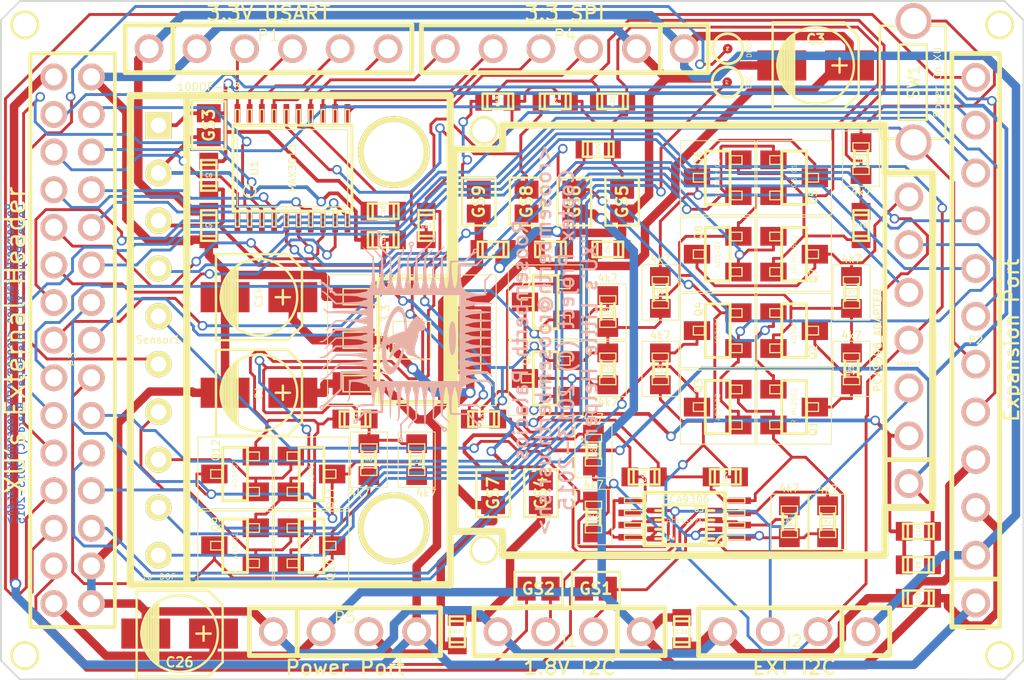
<source format=kicad_pcb>
(kicad_pcb (version 3) (host pcbnew "(2014-jan-25)-product")
  (layers (15 F.Cu signal hide) (0 B.Cu signal hide) (20 B.SilkS user) (21 F.SilkS user) (22 B.Mask user) (23 F.Mask user) (28 Edge.Cuts user))
  (net 0 "")
  (net 1 "/1.8 I2C SCL")
  (net 2 "/1.8 I2C SDA")
  (net 3 /1.8V)
  (net 4 /3.3V)
  (net 5 /5.0V)
  (net 6 /GND)
  (net 7 "/PCA9698 IRQ")
  (net 8 "/PCA9698 OE")
  (net 9 "/PCA9698 RESET")
  (net 10 /SCL)
  (net 11 /SDA)
  (net 12 "/XU PWRON")
  (net 13 /~AccelIRQ)
  (net 14 /~GyroIRQ)
  (net 15 /~PSReset)
  (net 16 "Net-(Adapter1-Pad5)")
  (net 17 "Net-(Adapter1-Pad6)")
  (net 18 "Net-(Adapter1-Pad7)")
  (net 19 "Net-(C15-Pad1)")
  (net 20 "Net-(GS1-Pad2)")
  (net 21 "Net-(GS2-Pad1)")
  (net 22 "Net-(P1-Pad3)")
  (net 23 "Net-(P1-Pad4)")
  (net 24 "Net-(P1-Pad5)")
  (net 25 "Net-(P1-Pad6)")
  (net 26 "Net-(P2-Pad5)")
  (net 27 "Net-(P2-Pad7)")
  (net 28 "Net-(P2-Pad8)")
  (net 29 "Net-(P2-Pad9)")
  (net 30 "Net-(P2-Pad10)")
  (net 31 "Net-(P2-Pad11)")
  (net 32 "Net-(P2-Pad12)")
  (net 33 "Net-(P3-Pad4)")
  (net 34 "Net-(P3-Pad5)")
  (net 35 "Net-(P3-Pad6)")
  (net 36 "Net-(P3-Pad7)")
  (net 37 "Net-(P3-Pad8)")
  (net 38 "Net-(P3-Pad9)")
  (net 39 "Net-(P3-Pad10)")
  (net 40 "Net-(P3-Pad11)")
  (net 41 "Net-(P3-Pad26)")
  (net 42 "Net-(P4-Pad3)")
  (net 43 "Net-(P4-Pad4)")
  (net 44 "Net-(P4-Pad5)")
  (net 45 "Net-(P4-Pad6)")
  (net 46 "Net-(P6-Pad1)")
  (net 47 "Net-(P7-Pad1)")
  (net 48 "Net-(Q1-Pad3)")
  (net 49 "Net-(Q10-Pad1)")
  (net 50 "Net-(Q11-Pad1)")
  (net 51 "Net-(Q13-Pad3)")
  (net 52 "Net-(R4-Pad2)")
  (net 53 /3.3V=M)
  (net 54 /GND=M)
  (net 55 /5.0V=H)
  (net 56 /GND=H)
  (net 57 /3.3V=H)
  (net 58 /1.8V=H)
  (module pinhead-2X15M (layer F.Cu) (at 199.39 74.93 270)
    (fp_text reference P3 (at 1.016 0 450) (layer F.SilkS) (effects (font (size 0.4 0.4) (thickness 0.05))))
    (fp_text value "XU's External Header" (at 0 3.048 270) (layer F.SilkS) (effects (font (size 1.016 1.016) (thickness 0.127))))
    (pad 1 thru_hole circle (at -13.99794 0.99822 270) (size 1.4224 1.4224) (drill 0.9144) (layers *.Cu *.SilkS *.Mask) (net 55 /5.0V=H))
    (pad 2 thru_hole circle (at -13.99794 -0.99822 270) (size 1.4224 1.4224) (drill 0.9144) (layers *.Cu *.SilkS *.Mask) (net 56 /GND=H))
    (pad 3 thru_hole circle (at -11.99896 0.99822 270) (size 1.4224 1.4224) (drill 0.9144) (layers *.Cu *.SilkS *.Mask) (net 26 "Net-(P2-Pad5)"))
    (pad 4 thru_hole circle (at -11.99896 -0.99822 270) (size 1.4224 1.4224) (drill 0.9144) (layers *.Cu *.SilkS *.Mask) (net 33 "Net-(P3-Pad4)"))
    (pad 5 thru_hole circle (at -9.99998 0.99822 270) (size 1.4224 1.4224) (drill 0.9144) (layers *.Cu *.SilkS *.Mask) (net 34 "Net-(P3-Pad5)"))
    (pad 6 thru_hole circle (at -9.99998 -0.99822 270) (size 1.4224 1.4224) (drill 0.9144) (layers *.Cu *.SilkS *.Mask) (net 35 "Net-(P3-Pad6)"))
    (pad 7 thru_hole circle (at -7.99846 0.99822 270) (size 1.4224 1.4224) (drill 0.9144) (layers *.Cu *.SilkS *.Mask) (net 36 "Net-(P3-Pad7)"))
    (pad 8 thru_hole circle (at -7.99846 -0.99822 270) (size 1.4224 1.4224) (drill 0.9144) (layers *.Cu *.SilkS *.Mask) (net 37 "Net-(P3-Pad8)"))
    (pad 9 thru_hole circle (at -5.99948 0.99822 270) (size 1.4224 1.4224) (drill 0.9144) (layers *.Cu *.SilkS *.Mask) (net 38 "Net-(P3-Pad9)"))
    (pad 10 thru_hole circle (at -5.99948 -0.99822 270) (size 1.4224 1.4224) (drill 0.9144) (layers *.Cu *.SilkS *.Mask) (net 39 "Net-(P3-Pad10)"))
    (pad 11 thru_hole circle (at -3.99796 0.99822 270) (size 1.4224 1.4224) (drill 0.9144) (layers *.Cu *.SilkS *.Mask) (net 40 "Net-(P3-Pad11)"))
    (pad 12 thru_hole circle (at -3.99796 -0.99822 270) (size 1.4224 1.4224) (drill 0.9144) (layers *.Cu *.SilkS *.Mask) (net 12 "/XU PWRON"))
    (pad 13 thru_hole circle (at -1.99898 0.99822 270) (size 1.4224 1.4224) (drill 0.9144) (layers *.Cu *.SilkS *.Mask) (net 27 "Net-(P2-Pad7)"))
    (pad 14 thru_hole circle (at -1.99898 -0.99822 270) (size 1.4224 1.4224) (drill 0.9144) (layers *.Cu *.SilkS *.Mask) (net 14 /~GyroIRQ))
    (pad 15 thru_hole circle (at 0 0.99822 270) (size 1.4224 1.4224) (drill 0.9144) (layers *.Cu *.SilkS *.Mask) (net 28 "Net-(P2-Pad8)"))
    (pad 16 thru_hole circle (at 0 -0.99822 270) (size 1.4224 1.4224) (drill 0.9144) (layers *.Cu *.SilkS *.Mask) (net 15 /~PSReset))
    (pad 17 thru_hole circle (at 1.99898 0.99822 270) (size 1.4224 1.4224) (drill 0.9144) (layers *.Cu *.SilkS *.Mask) (net 29 "Net-(P2-Pad9)"))
    (pad 18 thru_hole circle (at 1.99898 -0.99822 270) (size 1.4224 1.4224) (drill 0.9144) (layers *.Cu *.SilkS *.Mask) (net 13 /~AccelIRQ))
    (pad 19 thru_hole circle (at 3.99796 0.99822 270) (size 1.4224 1.4224) (drill 0.9144) (layers *.Cu *.SilkS *.Mask) (net 30 "Net-(P2-Pad10)"))
    (pad 20 thru_hole circle (at 3.99796 -0.99822 270) (size 1.4224 1.4224) (drill 0.9144) (layers *.Cu *.SilkS *.Mask) (net 8 "/PCA9698 OE"))
    (pad 21 thru_hole circle (at 5.99948 0.99822 270) (size 1.4224 1.4224) (drill 0.9144) (layers *.Cu *.SilkS *.Mask) (net 31 "Net-(P2-Pad11)"))
    (pad 22 thru_hole circle (at 5.99948 -0.99822 270) (size 1.4224 1.4224) (drill 0.9144) (layers *.Cu *.SilkS *.Mask) (net 7 "/PCA9698 IRQ"))
    (pad 23 thru_hole circle (at 7.99846 0.99822 270) (size 1.4224 1.4224) (drill 0.9144) (layers *.Cu *.SilkS *.Mask) (net 32 "Net-(P2-Pad12)"))
    (pad 24 thru_hole circle (at 7.99846 -0.99822 270) (size 1.4224 1.4224) (drill 0.9144) (layers *.Cu *.SilkS *.Mask) (net 9 "/PCA9698 RESET"))
    (pad 25 thru_hole circle (at 9.99998 0.99822 270) (size 1.4224 1.4224) (drill 0.9144) (layers *.Cu *.SilkS *.Mask) (net 20 "Net-(GS1-Pad2)"))
    (pad 26 thru_hole circle (at 9.99998 -0.99822 270) (size 1.4224 1.4224) (drill 0.9144) (layers *.Cu *.SilkS *.Mask) (net 41 "Net-(P3-Pad26)"))
    (pad 27 thru_hole circle (at 11.99896 0.99822 270) (size 1.4224 1.4224) (drill 0.9144) (layers *.Cu *.SilkS *.Mask) (net 21 "Net-(GS2-Pad1)"))
    (pad 28 thru_hole circle (at 11.99896 -0.99822 270) (size 1.4224 1.4224) (drill 0.9144) (layers *.Cu *.SilkS *.Mask) (net 56 /GND=H))
    (pad 29 thru_hole circle (at 13.99794 0.99822 270) (size 1.4224 1.4224) (drill 0.9144) (layers *.Cu *.SilkS *.Mask) (net 58 /1.8V=H))
    (pad 30 thru_hole circle (at 13.99794 -0.99822 270) (size 1.4224 1.4224) (drill 0.9144) (layers *.Cu *.SilkS *.Mask) (net 56 /GND=H))
  )
  (module pinhead-1X06 (layer F.Cu) (at 209.804 59.436)
    (fp_text reference P1 (at 0 -0.7112) (layer F.SilkS) (effects (font (size 0.6 0.6) (thickness 0.06))))
    (fp_text value "3.3V USART" (at 0 -1.8796) (layer F.SilkS) (effects (font (size 0.762 0.762) (thickness 0.127))))
    (pad 1 thru_hole circle (at -6.35 0) (size 1.524 1.524) (drill 1.016) (layers *.Cu *.SilkS *.Mask) (net 57 /3.3V=H))
    (pad 2 thru_hole circle (at -3.81 0) (size 1.524 1.524) (drill 1.016) (layers *.Cu *.SilkS *.Mask) (net 56 /GND=H))
    (pad 3 thru_hole circle (at -1.27 0) (size 1.524 1.524) (drill 1.016) (layers *.Cu *.SilkS *.Mask) (net 22 "Net-(P1-Pad3)"))
    (pad 4 thru_hole circle (at 1.27 0) (size 1.524 1.524) (drill 1.016) (layers *.Cu *.SilkS *.Mask) (net 23 "Net-(P1-Pad4)"))
    (pad 5 thru_hole circle (at 3.81 0) (size 1.524 1.524) (drill 1.016) (layers *.Cu *.SilkS *.Mask) (net 24 "Net-(P1-Pad5)"))
    (pad 6 thru_hole circle (at 6.35 0) (size 1.524 1.524) (drill 1.016) (layers *.Cu *.SilkS *.Mask) (net 25 "Net-(P1-Pad6)"))
  )
  (module pinhead-1X06 (layer F.Cu) (at 225.552 59.436 180)
    (fp_text reference P4 (at 0 0.7112 180) (layer F.SilkS) (effects (font (size 0.6 0.6) (thickness 0.0889))))
    (fp_text value "3.3 SPI" (at 0 1.8796 180) (layer F.SilkS) (effects (font (size 0.762 0.762) (thickness 0.127))))
    (pad 1 thru_hole circle (at -6.35 0 180) (size 1.524 1.524) (drill 1.016) (layers *.Cu *.SilkS *.Mask) (net 57 /3.3V=H))
    (pad 2 thru_hole circle (at -3.81 0 180) (size 1.524 1.524) (drill 1.016) (layers *.Cu *.SilkS *.Mask) (net 56 /GND=H))
    (pad 3 thru_hole circle (at -1.27 0 180) (size 1.524 1.524) (drill 1.016) (layers *.Cu *.SilkS *.Mask) (net 42 "Net-(P4-Pad3)"))
    (pad 4 thru_hole circle (at 1.27 0 180) (size 1.524 1.524) (drill 1.016) (layers *.Cu *.SilkS *.Mask) (net 43 "Net-(P4-Pad4)"))
    (pad 5 thru_hole circle (at 3.81 0 180) (size 1.524 1.524) (drill 1.016) (layers *.Cu *.SilkS *.Mask) (net 44 "Net-(P4-Pad5)"))
    (pad 6 thru_hole circle (at 6.35 0 180) (size 1.524 1.524) (drill 1.016) (layers *.Cu *.SilkS *.Mask) (net 45 "Net-(P4-Pad6)"))
  )
  (module pinhead-1X04 (layer F.Cu) (at 225.806 90.424 180)
    (fp_text reference I1 (at 0 -0.508 180) (layer F.SilkS) (effects (font (size 0.6 0.6) (thickness 0.08))))
    (fp_text value "1.8V I2C" (at 0 -1.905 180) (layer F.SilkS) (effects (font (size 0.762 0.762) (thickness 0.127))))
    (pad 1 thru_hole circle (at -3.81 0 180) (size 1.524 1.524) (drill 1.016) (layers *.Cu *.SilkS *.Mask) (net 58 /1.8V=H))
    (pad 2 thru_hole circle (at -1.27 0 180) (size 1.524 1.524) (drill 1.016) (layers *.Cu *.SilkS *.Mask) (net 1 "/1.8 I2C SCL"))
    (pad 3 thru_hole circle (at 1.27 0 180) (size 1.524 1.524) (drill 1.016) (layers *.Cu *.SilkS *.Mask) (net 2 "/1.8 I2C SDA"))
    (pad 4 thru_hole circle (at 3.81 0 180) (size 1.524 1.524) (drill 1.016) (layers *.Cu *.SilkS *.Mask) (net 56 /GND=H))
  )
  (module "[EXT] Pinhead Library:pinhead-1X04" (layer F.Cu) (at 213.868 90.424)
    (fp_text reference P5 (at 0 -0.762) (layer F.SilkS) (effects (font (size 0.6 0.6) (thickness 0.08))))
    (fp_text value "Power Port" (at 0 1.905) (layer F.SilkS) (effects (font (size 0.762 0.762) (thickness 0.127))))
    (pad 1 thru_hole circle (at -3.81 0) (size 1.524 1.524) (drill 1.016) (layers *.Cu *.SilkS *.Mask) (net 56 /GND=H))
    (pad 2 thru_hole circle (at -1.27 0) (size 1.524 1.524) (drill 1.016) (layers *.Cu *.SilkS *.Mask) (net 58 /1.8V=H))
    (pad 3 thru_hole circle (at 1.27 0) (size 1.524 1.524) (drill 1.016) (layers *.Cu *.SilkS *.Mask) (net 57 /3.3V=H))
    (pad 4 thru_hole circle (at 3.81 0) (size 1.524 1.524) (drill 1.016) (layers *.Cu *.SilkS *.Mask) (net 55 /5.0V=H))
  )
  (module pinhead-1X04 (layer F.Cu) (at 237.744 90.424 180)
    (fp_text reference I2 (at 0 -0.508 180) (layer F.SilkS) (effects (font (size 0.6 0.6) (thickness 0.0889))))
    (fp_text value "EXT I2C" (at 0 -1.905 180) (layer F.SilkS) (effects (font (size 0.762 0.762) (thickness 0.127))))
    (pad 1 thru_hole circle (at -3.81 0 180) (size 1.524 1.524) (drill 1.016) (layers *.Cu *.SilkS *.Mask) (net 57 /3.3V=H))
    (pad 2 thru_hole circle (at -1.27 0 180) (size 1.524 1.524) (drill 1.016) (layers *.Cu *.SilkS *.Mask) (net 10 /SCL))
    (pad 3 thru_hole circle (at 1.27 0 180) (size 1.524 1.524) (drill 1.016) (layers *.Cu *.SilkS *.Mask) (net 11 /SDA))
    (pad 4 thru_hole circle (at 3.81 0 180) (size 1.524 1.524) (drill 1.016) (layers *.Cu *.SilkS *.Mask) (net 56 /GND=H))
  )
  (module switch-misc-FSM (layer F.Cu) (at 244.094 61.214)
    (fp_text reference SW1 (at 0 0 90) (layer F.SilkS) (effects (font (size 0.6 0.6) (thickness 0.0889))))
    (fp_text value "Power On XU" (at 1.27 0 90) (layer F.SilkS) (effects (font (size 0.381 0.381) (thickness 0.0508))))
    (pad 1 thru_hole circle (at 0 -3.24866) (size 1.905 1.905) (drill 1.397) (layers *.Cu *.SilkS *.Mask) (net 52 "Net-(R4-Pad2)"))
    (pad 2 thru_hole circle (at 0 3.19786) (size 1.905 1.905) (drill 1.397) (layers *.Cu *.SilkS *.Mask) (net 12 "/XU PWRON"))
  )
  (module pinhead-1X07 (layer F.Cu) (at 243.84 74.93 90)
    (fp_text reference Adapter1 (at -1.2192 0 180) (layer F.SilkS) (effects (font (size 0.2 0.2) (thickness 0.035))))
    (fp_text value PCA9698_ADAPTER (at 0 -1.651 90) (layer F.SilkS) (effects (font (size 0.4 0.4) (thickness 0.06))))
    (pad 1 thru_hole circle (at -7.62 0 90) (size 1.524 1.524) (drill 1.016) (layers *.Cu *.SilkS *.Mask) (net 53 /3.3V=M))
    (pad 2 thru_hole circle (at -5.08 0 90) (size 1.524 1.524) (drill 1.016) (layers *.Cu *.SilkS *.Mask) (net 54 /GND=M))
    (pad 3 thru_hole circle (at -2.54 0 90) (size 1.524 1.524) (drill 1.016) (layers *.Cu *.SilkS *.Mask) (net 11 /SDA))
    (pad 4 thru_hole circle (at 0 0 90) (size 1.524 1.524) (drill 1.016) (layers *.Cu *.SilkS *.Mask) (net 10 /SCL))
    (pad 5 thru_hole circle (at 2.54 0 90) (size 1.524 1.524) (drill 1.016) (layers *.Cu *.SilkS *.Mask) (net 16 "Net-(Adapter1-Pad5)"))
    (pad 6 thru_hole circle (at 5.08 0 90) (size 1.524 1.524) (drill 1.016) (layers *.Cu *.SilkS *.Mask) (net 17 "Net-(Adapter1-Pad6)"))
    (pad 7 thru_hole circle (at 7.62 0 90) (size 1.524 1.524) (drill 1.016) (layers *.Cu *.SilkS *.Mask) (net 18 "Net-(Adapter1-Pad7)"))
  )
  (module pinhead-1X12 (layer F.Cu) (at 247.396 74.93 90)
    (fp_text reference P2 (at 0 0 180) (layer F.SilkS) (effects (font (size 0.4 0.4) (thickness 0.06))))
    (fp_text value "Expansion Port" (at 0 1.905 90) (layer F.SilkS) (effects (font (size 0.762 0.762) (thickness 0.127))))
    (pad 1 thru_hole circle (at -13.97 0 90) (size 1.524 1.524) (drill 1.016) (layers *.Cu *.SilkS *.Mask) (net 55 /5.0V=H))
    (pad 2 thru_hole circle (at -11.43 0 90) (size 1.524 1.524) (drill 1.016) (layers *.Cu *.SilkS *.Mask) (net 57 /3.3V=H))
    (pad 3 thru_hole circle (at -8.89 0 90) (size 1.524 1.524) (drill 1.016) (layers *.Cu *.SilkS *.Mask) (net 58 /1.8V=H))
    (pad 4 thru_hole circle (at -6.35 0 90) (size 1.524 1.524) (drill 1.016) (layers *.Cu *.SilkS *.Mask) (net 56 /GND=H))
    (pad 5 thru_hole circle (at -3.81 0 90) (size 1.524 1.524) (drill 1.016) (layers *.Cu *.SilkS *.Mask) (net 26 "Net-(P2-Pad5)"))
    (pad 6 thru_hole circle (at -1.27 0 90) (size 1.524 1.524) (drill 1.016) (layers *.Cu *.SilkS *.Mask) (net 12 "/XU PWRON"))
    (pad 7 thru_hole circle (at 1.27 0 90) (size 1.524 1.524) (drill 1.016) (layers *.Cu *.SilkS *.Mask) (net 27 "Net-(P2-Pad7)"))
    (pad 8 thru_hole circle (at 3.81 0 90) (size 1.524 1.524) (drill 1.016) (layers *.Cu *.SilkS *.Mask) (net 28 "Net-(P2-Pad8)"))
    (pad 9 thru_hole circle (at 6.35 0 90) (size 1.524 1.524) (drill 1.016) (layers *.Cu *.SilkS *.Mask) (net 29 "Net-(P2-Pad9)"))
    (pad 10 thru_hole circle (at 8.89 0 90) (size 1.524 1.524) (drill 1.016) (layers *.Cu *.SilkS *.Mask) (net 30 "Net-(P2-Pad10)"))
    (pad 11 thru_hole circle (at 11.43 0 90) (size 1.524 1.524) (drill 1.016) (layers *.Cu *.SilkS *.Mask) (net 31 "Net-(P2-Pad11)"))
    (pad 12 thru_hole circle (at 13.97 0 90) (size 1.524 1.524) (drill 1.016) (layers *.Cu *.SilkS *.Mask) (net 32 "Net-(P2-Pad12)"))
  )
  (module -SOT23 (layer F.Cu) (at 237.744 66.294 270)
    (fp_text reference Q5 (at 1.0414 -1.016 270) (layer F.SilkS) (effects (font (size 0.4 0.4) (thickness 0.06))))
    (fp_text value AO3401 (at 0 0 270) (layer F.SilkS) (effects (font (size 0.254 0.254) (thickness 0.0254))))
    (pad 1 smd rect (at -0.94996 1.09982 270) (size 0.99822 1.39954) (layers F.Cu F.Mask) (net 9 "/PCA9698 RESET"))
    (pad 2 smd rect (at 0.94996 1.09982 270) (size 0.99822 1.39954) (layers F.Cu F.Mask) (net 4 /3.3V))
    (pad 3 smd rect (at 0 -1.09982 270) (size 0.99822 1.39954) (layers F.Cu F.Mask) (net 16 "Net-(Adapter1-Pad5)"))
  )
  (module -SOT23 (layer F.Cu) (at 233.68 66.294 90)
    (fp_text reference Q6 (at 1.0414 -1.016 90) (layer F.SilkS) (effects (font (size 0.4 0.4) (thickness 0.06))))
    (fp_text value IRLML2502 (at 0 0 90) (layer F.SilkS) (effects (font (size 0.254 0.254) (thickness 0.0254))))
    (pad 1 smd rect (at -0.94996 1.09982 90) (size 0.99822 1.39954) (layers F.Cu F.Mask) (net 9 "/PCA9698 RESET"))
    (pad 2 smd rect (at 0.94996 1.09982 90) (size 0.99822 1.39954) (layers F.Cu F.Mask) (net 6 /GND))
    (pad 3 smd rect (at 0 -1.09982 90) (size 0.99822 1.39954) (layers F.Cu F.Mask) (net 16 "Net-(Adapter1-Pad5)"))
  )
  (module -SOT23 (layer F.Cu) (at 237.744 70.358 270)
    (fp_text reference Q7 (at 1.143 -1.016 270) (layer F.SilkS) (effects (font (size 0.4 0.4) (thickness 0.06))))
    (fp_text value IRLML2502 (at 0 0 270) (layer F.SilkS) (effects (font (size 0.254 0.254) (thickness 0.0254))))
    (pad 1 smd rect (at -0.94996 1.09982 270) (size 0.99822 1.39954) (layers F.Cu F.Mask) (net 8 "/PCA9698 OE"))
    (pad 2 smd rect (at 0.94996 1.09982 270) (size 0.99822 1.39954) (layers F.Cu F.Mask) (net 6 /GND))
    (pad 3 smd rect (at 0 -1.09982 270) (size 0.99822 1.39954) (layers F.Cu F.Mask) (net 18 "Net-(Adapter1-Pad7)"))
  )
  (module -SOT23 (layer F.Cu) (at 233.68 70.358 90)
    (fp_text reference Q8 (at 1.143 -1.016 90) (layer F.SilkS) (effects (font (size 0.4 0.4) (thickness 0.06))))
    (fp_text value AO3401 (at 0 0 90) (layer F.SilkS) (effects (font (size 0.254 0.254) (thickness 0.0254))))
    (pad 1 smd rect (at -0.94996 1.09982 90) (size 0.99822 1.39954) (layers F.Cu F.Mask) (net 8 "/PCA9698 OE"))
    (pad 2 smd rect (at 0.94996 1.09982 90) (size 0.99822 1.39954) (layers F.Cu F.Mask) (net 4 /3.3V))
    (pad 3 smd rect (at 0 -1.09982 90) (size 0.99822 1.39954) (layers F.Cu F.Mask) (net 18 "Net-(Adapter1-Pad7)"))
  )
  (module -SOT23 (layer F.Cu) (at 237.744 74.422 270)
    (fp_text reference Q2 (at 1.143 -1.016 270) (layer F.SilkS) (effects (font (size 0.4 0.4) (thickness 0.06))))
    (fp_text value AO3401 (at 0 0 270) (layer F.SilkS) (effects (font (size 0.254 0.254) (thickness 0.0254))))
    (pad 1 smd rect (at -0.94996 1.09982 270) (size 0.99822 1.39954) (layers F.Cu F.Mask) (net 41 "Net-(P3-Pad26)"))
    (pad 2 smd rect (at 0.94996 1.09982 270) (size 0.99822 1.39954) (layers F.Cu F.Mask) (net 4 /3.3V))
    (pad 3 smd rect (at 0 -1.09982 270) (size 0.99822 1.39954) (layers F.Cu F.Mask) (net 48 "Net-(Q1-Pad3)"))
  )
  (module -SOT23 (layer F.Cu) (at 233.68 74.422 90)
    (fp_text reference Q4 (at 1.143 -1.016 90) (layer F.SilkS) (effects (font (size 0.4 0.4) (thickness 0.06))))
    (fp_text value AO3401 (at 0 0 90) (layer F.SilkS) (effects (font (size 0.254 0.254) (thickness 0.0254))))
    (pad 1 smd rect (at -0.94996 1.09982 90) (size 0.99822 1.39954) (layers F.Cu F.Mask) (net 17 "Net-(Adapter1-Pad6)"))
    (pad 2 smd rect (at 0.94996 1.09982 90) (size 0.99822 1.39954) (layers F.Cu F.Mask) (net 3 /1.8V))
    (pad 3 smd rect (at 0 -1.09982 90) (size 0.99822 1.39954) (layers F.Cu F.Mask) (net 7 "/PCA9698 IRQ"))
  )
  (module -SOT23 (layer F.Cu) (at 237.744 78.486 270)
    (fp_text reference Q1 (at 1.143 -1.016 270) (layer F.SilkS) (effects (font (size 0.4 0.4) (thickness 0.06))))
    (fp_text value IRLML2502 (at 0 0 270) (layer F.SilkS) (effects (font (size 0.254 0.254) (thickness 0.0254))))
    (pad 1 smd rect (at -0.94996 1.09982 270) (size 0.99822 1.39954) (layers F.Cu F.Mask) (net 41 "Net-(P3-Pad26)"))
    (pad 2 smd rect (at 0.94996 1.09982 270) (size 0.99822 1.39954) (layers F.Cu F.Mask) (net 6 /GND))
    (pad 3 smd rect (at 0 -1.09982 270) (size 0.99822 1.39954) (layers F.Cu F.Mask) (net 48 "Net-(Q1-Pad3)"))
  )
  (module -SOT23 (layer F.Cu) (at 233.68 78.486 90)
    (fp_text reference Q3 (at 1.143 -1.016 90) (layer F.SilkS) (effects (font (size 0.4 0.4) (thickness 0.06))))
    (fp_text value AO3402 (at 0 0 90) (layer F.SilkS) (effects (font (size 0.254 0.254) (thickness 0.0254))))
    (pad 1 smd rect (at -0.94996 1.09982 90) (size 0.99822 1.39954) (layers F.Cu F.Mask) (net 17 "Net-(Adapter1-Pad6)"))
    (pad 2 smd rect (at 0.94996 1.09982 90) (size 0.99822 1.39954) (layers F.Cu F.Mask) (net 6 /GND))
    (pad 3 smd rect (at 0 -1.09982 90) (size 0.99822 1.39954) (layers F.Cu F.Mask) (net 7 "/PCA9698 IRQ"))
  )
  (module -TSSOP8 (layer F.Cu) (at 231.924 84.4332 180)
    (fp_text reference U4 (at 0.762 -1.016 180) (layer F.SilkS) (effects (font (size 0.254 0.254) (thickness 0.0508))))
    (fp_text value PCA9517A (at 0.021789 -0.148789 180) (layer F.SilkS) (effects (font (size 0.254 0.254) (thickness 0.0254))))
    (pad 1 smd rect (at -2.92354 -0.97282 180) (size 1.19888 0.34798) (layers F.Cu F.Mask) (net 3 /1.8V))
    (pad 2 smd rect (at -2.92354 -0.32258 180) (size 1.19888 0.34798) (layers F.Cu F.Mask) (net 1 "/1.8 I2C SCL"))
    (pad 3 smd rect (at -2.92354 0.32258 180) (size 1.19888 0.34798) (layers F.Cu F.Mask) (net 2 "/1.8 I2C SDA"))
    (pad 4 smd rect (at -2.92354 0.97282 180) (size 1.19888 0.34798) (layers F.Cu F.Mask) (net 6 /GND))
    (pad 5 smd rect (at 2.92354 0.97282 180) (size 1.19888 0.34798) (layers F.Cu F.Mask) (net 4 /3.3V))
    (pad 6 smd rect (at 2.92354 0.32258 180) (size 1.19888 0.34798) (layers F.Cu F.Mask) (net 11 /SDA))
    (pad 7 smd rect (at 2.92354 -0.32258 180) (size 1.19888 0.34798) (layers F.Cu F.Mask) (net 10 /SCL))
    (pad 8 smd rect (at 2.92354 -0.97282 180) (size 1.19888 0.34798) (layers F.Cu F.Mask) (net 4 /3.3V))
  )
  (module -TSSOP8 (layer F.Cu) (at 231.975 84.738 180)
    (fp_text reference U3 (at -0.7112 0.8128 180) (layer F.SilkS) (effects (font (size 0.254 0.254) (thickness 0.0508))))
    (fp_text value PCA9306 (at -0.003611 1.349811 180) (layer F.SilkS) (effects (font (size 0.3556 0.381) (thickness 0.0508))))
    (pad 1 smd rect (at -1.503 -0.746 180) (size 0.9 0.3) (layers F.Cu F.Mask) (net 6 /GND) (clearance 0.05))
    (pad 2 smd rect (at -1.503 -0.246 180) (size 0.9 0.3) (layers F.Cu F.Mask) (net 3 /1.8V) (clearance 0.05))
    (pad 3 smd rect (at -1.503 0.254 180) (size 0.9 0.3) (layers F.Cu F.Mask) (net 1 "/1.8 I2C SCL") (clearance 0.05))
    (pad 4 smd rect (at -1.503 0.754 180) (size 0.9 0.3) (layers F.Cu F.Mask) (net 2 "/1.8 I2C SDA") (clearance 0.05))
    (pad 5 smd rect (at 1.597 0.754 180) (size 0.9 0.3) (layers F.Cu F.Mask) (net 11 /SDA) (clearance 0.05))
    (pad 6 smd rect (at 1.597 0.254 180) (size 0.9 0.3) (layers F.Cu F.Mask) (net 10 /SCL) (clearance 0.05))
    (pad 7 smd rect (at 1.597 -0.246 180) (size 0.9 0.3) (layers F.Cu F.Mask) (net 4 /3.3V) (clearance 0.05))
    (pad 8 smd rect (at 1.597 -0.746 180) (size 0.9 0.3) (layers F.Cu F.Mask) (net 4 /3.3V) (clearance 0.05))
  )
  (module -SOT23 (layer F.Cu) (at 208.026 85.852 90)
    (fp_text reference Q9 (at 1.143 -1.016 270) (layer F.SilkS) (effects (font (size 0.4 0.4) (thickness 0.06))))
    (fp_text value AO3401 (at 0 0 90) (layer F.SilkS) (effects (font (size 0.254 0.254) (thickness 0.0254))))
    (pad 1 smd rect (at -0.94996 1.09982 90) (size 0.99822 1.39954) (layers F.Cu F.Mask) (net 49 "Net-(Q10-Pad1)"))
    (pad 2 smd rect (at 0.94996 1.09982 90) (size 0.99822 1.39954) (layers F.Cu F.Mask) (net 3 /1.8V))
    (pad 3 smd rect (at 0 -1.09982 90) (size 0.99822 1.39954) (layers F.Cu F.Mask) (net 13 /~AccelIRQ))
  )
  (module -SOT23 (layer F.Cu) (at 212.09 85.852 270)
    (fp_text reference Q10 (at 1.27 -1.016 450) (layer F.SilkS) (effects (font (size 0.4 0.4) (thickness 0.06))))
    (fp_text value AO3402 (at 0 0 270) (layer F.SilkS) (effects (font (size 0.254 0.254) (thickness 0.0254))))
    (pad 1 smd rect (at -0.94996 1.09982 270) (size 0.99822 1.39954) (layers F.Cu F.Mask) (net 49 "Net-(Q10-Pad1)"))
    (pad 2 smd rect (at 0.94996 1.09982 270) (size 0.99822 1.39954) (layers F.Cu F.Mask) (net 6 /GND))
    (pad 3 smd rect (at 0 -1.09982 270) (size 0.99822 1.39954) (layers F.Cu F.Mask) (net 13 /~AccelIRQ))
  )
  (module -SOT23 (layer F.Cu) (at 212.09 82.042 270)
    (fp_text reference Q11 (at 1.27 -1.016 450) (layer F.SilkS) (effects (font (size 0.4 0.4) (thickness 0.06))))
    (fp_text value AO3401 (at 0 0 270) (layer F.SilkS) (effects (font (size 0.254 0.254) (thickness 0.0254))))
    (pad 1 smd rect (at -0.94996 1.09982 270) (size 0.99822 1.39954) (layers F.Cu F.Mask) (net 50 "Net-(Q11-Pad1)"))
    (pad 2 smd rect (at 0.94996 1.09982 270) (size 0.99822 1.39954) (layers F.Cu F.Mask) (net 3 /1.8V))
    (pad 3 smd rect (at 0 -1.09982 270) (size 0.99822 1.39954) (layers F.Cu F.Mask) (net 14 /~GyroIRQ))
  )
  (module -SOT23 (layer F.Cu) (at 208.026 82.042 90)
    (fp_text reference Q12 (at 1.27 -1.016 90) (layer F.SilkS) (effects (font (size 0.4 0.4) (thickness 0.06))))
    (fp_text value AO3402 (at 0 0 90) (layer F.SilkS) (effects (font (size 0.254 0.254) (thickness 0.0254))))
    (pad 1 smd rect (at -0.94996 1.09982 90) (size 0.99822 1.39954) (layers F.Cu F.Mask) (net 50 "Net-(Q11-Pad1)"))
    (pad 2 smd rect (at 0.94996 1.09982 90) (size 0.99822 1.39954) (layers F.Cu F.Mask) (net 6 /GND))
    (pad 3 smd rect (at 0 -1.09982 90) (size 0.99822 1.39954) (layers F.Cu F.Mask) (net 14 /~GyroIRQ))
  )
  (module -SOT23 (layer F.Cu) (at 224.536 76.962 90)
    (fp_text reference Q14 (at 1.27 -1.016 90) (layer F.SilkS) (effects (font (size 0.4 0.4) (thickness 0.06))))
    (fp_text value AO3401 (at 0 0 90) (layer F.SilkS) (effects (font (size 0.254 0.254) (thickness 0.0254))))
    (pad 1 smd rect (at -0.94996 1.09982 90) (size 0.99822 1.39954) (layers F.Cu F.Mask) (net 15 /~PSReset))
    (pad 2 smd rect (at 0.94996 1.09982 90) (size 0.99822 1.39954) (layers F.Cu F.Mask) (net 4 /3.3V))
    (pad 3 smd rect (at 0 -1.09982 90) (size 0.99822 1.39954) (layers F.Cu F.Mask) (net 51 "Net-(Q13-Pad3)"))
  )
  (module -SOT23 (layer F.Cu) (at 224.536 72.898 90)
    (fp_text reference Q13 (at 1.27 -1.016 270) (layer F.SilkS) (effects (font (size 0.4 0.4) (thickness 0.06))))
    (fp_text value IRLML2502 (at 0 0 90) (layer F.SilkS) (effects (font (size 0.254 0.254) (thickness 0.0254))))
    (pad 1 smd rect (at -0.94996 1.09982 90) (size 0.99822 1.39954) (layers F.Cu F.Mask) (net 15 /~PSReset))
    (pad 2 smd rect (at 0.94996 1.09982 90) (size 0.99822 1.39954) (layers F.Cu F.Mask) (net 6 /GND))
    (pad 3 smd rect (at 0 -1.09982 90) (size 0.99822 1.39954) (layers F.Cu F.Mask) (net 51 "Net-(Q13-Pad3)"))
  )
  (module -R0603 (layer F.Cu) (at 215.138 81.28 90)
    (fp_text reference R8 (at 0.0132 -0.0127 180) (layer F.SilkS) (effects (font (size 0.2 0.2) (thickness 0.035))))
    (fp_text value 4k7 (at -1.778 -0.508 360) (layer F.SilkS) (effects (font (size 0.4 0.4) (thickness 0.06))))
    (pad 1 smd rect (at -0.84836 0 90) (size 0.99822 1.09982) (layers F.Cu F.Mask) (net 13 /~AccelIRQ))
    (pad 2 smd rect (at 0.84836 0 90) (size 0.99822 1.09982) (layers F.Cu F.Mask) (net 3 /1.8V))
  )
  (module Connect:1pin (layer F.Cu) (at 221.259 86.0806)
    (fp_text reference B6 (at 0 0) (layer F.SilkS) (effects (font (size 0.6 0.6) (thickness 0.008))))
    (fp_text value O hide)
    (pad 1 thru_hole circle (at 0 0) (size 1.4 1.4) (drill 1.25) (layers *.Cu *.Mask F.SilkS) (clearance 0.001))
  )
  (module Connect:1pin (layer F.Cu) (at 196.85 58.166)
    (fp_text reference B1 (at 0 0) (layer F.SilkS) (effects (font (size 0.6 0.6) (thickness 0.008))))
    (fp_text value O hide)
    (pad 1 thru_hole circle (at 0 0) (size 1.4 1.4) (drill 1.25) (layers *.Cu *.Mask F.SilkS) (clearance 0.001))
  )
  (module Connect:1pin (layer F.Cu) (at 196.85 91.694)
    (fp_text reference B4 (at 0 0) (layer F.SilkS) (effects (font (size 0.6 0.6) (thickness 0.008))))
    (fp_text value O hide)
    (pad 1 thru_hole circle (at 0 0) (size 1.4 1.4) (drill 1.25) (layers *.Cu *.Mask F.SilkS) (clearance 0.001))
  )
  (module Connect:1pin (layer F.Cu) (at 248.666 91.694)
    (fp_text reference B3 (at 0 0) (layer F.SilkS) (effects (font (size 0.6 0.6) (thickness 0.008))))
    (fp_text value O hide)
    (pad 1 thru_hole circle (at 0 0) (size 1.4 1.4) (drill 1.25) (layers *.Cu *.Mask F.SilkS) (clearance 0.001))
  )
  (module Connect:1pin (layer F.Cu) (at 248.666 58.166)
    (fp_text reference B2 (at 0 0) (layer F.SilkS) (effects (font (size 0.6 0.6) (thickness 0.008))))
    (fp_text value O hide)
    (pad 1 thru_hole circle (at 0 0) (size 1.4 1.4) (drill 1.25) (layers *.Cu *.Mask F.SilkS) (clearance 0.001))
  )
  (module Connect:1pin (layer F.Cu) (at 221.259 63.7794)
    (fp_text reference B5 (at 0 0) (layer F.SilkS) (effects (font (size 0.6 0.6) (thickness 0.008))))
    (fp_text value O hide)
    (pad 1 thru_hole circle (at 0 0) (size 1.4 1.4) (drill 1.25) (layers *.Cu *.Mask F.SilkS) (clearance 0.001))
  )
  (module pinhead-1X01 (layer F.Cu) (at 234.213 59.436 90)
    (fp_text reference P6 (at 0 0 90) (layer F.SilkS) (effects (font (size 0.127 0.127) (thickness 0.03175))))
    (fp_text value DRDY (at 0 1.143 90) (layer F.SilkS) (effects (font (size 0.25 0.25) (thickness 0.035))))
    (pad 1 smd circle (at 0 0 90) (size 0.508 0.508) (layers F.Cu F.Mask) (net 46 "Net-(P6-Pad1)"))
  )
  (module pinhead-1X01 (layer F.Cu) (at 234.188 61.214 90)
    (fp_text reference P7 (at 0 0 90) (layer F.SilkS) (effects (font (size 0.127 0.127) (thickness 0.03175))))
    (fp_text value EOC (at 0 1.143 90) (layer F.SilkS) (effects (font (size 0.25 0.25) (thickness 0.035))))
    (pad 1 smd circle (at 0 0 90) (size 0.508 0.508) (layers F.Cu F.Mask) (net 47 "Net-(P7-Pad1)"))
  )
  (module -TSSOP20 (layer F.Cu) (at 211.074 65.786)
    (fp_text reference U1 (at -2.032 0 90) (layer F.SilkS) (effects (font (size 0.4 0.4) (thickness 0.06))))
    (fp_text value MAX3013 (at 0 0 90) (layer F.SilkS) (effects (font (size 0.381 0.381) (thickness 0.0508))))
    (pad 1 smd rect (at -2.92354 2.91592) (size 0.3048 0.9906) (layers F.Cu F.Mask) (net 34 "Net-(P3-Pad5)"))
    (pad 2 smd rect (at -2.2733 2.91592) (size 0.3048 0.9906) (layers F.Cu F.Mask) (net 33 "Net-(P3-Pad4)"))
    (pad 3 smd rect (at -1.62306 2.91592) (size 0.3048 0.9906) (layers F.Cu F.Mask) (net 35 "Net-(P3-Pad6)"))
    (pad 4 smd rect (at -0.97282 2.91592) (size 0.3048 0.9906) (layers F.Cu F.Mask) (net 37 "Net-(P3-Pad8)"))
    (pad 5 smd rect (at -0.32258 2.91592) (size 0.3048 0.9906) (layers F.Cu F.Mask) (net 3 /1.8V))
    (pad 6 smd rect (at 0.32258 2.91592) (size 0.3048 0.9906) (layers F.Cu F.Mask) (net 48 "Net-(Q1-Pad3)"))
    (pad 7 smd rect (at 0.97282 2.91592) (size 0.3048 0.9906) (layers F.Cu F.Mask) (net 36 "Net-(P3-Pad7)"))
    (pad 8 smd rect (at 1.62306 2.91592) (size 0.3048 0.9906) (layers F.Cu F.Mask) (net 38 "Net-(P3-Pad9)"))
    (pad 9 smd rect (at 2.2733 2.91592) (size 0.3048 0.9906) (layers F.Cu F.Mask) (net 40 "Net-(P3-Pad11)"))
    (pad 10 smd rect (at 2.92354 2.91592) (size 0.3048 0.9906) (layers F.Cu F.Mask) (net 39 "Net-(P3-Pad10)"))
    (pad 11 smd rect (at 2.92354 -2.91592) (size 0.3048 0.9906) (layers F.Cu F.Mask) (net 42 "Net-(P4-Pad3)"))
    (pad 12 smd rect (at 2.2733 -2.91592) (size 0.3048 0.9906) (layers F.Cu F.Mask) (net 43 "Net-(P4-Pad4)"))
    (pad 13 smd rect (at 1.62306 -2.91592) (size 0.3048 0.9906) (layers F.Cu F.Mask) (net 44 "Net-(P4-Pad5)"))
    (pad 14 smd rect (at 0.97282 -2.91592) (size 0.3048 0.9906) (layers F.Cu F.Mask) (net 45 "Net-(P4-Pad6)"))
    (pad 15 smd rect (at 0.32258 -2.91592) (size 0.3048 0.9906) (layers F.Cu F.Mask) (net 6 /GND))
    (pad 16 smd rect (at -0.32258 -2.91592) (size 0.3048 0.9906) (layers F.Cu F.Mask) (net 4 /3.3V))
    (pad 17 smd rect (at -0.97282 -2.91592) (size 0.3048 0.9906) (layers F.Cu F.Mask) (net 25 "Net-(P1-Pad6)"))
    (pad 18 smd rect (at -1.62306 -2.91592) (size 0.3048 0.9906) (layers F.Cu F.Mask) (net 24 "Net-(P1-Pad5)"))
    (pad 19 smd rect (at -2.2733 -2.91592) (size 0.3048 0.9906) (layers F.Cu F.Mask) (net 23 "Net-(P1-Pad4)"))
    (pad 20 smd rect (at -2.92354 -2.91592) (size 0.3048 0.9906) (layers F.Cu F.Mask) (net 22 "Net-(P1-Pad3)"))
  )
  (module -SOT223 (layer F.Cu) (at 217.424 74.93 270)
    (fp_text reference U2 (at 0 0 270) (layer F.SilkS) (effects (font (size 0.4 0.4) (thickness 0.06))))
    (fp_text value AMS117-3.3 (at 0 1.397 270) (layer F.SilkS) (effects (font (size 0.4 0.4) (thickness 0.06))))
    (pad 1 smd rect (at -2.30886 3.0988 270) (size 1.21666 2.23266) (layers F.Cu F.Mask) (net 56 /GND=H))
    (pad 2 smd rect (at 0 3.0988 270) (size 1.21666 2.23266) (layers F.Cu F.Mask) (net 57 /3.3V=H))
    (pad 3 smd rect (at 2.30886 3.0988 270) (size 1.21666 2.23266) (layers F.Cu F.Mask) (net 55 /5.0V=H))
    (pad 4 smd rect (at 0 -3.0988 270) (size 3.59918 2.19964) (layers F.Cu F.Mask) (net 57 /3.3V=H))
  )
  (module -R0603 (layer F.Cu) (at 237.49 84.582 90)
    (fp_text reference R3 (at 0 0 180) (layer F.SilkS) (effects (font (size 0.2 0.2) (thickness 0.035))))
    (fp_text value 4k7 (at 1.778 0 180) (layer F.SilkS) (effects (font (size 0.4 0.4) (thickness 0.06))))
    (pad 1 smd rect (at -0.84836 0 90) (size 0.99822 1.09982) (layers F.Cu F.Mask) (net 3 /1.8V))
    (pad 2 smd rect (at 0.84836 0 90) (size 0.99822 1.09982) (layers F.Cu F.Mask) (net 1 "/1.8 I2C SCL"))
  )
  (module -R0603 (layer F.Cu) (at 239.522 84.582 90)
    (fp_text reference R2 (at 0 0 180) (layer F.SilkS) (effects (font (size 0.2 0.2) (thickness 0.035))))
    (fp_text value 4k7 (at 1.7272 0 180) (layer F.SilkS) (effects (font (size 0.4 0.4) (thickness 0.06))))
    (pad 1 smd rect (at -0.84836 0 90) (size 0.99822 1.09982) (layers F.Cu F.Mask) (net 3 /1.8V))
    (pad 2 smd rect (at 0.84836 0 90) (size 0.99822 1.09982) (layers F.Cu F.Mask) (net 2 "/1.8 I2C SDA"))
  )
  (module -R0603 (layer F.Cu) (at 240.792 76.454 90)
    (fp_text reference R1 (at 0 0.0002 180) (layer F.SilkS) (effects (font (size 0.2 0.2) (thickness 0.035))))
    (fp_text value 4k7 (at 1.778 0 180) (layer F.SilkS) (effects (font (size 0.4 0.4) (thickness 0.06))))
    (pad 1 smd rect (at -0.84836 0 90) (size 0.99822 1.09982) (layers F.Cu F.Mask) (net 48 "Net-(Q1-Pad3)"))
    (pad 2 smd rect (at 0.84836 0 90) (size 0.99822 1.09982) (layers F.Cu F.Mask) (net 4 /3.3V))
  )
  (module -R0603 (layer F.Cu) (at 230.632 72.39 90)
    (fp_text reference R6 (at 0 0 180) (layer F.SilkS) (effects (font (size 0.2 0.2) (thickness 0.035))))
    (fp_text value 4k7 (at 1.778 0 180) (layer F.SilkS) (effects (font (size 0.4 0.4) (thickness 0.06))))
    (pad 1 smd rect (at -0.84836 0 90) (size 0.99822 1.09982) (layers F.Cu F.Mask) (net 4 /3.3V))
    (pad 2 smd rect (at 0.84836 0 90) (size 0.99822 1.09982) (layers F.Cu F.Mask) (net 16 "Net-(Adapter1-Pad5)"))
  )
  (module -R0603 (layer F.Cu) (at 240.792 72.39 90)
    (fp_text reference R7 (at 0 0 180) (layer F.SilkS) (effects (font (size 0.2 0.2) (thickness 0.035))))
    (fp_text value 4k7 (at 1.778 0 180) (layer F.SilkS) (effects (font (size 0.4 0.4) (thickness 0.06))))
    (pad 1 smd rect (at -0.84836 0 90) (size 0.99822 1.09982) (layers F.Cu F.Mask) (net 4 /3.3V))
    (pad 2 smd rect (at 0.84836 0 90) (size 0.99822 1.09982) (layers F.Cu F.Mask) (net 18 "Net-(Adapter1-Pad7)"))
  )
  (module -R0603 (layer F.Cu) (at 230.632 76.454 270)
    (fp_text reference R5 (at 0 0 360) (layer F.SilkS) (effects (font (size 0.2 0.2) (thickness 0.035))))
    (fp_text value 4k7 (at -1.778 0 360) (layer F.SilkS) (effects (font (size 0.4 0.4) (thickness 0.06))))
    (pad 1 smd rect (at -0.84836 0 270) (size 0.99822 1.09982) (layers F.Cu F.Mask) (net 7 "/PCA9698 IRQ"))
    (pad 2 smd rect (at 0.84836 0 270) (size 0.99822 1.09982) (layers F.Cu F.Mask) (net 3 /1.8V))
  )
  (module -R0603 (layer F.Cu) (at 217.678 81.28 90)
    (fp_text reference R11 (at 0 0 180) (layer F.SilkS) (effects (font (size 0.2032 0.2032) (thickness 0.0254))))
    (fp_text value 4k7 (at -1.778 0.508 180) (layer F.SilkS) (effects (font (size 0.4 0.4) (thickness 0.06))))
    (pad 1 smd rect (at -0.84836 0 90) (size 0.99822 1.09982) (layers F.Cu F.Mask) (net 14 /~GyroIRQ))
    (pad 2 smd rect (at 0.84836 0 90) (size 0.99822 1.09982) (layers F.Cu F.Mask) (net 3 /1.8V))
  )
  (module -R0603 (layer F.Cu) (at 227.838 76.454 270)
    (fp_text reference R12 (at -0.0254 0 360) (layer F.SilkS) (effects (font (size 0.2 0.2) (thickness 0.035))))
    (fp_text value 4k7 (at 1.778 0 360) (layer F.SilkS) (effects (font (size 0.4 0.4) (thickness 0.06))))
    (pad 1 smd rect (at -0.84836 0 270) (size 0.99822 1.09982) (layers F.Cu F.Mask) (net 4 /3.3V))
    (pad 2 smd rect (at 0.84836 0 270) (size 0.99822 1.09982) (layers F.Cu F.Mask) (net 51 "Net-(Q13-Pad3)"))
  )
  (module -R0603 (layer F.Cu) (at 227.838 73.406 270)
    (fp_text reference R13 (at 0 0 360) (layer F.SilkS) (effects (font (size 0.2 0.2) (thickness 0.035))))
    (fp_text value 4k7 (at -1.778 0 360) (layer F.SilkS) (effects (font (size 0.4 0.4) (thickness 0.06))))
    (pad 1 smd rect (at -0.84836 0 270) (size 0.99822 1.09982) (layers F.Cu F.Mask) (net 15 /~PSReset))
    (pad 2 smd rect (at 0.84836 0 270) (size 0.99822 1.09982) (layers F.Cu F.Mask) (net 4 /3.3V))
  )
  (module -R0603 (layer F.Cu) (at 241.3 65.278 90)
    (fp_text reference R4 (at 0 0 180) (layer F.SilkS) (effects (font (size 0.2 0.2) (thickness 0.035))))
    (fp_text value 4k7 (at -1.778 0 180) (layer F.SilkS) (effects (font (size 0.4 0.4) (thickness 0.06))))
    (pad 1 smd rect (at -0.84836 0 90) (size 0.99822 1.09982) (layers F.Cu F.Mask) (net 5 /5.0V))
    (pad 2 smd rect (at 0.84836 0 90) (size 0.99822 1.09982) (layers F.Cu F.Mask) (net 52 "Net-(R4-Pad2)"))
  )
  (module -R0603 (layer F.Cu) (at 227.076 80.772 90)
    (fp_text reference R9 (at 0 0 180) (layer F.SilkS) (effects (font (size 0.2 0.2) (thickness 0.035))))
    (fp_text value 4k7 (at 1.7272 0 180) (layer F.SilkS) (effects (font (size 0.4 0.4) (thickness 0.06))))
    (pad 1 smd rect (at -0.84836 0 90) (size 0.99822 1.09982) (layers F.Cu F.Mask) (net 10 /SCL))
    (pad 2 smd rect (at 0.84836 0 90) (size 0.99822 1.09982) (layers F.Cu F.Mask) (net 4 /3.3V))
  )
  (module -R0603 (layer F.Cu) (at 227.076 84.328 90)
    (fp_text reference R10 (at 0 0 180) (layer F.SilkS) (effects (font (size 0.2 0.2) (thickness 0.035))))
    (fp_text value 4k7 (at 1.7272 0 180) (layer F.SilkS) (effects (font (size 0.4 0.4) (thickness 0.06))))
    (pad 1 smd rect (at -0.84836 0 90) (size 0.99822 1.09982) (layers F.Cu F.Mask) (net 4 /3.3V))
    (pad 2 smd rect (at 0.84836 0 90) (size 0.99822 1.09982) (layers F.Cu F.Mask) (net 11 /SDA))
  )
  (module 10-DOF (layer F.Cu) (at 203.962 74.93)
    (fp_text reference Sensor1 (at -0.0254 -0.0254) (layer F.SilkS) (effects (font (size 0.4 0.4) (thickness 0.06))))
    (fp_text value 10-DOF (at 0 12.573 180) (layer F.SilkS) (effects (font (size 0.3 0.3) (thickness 0.04))))
    (pad 1 thru_hole rect (at -0.00508 -11.43 180) (size 1.397 1.397) (drill 0.8128) (layers *.Cu *.Mask F.SilkS) (net 53 /3.3V=M))
    (pad 2 thru_hole circle (at -0.00508 -8.89 180) (size 1.397 1.397) (drill 0.8128) (layers *.Cu *.Mask F.SilkS) (net 19 "Net-(C15-Pad1)"))
    (pad 3 thru_hole circle (at -0.00508 -6.35 180) (size 1.397 1.397) (drill 0.8128) (layers *.Cu *.Mask F.SilkS) (net 54 /GND=M))
    (pad 4 thru_hole circle (at -0.00508 -3.81 180) (size 1.397 1.397) (drill 0.8128) (layers *.Cu *.Mask F.SilkS) (net 10 /SCL))
    (pad 5 thru_hole circle (at -0.00508 -1.27 180) (size 1.397 1.397) (drill 0.8128) (layers *.Cu *.Mask F.SilkS) (net 11 /SDA))
    (pad 6 thru_hole circle (at -0.00508 1.27 180) (size 1.397 1.397) (drill 0.8128) (layers *.Cu *.Mask F.SilkS) (net 46 "Net-(P6-Pad1)"))
    (pad 7 thru_hole circle (at -0.00508 3.81 180) (size 1.397 1.397) (drill 0.8128) (layers *.Cu *.Mask F.SilkS) (net 49 "Net-(Q10-Pad1)"))
    (pad 8 thru_hole circle (at -0.00508 6.35 180) (size 1.397 1.397) (drill 0.8128) (layers *.Cu *.Mask F.SilkS) (net 50 "Net-(Q11-Pad1)"))
    (pad 9 thru_hole circle (at -0.00508 8.89 180) (size 1.397 1.397) (drill 0.8128) (layers *.Cu *.Mask F.SilkS) (net 51 "Net-(Q13-Pad3)"))
    (pad 10 thru_hole circle (at -0.00508 11.43 180) (size 1.397 1.397) (drill 0.8128) (layers *.Cu *.Mask F.SilkS) (net 47 "Net-(P7-Pad1)"))
    (pad "" np_thru_hole circle (at 12.49934 -9.99998) (size 3.81 3.81) (drill 3.175) (layers *.Cu *.Mask F.SilkS))
    (pad "" np_thru_hole circle (at 12.49934 9.99998) (size 3.81 3.81) (drill 3.175) (layers *.Cu *.Mask F.SilkS))
  )
  (module Connect:GS2 (layer F.Cu) (at 227.203 88.138 270)
    (fp_text reference GS1 (at 0 0 360) (layer F.SilkS) (effects (font (size 0.6 0.6) (thickness 0.127))))
    (fp_text value "SCL GPIO I2C" hide)
    (pad 1 smd rect (at 0 -0.635 270) (size 1.27 0.9652) (layers F.Cu F.Mask) (net 1 "/1.8 I2C SCL"))
    (pad 2 smd rect (at 0 0.635 270) (size 1.27 0.9652) (layers F.Cu F.Mask) (net 20 "Net-(GS1-Pad2)"))
  )
  (module Connect:GS2 (layer F.Cu) (at 224.155 88.138 90)
    (fp_text reference GS2 (at 0 0 180) (layer F.SilkS) (effects (font (size 0.6 0.6) (thickness 0.127))))
    (fp_text value "SDA GPIO I2C" hide)
    (pad 1 smd rect (at 0 -0.635 90) (size 1.27 0.9652) (layers F.Cu F.Mask) (net 21 "Net-(GS2-Pad1)"))
    (pad 2 smd rect (at 0 0.635 90) (size 1.27 0.9652) (layers F.Cu F.Mask) (net 2 "/1.8 I2C SDA"))
  )
  (module Connect:GS2 (layer F.Cu) (at 206.629 63.5 180)
    (fp_text reference GS3 (at 0 0 270) (layer F.SilkS) (effects (font (size 0.6 0.6) (thickness 0.127))))
    (fp_text value 10DOF-3.3 (at 0 2.032 180) (layer F.SilkS) (effects (font (size 0.4 0.4) (thickness 0.06))))
    (pad 1 smd rect (at 0 -0.635 180) (size 1.27 0.9652) (layers F.Cu F.Mask) (net 19 "Net-(C15-Pad1)"))
    (pad 2 smd rect (at 0 0.635 180) (size 1.27 0.9652) (layers F.Cu F.Mask) (net 53 /3.3V=M))
  )
  (module Connect:GS2 (layer F.Cu) (at 224.282 83.058)
    (fp_text reference GS4 (at 0 0 270) (layer F.SilkS) (effects (font (size 0.6 0.6) (thickness 0.127))))
    (fp_text value "GND-M Network" hide)
    (pad 1 smd rect (at 0 -0.635) (size 1.27 0.9652) (layers F.Cu F.Mask) (net 54 /GND=M))
    (pad 2 smd rect (at 0 0.635) (size 1.27 0.9652) (layers F.Cu F.Mask) (net 56 /GND=H))
  )
  (module Connect:GS2 (layer F.Cu) (at 228.6 67.564)
    (fp_text reference GS5 (at 0 0 270) (layer F.SilkS) (effects (font (size 0.6 0.6) (thickness 0.127))))
    (fp_text value "GND-L Network" hide)
    (pad 1 smd rect (at 0 -0.635) (size 1.27 0.9652) (layers F.Cu F.Mask) (net 6 /GND))
    (pad 2 smd rect (at 0 0.635) (size 1.27 0.9652) (layers F.Cu F.Mask) (net 56 /GND=H))
  )
  (module Connect:GS2 (layer F.Cu) (at 226.06 67.564)
    (fp_text reference GS6 (at 0 0 270) (layer F.SilkS) (effects (font (size 0.6 0.6) (thickness 0.127))))
    (fp_text value "1.8V-L Network" hide)
    (pad 1 smd rect (at 0 -0.635) (size 1.27 0.9652) (layers F.Cu F.Mask) (net 3 /1.8V))
    (pad 2 smd rect (at 0 0.635) (size 1.27 0.9652) (layers F.Cu F.Mask) (net 58 /1.8V=H))
  )
  (module Connect:GS2 (layer F.Cu) (at 221.742 83.058)
    (fp_text reference GS7 (at 0 0 270) (layer F.SilkS) (effects (font (size 0.6 0.6) (thickness 0.127))))
    (fp_text value "3.3V-M Network" hide)
    (pad 1 smd rect (at 0 -0.635) (size 1.27 0.9652) (layers F.Cu F.Mask) (net 53 /3.3V=M))
    (pad 2 smd rect (at 0 0.635) (size 1.27 0.9652) (layers F.Cu F.Mask) (net 57 /3.3V=H))
  )
  (module Connect:GS2 (layer F.Cu) (at 223.52 67.564)
    (fp_text reference GS8 (at 0 0 270) (layer F.SilkS) (effects (font (size 0.6 0.6) (thickness 0.127))))
    (fp_text value "3.3V-L Network" hide)
    (pad 1 smd rect (at 0 -0.635) (size 1.27 0.9652) (layers F.Cu F.Mask) (net 4 /3.3V))
    (pad 2 smd rect (at 0 0.635) (size 1.27 0.9652) (layers F.Cu F.Mask) (net 57 /3.3V=H))
  )
  (module Connect:GS2 (layer F.Cu) (at 220.98 67.564)
    (fp_text reference GS9 (at 0 0 270) (layer F.SilkS) (effects (font (size 0.6 0.6) (thickness 0.127))))
    (fp_text value "5.0V-L Network" hide)
    (pad 1 smd rect (at 0 -0.635) (size 1.27 0.9652) (layers F.Cu F.Mask) (net 5 /5.0V))
    (pad 2 smd rect (at 0 0.635) (size 1.27 0.9652) (layers F.Cu F.Mask) (net 55 /5.0V=H))
  )
  (module "[EXT] Coptex Project Library:Bird chip logo" (layer F.Cu) (at 217.424 74.93 90)
    (fp_text reference " " hide)
    (fp_text value " " hide)
  )
  (module Capacitors_SMD:c_elec_4x4.5 (layer F.Cu) (at 209.296 77.724)
    (fp_text reference C1 (at 0 0 90) (layer F.SilkS) (effects (font (size 0.381 0.381) (thickness 0.0508))))
    (fp_text value 1uF hide)
    (pad 1 smd rect (at 1.80086 0) (size 2.60096 1.6002) (layers F.Cu F.Mask) (net 55 /5.0V=H))
    (pad 2 smd rect (at -1.80086 0) (size 2.60096 1.6002) (layers F.Cu F.Mask) (net 56 /GND=H))
  )
  (module Capacitors_SMD:c_elec_4x4.5 (layer F.Cu) (at 238.887 60.325)
    (fp_text reference C3 (at 0 -1.397) (layer F.SilkS) (effects (font (size 0.50038 0.50038) (thickness 0.11938))))
    (fp_text value 1uF hide)
    (pad 1 smd rect (at 1.80086 0) (size 2.60096 1.6002) (layers F.Cu F.Mask) (net 57 /3.3V=H))
    (pad 2 smd rect (at -1.80086 0) (size 2.60096 1.6002) (layers F.Cu F.Mask) (net 56 /GND=H))
  )
  (module Capacitors_SMD:c_0603 (layer F.Cu) (at 224.79 70.104 180)
    (fp_text reference C2 (at 0 0 270) (layer F.SilkS) (effects (font (size 0.20066 0.20066) (thickness 0.04064))))
    (fp_text value 100nF hide)
    (pad 1 smd rect (at 0.75184 0 180) (size 0.89916 1.00076) (layers F.Cu F.Mask) (net 57 /3.3V=H))
    (pad 2 smd rect (at -0.75184 0 180) (size 0.89916 1.00076) (layers F.Cu F.Mask) (net 56 /GND=H))
  )
  (module Capacitors_SMD:c_0603 (layer F.Cu) (at 206.629 68.834 90)
    (fp_text reference C5 (at 0 0 180) (layer F.SilkS) (effects (font (size 0.20066 0.20066) (thickness 0.04064))))
    (fp_text value 100nF hide)
    (pad 1 smd rect (at 0.75184 0 90) (size 0.89916 1.00076) (layers F.Cu F.Mask) (net 57 /3.3V=H))
    (pad 2 smd rect (at -0.75184 0 90) (size 0.89916 1.00076) (layers F.Cu F.Mask) (net 56 /GND=H))
  )
  (module Capacitors_SMD:c_0603 (layer F.Cu) (at 227.838 70.104 180)
    (fp_text reference C6 (at 0 0 270) (layer F.SilkS) (effects (font (size 0.20066 0.20066) (thickness 0.04064))))
    (fp_text value 100nF hide)
    (pad 1 smd rect (at 0.75184 0 180) (size 0.89916 1.00076) (layers F.Cu F.Mask) (net 57 /3.3V=H))
    (pad 2 smd rect (at -0.75184 0 180) (size 0.89916 1.00076) (layers F.Cu F.Mask) (net 56 /GND=H))
  )
  (module Capacitors_SMD:c_0603 (layer F.Cu) (at 219.837 90.424 270)
    (fp_text reference C7 (at 0 0 360) (layer F.SilkS) (effects (font (size 0.20066 0.20066) (thickness 0.04064))))
    (fp_text value 100nF hide)
    (pad 1 smd rect (at 0.75184 0 270) (size 0.89916 1.00076) (layers F.Cu F.Mask) (net 57 /3.3V=H))
    (pad 2 smd rect (at -0.75184 0 270) (size 0.89916 1.00076) (layers F.Cu F.Mask) (net 56 /GND=H))
  )
  (module Capacitors_SMD:c_0603 (layer F.Cu) (at 244.348 86.868)
    (fp_text reference C9 (at 0 0 90) (layer F.SilkS) (effects (font (size 0.20066 0.20066) (thickness 0.04064))))
    (fp_text value 100nF hide)
    (pad 1 smd rect (at 0.75184 0) (size 0.89916 1.00076) (layers F.Cu F.Mask) (net 53 /3.3V=M))
    (pad 2 smd rect (at -0.75184 0) (size 0.89916 1.00076) (layers F.Cu F.Mask) (net 54 /GND=M))
  )
  (module Capacitors_SMD:c_0603 (layer F.Cu) (at 244.348 85.09)
    (fp_text reference C10 (at 0 0 90) (layer F.SilkS) (effects (font (size 0.20066 0.20066) (thickness 0.04064))))
    (fp_text value 100nF hide)
    (pad 1 smd rect (at 0.75184 0) (size 0.89916 1.00076) (layers F.Cu F.Mask) (net 53 /3.3V=M))
    (pad 2 smd rect (at -0.75184 0) (size 0.89916 1.00076) (layers F.Cu F.Mask) (net 54 /GND=M))
  )
  (module Capacitors_SMD:c_0603 (layer F.Cu) (at 229.768 82.1944 180)
    (fp_text reference C11 (at 0 0 270) (layer F.SilkS) (effects (font (size 0.20066 0.20066) (thickness 0.04064))))
    (fp_text value 100nF hide)
    (pad 1 smd rect (at 0.75184 0 180) (size 0.89916 1.00076) (layers F.Cu F.Mask) (net 4 /3.3V))
    (pad 2 smd rect (at -0.75184 0 180) (size 0.89916 1.00076) (layers F.Cu F.Mask) (net 6 /GND))
  )
  (module Capacitors_SMD:c_0603 (layer F.Cu) (at 221.234 79.121)
    (fp_text reference C12 (at 0 0 90) (layer F.SilkS) (effects (font (size 0.20066 0.20066) (thickness 0.04064))))
    (fp_text value 100nF hide)
    (pad 1 smd rect (at 0.75184 0) (size 0.89916 1.00076) (layers F.Cu F.Mask) (net 4 /3.3V))
    (pad 2 smd rect (at -0.75184 0) (size 0.89916 1.00076) (layers F.Cu F.Mask) (net 6 /GND))
  )
  (module Capacitors_SMD:c_0603 (layer F.Cu) (at 218.186 68.834 90)
    (fp_text reference C13 (at 0 0 180) (layer F.SilkS) (effects (font (size 0.20066 0.20066) (thickness 0.04064))))
    (fp_text value 100nF hide)
    (pad 1 smd rect (at 0.75184 0 90) (size 0.89916 1.00076) (layers F.Cu F.Mask) (net 4 /3.3V))
    (pad 2 smd rect (at -0.75184 0 90) (size 0.89916 1.00076) (layers F.Cu F.Mask) (net 6 /GND))
  )
  (module Capacitors_SMD:c_0603 (layer F.Cu) (at 215.9 69.596 180)
    (fp_text reference C15 (at 0 0 270) (layer F.SilkS) (effects (font (size 0.20066 0.20066) (thickness 0.04064))))
    (fp_text value 100nF hide)
    (pad 1 smd rect (at 0.75184 0 180) (size 0.89916 1.00076) (layers F.Cu F.Mask) (net 19 "Net-(C15-Pad1)"))
    (pad 2 smd rect (at -0.75184 0 180) (size 0.89916 1.00076) (layers F.Cu F.Mask) (net 54 /GND=M))
  )
  (module Capacitors_SMD:c_0603 (layer F.Cu) (at 215.9 68.072)
    (fp_text reference C16 (at 0 0 90) (layer F.SilkS) (effects (font (size 0.20066 0.20066) (thickness 0.04064))))
    (fp_text value 100nF hide)
    (pad 1 smd rect (at 0.75184 0) (size 0.89916 1.00076) (layers F.Cu F.Mask) (net 54 /GND=M))
    (pad 2 smd rect (at -0.75184 0) (size 0.89916 1.00076) (layers F.Cu F.Mask) (net 53 /3.3V=M))
  )
  (module Capacitors_SMD:c_0603 (layer F.Cu) (at 221.742 70.104 180)
    (fp_text reference C17 (at 0 0 270) (layer F.SilkS) (effects (font (size 0.20066 0.20066) (thickness 0.04064))))
    (fp_text value 100nF hide)
    (pad 1 smd rect (at 0.75184 0 180) (size 0.89916 1.00076) (layers F.Cu F.Mask) (net 55 /5.0V=H))
    (pad 2 smd rect (at -0.75184 0 180) (size 0.89916 1.00076) (layers F.Cu F.Mask) (net 56 /GND=H))
  )
  (module Capacitors_SMD:c_0603 (layer F.Cu) (at 221.996 62.23 180)
    (fp_text reference C18 (at 0 0 270) (layer F.SilkS) (effects (font (size 0.20066 0.20066) (thickness 0.04064))))
    (fp_text value 100nF hide)
    (pad 1 smd rect (at 0.75184 0 180) (size 0.89916 1.00076) (layers F.Cu F.Mask) (net 5 /5.0V))
    (pad 2 smd rect (at -0.75184 0 180) (size 0.89916 1.00076) (layers F.Cu F.Mask) (net 6 /GND))
  )
  (module Capacitors_SMD:c_0603 (layer F.Cu) (at 241.3 68.834 90)
    (fp_text reference C19 (at 0 0 180) (layer F.SilkS) (effects (font (size 0.20066 0.20066) (thickness 0.04064))))
    (fp_text value 100nF hide)
    (pad 1 smd rect (at 0.75184 0 90) (size 0.89916 1.00076) (layers F.Cu F.Mask) (net 5 /5.0V))
    (pad 2 smd rect (at -0.75184 0 90) (size 0.89916 1.00076) (layers F.Cu F.Mask) (net 6 /GND))
  )
  (module Capacitors_SMD:c_0603 (layer F.Cu) (at 228.092 62.23 180)
    (fp_text reference C20 (at 0 0 270) (layer F.SilkS) (effects (font (size 0.20066 0.20066) (thickness 0.04064))))
    (fp_text value 10nF hide)
    (pad 1 smd rect (at 0.75184 0 180) (size 0.89916 1.00076) (layers F.Cu F.Mask) (net 5 /5.0V))
    (pad 2 smd rect (at -0.75184 0 180) (size 0.89916 1.00076) (layers F.Cu F.Mask) (net 6 /GND))
  )
  (module Capacitors_SMD:c_0603 (layer F.Cu) (at 231.775 90.424 90)
    (fp_text reference C22 (at 0 0 180) (layer F.SilkS) (effects (font (size 0.20066 0.20066) (thickness 0.04064))))
    (fp_text value 100nF hide)
    (pad 1 smd rect (at 0.75184 0 90) (size 0.89916 1.00076) (layers F.Cu F.Mask) (net 58 /1.8V=H))
    (pad 2 smd rect (at -0.75184 0 90) (size 0.89916 1.00076) (layers F.Cu F.Mask) (net 56 /GND=H))
  )
  (module Capacitors_SMD:c_0603 (layer F.Cu) (at 244.348 88.646)
    (fp_text reference C23 (at 0 0 90) (layer F.SilkS) (effects (font (size 0.20066 0.20066) (thickness 0.04064))))
    (fp_text value 100nF hide)
    (pad 1 smd rect (at 0.75184 0) (size 0.89916 1.00076) (layers F.Cu F.Mask) (net 58 /1.8V=H))
    (pad 2 smd rect (at -0.75184 0) (size 0.89916 1.00076) (layers F.Cu F.Mask) (net 56 /GND=H))
  )
  (module Capacitors_SMD:c_0603 (layer F.Cu) (at 234.086 82.1944)
    (fp_text reference C24 (at 0 0 90) (layer F.SilkS) (effects (font (size 0.20066 0.20066) (thickness 0.04064))))
    (fp_text value 100nF hide)
    (pad 1 smd rect (at 0.75184 0) (size 0.89916 1.00076) (layers F.Cu F.Mask) (net 3 /1.8V))
    (pad 2 smd rect (at -0.75184 0) (size 0.89916 1.00076) (layers F.Cu F.Mask) (net 6 /GND))
  )
  (module Capacitors_SMD:c_0603 (layer F.Cu) (at 227.33 64.77 180)
    (fp_text reference C25 (at 0 0 270) (layer F.SilkS) (effects (font (size 0.20066 0.20066) (thickness 0.04064))))
    (fp_text value 100nF hide)
    (pad 1 smd rect (at 0.75184 0 180) (size 0.89916 1.00076) (layers F.Cu F.Mask) (net 3 /1.8V))
    (pad 2 smd rect (at -0.75184 0 180) (size 0.89916 1.00076) (layers F.Cu F.Mask) (net 6 /GND))
  )
  (module Capacitors_SMD:c_0603 (layer F.Cu) (at 206.629 66.167 90)
    (fp_text reference C8 (at 0 0 180) (layer F.SilkS) (effects (font (size 0.20066 0.20066) (thickness 0.04064))))
    (fp_text value 100nF hide)
    (pad 1 smd rect (at 0.75184 0 90) (size 0.89916 1.00076) (layers F.Cu F.Mask) (net 53 /3.3V=M))
    (pad 2 smd rect (at -0.75184 0 90) (size 0.89916 1.00076) (layers F.Cu F.Mask) (net 54 /GND=M))
  )
  (module Capacitors_SMD:c_0603 (layer F.Cu) (at 225.044 62.23 180)
    (fp_text reference C4 (at 0 0 270) (layer F.SilkS) (effects (font (size 0.20066 0.20066) (thickness 0.04064))))
    (fp_text value 100nF hide)
    (pad 1 smd rect (at 0.75184 0 180) (size 0.89916 1.00076) (layers F.Cu F.Mask) (net 4 /3.3V))
    (pad 2 smd rect (at -0.75184 0 180) (size 0.89916 1.00076) (layers F.Cu F.Mask) (net 6 /GND))
  )
  (module Capacitors_SMD:c_elec_4x4.5 (layer F.Cu) (at 209.296 72.644)
    (fp_text reference C14 (at 0 0 90) (layer F.SilkS) (effects (font (size 0.381 0.381) (thickness 0.0508))))
    (fp_text value 1uF hide)
    (pad 1 smd rect (at 1.80086 0) (size 2.60096 1.6002) (layers F.Cu F.Mask) (net 57 /3.3V=H))
    (pad 2 smd rect (at -1.80086 0) (size 2.60096 1.6002) (layers F.Cu F.Mask) (net 56 /GND=H))
  )
  (module Capacitors_SMD:c_0603 (layer F.Cu) (at 214.401 79.121)
    (fp_text reference C21 (at 0 0 90) (layer F.SilkS) (effects (font (size 0.20066 0.20066) (thickness 0.04064))))
    (fp_text value 100nF hide)
    (pad 1 smd rect (at 0.75184 0) (size 0.89916 1.00076) (layers F.Cu F.Mask) (net 3 /1.8V))
    (pad 2 smd rect (at -0.75184 0) (size 0.89916 1.00076) (layers F.Cu F.Mask) (net 6 /GND))
  )
  (module Capacitors_SMD:c_elec_4x4.5 (layer F.Cu) (at 205.08 90.5256)
    (fp_text reference C26 (at 0 1.524) (layer F.SilkS) (effects (font (size 0.508 0.508) (thickness 0.1016))))
    (fp_text value 1uF hide)
    (pad 1 smd rect (at 1.80086 0) (size 2.60096 1.6002) (layers F.Cu F.Mask) (net 58 /1.8V=H))
    (pad 2 smd rect (at -1.80086 0) (size 2.60096 1.6002) (layers F.Cu F.Mask) (net 56 /GND=H))
  )
  (gr_line (start 222.25 86.36) (end 242.57 86.36) (angle 90) (layer F.SilkS) (width 0.4064))
  (gr_line (start 196.596 92.964) (end 197.104 92.964) (angle 90) (layer Edge.Cuts) (width 0.1))
  (gr_line (start 195.58 91.948) (end 195.58 91.44) (angle 90) (layer Edge.Cuts) (width 0.1))
  (gr_line (start 196.596 92.964) (end 195.58 91.948) (angle 90) (layer Edge.Cuts) (width 0.1))
  (gr_line (start 195.58 57.912) (end 195.58 58.42) (angle 90) (layer Edge.Cuts) (width 0.1))
  (gr_line (start 196.596 56.896) (end 197.104 56.896) (angle 90) (layer Edge.Cuts) (width 0.1))
  (gr_line (start 195.58 57.912) (end 196.596 56.896) (angle 90) (layer Edge.Cuts) (width 0.1))
  (gr_line (start 248.92 92.964) (end 247.396 92.964) (angle 90) (layer Edge.Cuts) (width 0.1))
  (gr_line (start 248.92 56.896) (end 247.396 56.896) (angle 90) (layer Edge.Cuts) (width 0.1))
  (gr_line (start 249.936 57.912) (end 248.92 56.896) (angle 90) (layer Edge.Cuts) (width 0.1))
  (gr_line (start 249.936 91.948) (end 249.936 57.912) (angle 90) (layer Edge.Cuts) (width 0.1))
  (gr_line (start 248.92 92.964) (end 249.936 91.948) (angle 90) (layer Edge.Cuts) (width 0.1))
  (gr_line (start 247.396 56.896) (end 197.104 56.896) (angle 90) (layer Edge.Cuts) (width 0.1))
  (gr_line (start 197.104 92.964) (end 247.396 92.964) (angle 90) (layer Edge.Cuts) (width 0.1))
  (gr_text "Roosemberth Palacios\n<roosemberth@roosemberth.usr.sh>\nCoptex Project (C) 2013-2015\n\"XU's Little Helper\"" (at 225.044 74.93 90) (layer B.SilkS) (effects (font (size 0.762 0.762) (thickness 0.127)) (justify mirror)))
  (gr_line (start 242.57 86.36) (end 242.57 83.82) (angle 90) (layer F.SilkS) (width 0.381))
  (gr_text "Roosemberth Palacios <roosemberth@roosemberth.usr.sh>\nCoptex Project \"XU's Little Helper\" Board (C) 2013-2015" (at 196.342 76.2 90) (layer B.Cu) (effects (font (size 0.381 0.381) (thickness 0.0635)) (justify mirror)))
  (gr_line (start 195.58 91.44) (end 195.58 58.42) (angle 90) (layer Edge.Cuts) (width 0.1))
  (gr_line (start 222.25 85.09) (end 222.25 86.36) (angle 90) (layer F.SilkS) (width 0.381))
  (gr_line (start 219.71 85.09) (end 222.25 85.09) (angle 90) (layer F.SilkS) (width 0.381))
  (gr_line (start 219.71 64.77) (end 219.71 85.09) (angle 90) (layer F.SilkS) (width 0.381))
  (gr_line (start 222.25 64.77) (end 219.71 64.77) (angle 90) (layer F.SilkS) (width 0.381))
  (gr_line (start 222.25 63.5) (end 222.25 64.77) (angle 90) (layer F.SilkS) (width 0.381))
  (gr_line (start 242.57 63.5) (end 222.25 63.5) (angle 90) (layer F.SilkS) (width 0.381))
  (gr_line (start 245.11 66.04) (end 245.11 83.82) (angle 90) (layer F.SilkS) (width 0.381))
  (gr_line (start 242.57 66.04) (end 245.11 66.04) (angle 90) (layer F.SilkS) (width 0.381))
  (gr_line (start 242.57 63.5) (end 242.57 66.04) (angle 90) (layer F.SilkS) (width 0.381))
  (gr_line (start 245.11 83.82) (end 242.57 83.82) (angle 90) (layer F.SilkS) (width 0.381))
  (segment (start 227.076 89.764) (end 227.076 90.424) (width 0.1526) (layer F.Cu) (net 1))
  (segment (start 227.838 89.002) (end 227.076 89.764) (width 0.1526) (layer F.Cu) (net 1))
  (segment (start 227.838 88.138) (end 227.838 88.192) (width 0.1526) (layer F.Cu) (net 1))
  (segment (start 227.838 88.192) (end 227.838 89.002) (width 0.1526) (layer F.Cu) (net 1))
  (segment (start 233.5743 84.5803) (end 233.478 84.484) (width 0.1526) (layer F.Cu) (net 1))
  (segment (start 234.672 84.5803) (end 233.5743 84.5803) (width 0.1526) (layer F.Cu) (net 1))
  (segment (start 234.8475 84.7558) (end 234.672 84.5803) (width 0.1526) (layer F.Cu) (net 1))
  (segment (start 236.4678 84.7558) (end 234.8475 84.7558) (width 0.1526) (layer F.Cu) (net 1))
  (segment (start 236.7619 84.4617) (end 236.4678 84.7558) (width 0.1526) (layer F.Cu) (net 1))
  (segment (start 237.49 84.4617) (end 236.7619 84.4617) (width 0.1526) (layer F.Cu) (net 1))
  (segment (start 237.49 83.7336) (end 237.49 84.4617) (width 0.1526) (layer F.Cu) (net 1))
  (segment (start 229.8925 88.192) (end 227.838 88.192) (width 0.1526) (layer F.Cu) (net 1))
  (segment (start 231.973 86.1115) (end 229.8925 88.192) (width 0.1526) (layer F.Cu) (net 1))
  (segment (start 231.973 85.1374) (end 231.973 86.1115) (width 0.1526) (layer F.Cu) (net 1))
  (segment (start 232.6264 84.484) (end 231.973 85.1374) (width 0.1526) (layer F.Cu) (net 1))
  (segment (start 233.478 84.484) (end 232.6264 84.484) (width 0.1526) (layer F.Cu) (net 1))
  (segment (start 236.781 83.0055) (end 239.522 83.0055) (width 0.1526) (layer F.Cu) (net 2))
  (segment (start 235.6759 84.1106) (end 236.781 83.0055) (width 0.1526) (layer F.Cu) (net 2))
  (segment (start 234.8475 84.1106) (end 235.6759 84.1106) (width 0.1526) (layer F.Cu) (net 2))
  (segment (start 239.522 83.7336) (end 239.522 83.0055) (width 0.1526) (layer F.Cu) (net 2))
  (segment (start 224.79 90.17) (end 224.79 88.138) (width 0.1526) (layer F.Cu) (net 2))
  (segment (start 224.536 90.424) (end 224.79 90.17) (width 0.1526) (layer F.Cu) (net 2))
  (segment (start 234.7209 83.984) (end 233.478 83.984) (width 0.1526) (layer F.Cu) (net 2))
  (segment (start 234.8475 84.1106) (end 234.7209 83.984) (width 0.1526) (layer F.Cu) (net 2))
  (segment (start 224.79 88.138) (end 225.5016 88.138) (width 0.1526) (layer F.Cu) (net 2))
  (segment (start 225.5016 87.6932) (end 225.5016 88.138) (width 0.1526) (layer F.Cu) (net 2))
  (segment (start 226.6796 86.5152) (end 225.5016 87.6932) (width 0.1526) (layer F.Cu) (net 2))
  (segment (start 231.1375 86.5152) (end 226.6796 86.5152) (width 0.1526) (layer F.Cu) (net 2))
  (segment (start 231.6676 85.9851) (end 231.1375 86.5152) (width 0.1526) (layer F.Cu) (net 2))
  (segment (start 231.6676 85.0025) (end 231.6676 85.9851) (width 0.1526) (layer F.Cu) (net 2))
  (segment (start 232.6861 83.984) (end 231.6676 85.0025) (width 0.1526) (layer F.Cu) (net 2))
  (segment (start 233.478 83.984) (end 232.6861 83.984) (width 0.1526) (layer F.Cu) (net 2))
  (via (at 232.5021 85.3068) (size 0.508) (layers F.Cu B.Cu) (net 3))
  (via (at 227.5538 67.5306) (size 0.508) (layers F.Cu B.Cu) (net 3))
  (via (at 232.1291 71.9707) (size 0.508) (layers F.Cu B.Cu) (net 3))
  (via (at 235.8907 85.3212) (size 0.508) (layers F.Cu B.Cu) (net 3))
  (via (at 209.3247 76.0191) (size 0.508) (layers F.Cu B.Cu) (net 3))
  (via (at 211.826 79.6741) (size 0.508) (layers F.Cu B.Cu) (net 3))
  (via (at 231.824 81.5463) (size 0.508) (layers F.Cu B.Cu) (net 3))
  (via (at 220.3038 69.2482) (size 0.508) (layers F.Cu B.Cu) (net 3))
  (via (at 211.1826 70.1187) (size 0.508) (layers F.Cu B.Cu) (net 3))
  (via (at 225.4485 64.7492) (size 0.508) (layers F.Cu B.Cu) (net 3))
  (segment (start 237.49 85.4304) (end 236.7112 85.4304) (width 0.1524) (layer F.Cu) (net 3))
  (segment (start 215.138 79.8651) (end 215.138 80.0676) (width 0.1524) (layer F.Cu) (net 3))
  (segment (start 215.1528 79.8503) (end 215.138 79.8651) (width 0.1524) (layer F.Cu) (net 3))
  (segment (start 233.478 84.984) (end 232.7991 84.984) (width 0.1524) (layer F.Cu) (net 3))
  (segment (start 239.522 85.4304) (end 239.522 85.2182) (width 0.1524) (layer F.Cu) (net 3))
  (segment (start 237.49 85.4304) (end 238.2688 85.4304) (width 0.1524) (layer F.Cu) (net 3))
  (segment (start 226.5782 64.77) (end 226.5782 65.4993) (width 0.1524) (layer F.Cu) (net 3))
  (segment (start 234.8475 85.406) (end 235.6758 85.406) (width 0.1524) (layer F.Cu) (net 3))
  (segment (start 238.481 85.2182) (end 239.522 85.2182) (width 0.1524) (layer F.Cu) (net 3))
  (segment (start 238.2688 85.4304) (end 238.481 85.2182) (width 0.1524) (layer F.Cu) (net 3))
  (segment (start 215.1528 79.4856) (end 215.1528 79.2167) (width 0.1524) (layer F.Cu) (net 3))
  (segment (start 215.1528 79.4856) (end 215.1528 79.8503) (width 0.1524) (layer F.Cu) (net 3))
  (segment (start 215.1528 79.1329) (end 215.1528 79.2167) (width 0.1524) (layer F.Cu) (net 3))
  (segment (start 215.1528 79.1329) (end 215.1528 79.121) (width 0.1524) (layer F.Cu) (net 3))
  (segment (start 215.1528 79.121) (end 214.4743 79.121) (width 0.1524) (layer F.Cu) (net 3))
  (segment (start 226.06 66.0175) (end 226.06 66.929) (width 0.1524) (layer F.Cu) (net 3))
  (segment (start 226.5782 65.4993) (end 226.06 66.0175) (width 0.1524) (layer F.Cu) (net 3))
  (segment (start 234.7798 73.472) (end 233.8511 73.472) (width 0.1524) (layer F.Cu) (net 3))
  (segment (start 226.06 66.929) (end 226.9239 66.929) (width 0.1524) (layer F.Cu) (net 3))
  (segment (start 235.8907 85.406) (end 235.6758 85.406) (width 0.1524) (layer F.Cu) (net 3))
  (segment (start 235.8907 85.3212) (end 235.8907 85.406) (width 0.1524) (layer F.Cu) (net 3))
  (segment (start 235.9151 85.4304) (end 236.7112 85.4304) (width 0.1524) (layer F.Cu) (net 3))
  (segment (start 235.8907 85.406) (end 235.9151 85.4304) (width 0.1524) (layer F.Cu) (net 3))
  (segment (start 215.138 80.4316) (end 215.138 80.2496) (width 0.1524) (layer F.Cu) (net 3))
  (segment (start 215.138 80.2496) (end 215.138 80.0676) (width 0.1524) (layer F.Cu) (net 3))
  (segment (start 216.7172 80.2496) (end 216.8992 80.4316) (width 0.1524) (layer F.Cu) (net 3))
  (segment (start 215.138 80.2496) (end 216.7172 80.2496) (width 0.1524) (layer F.Cu) (net 3))
  (segment (start 217.678 80.4316) (end 216.8992 80.4316) (width 0.1524) (layer F.Cu) (net 3))
  (segment (start 210.9902 82.7042) (end 210.9902 82.264) (width 0.1524) (layer F.Cu) (net 3))
  (segment (start 234.8378 82.1944) (end 234.1593 82.1944) (width 0.1524) (layer F.Cu) (net 3))
  (segment (start 234.1593 81.7409) (end 234.1593 82.1944) (width 0.1524) (layer F.Cu) (net 3))
  (segment (start 232.9199 80.5015) (end 234.1593 81.7409) (width 0.1524) (layer F.Cu) (net 3))
  (segment (start 231.8751 81.5463) (end 231.824 81.5463) (width 0.1524) (layer F.Cu) (net 3))
  (segment (start 232.9199 80.5015) (end 231.8751 81.5463) (width 0.1524) (layer F.Cu) (net 3))
  (segment (start 232.9199 79.2423) (end 232.9199 80.5015) (width 0.1524) (layer F.Cu) (net 3))
  (segment (start 231.7893 79.2423) (end 232.9199 79.2423) (width 0.1524) (layer F.Cu) (net 3))
  (segment (start 230.632 78.085) (end 231.7893 79.2423) (width 0.1524) (layer F.Cu) (net 3))
  (segment (start 230.632 77.3024) (end 230.632 78.085) (width 0.1524) (layer F.Cu) (net 3))
  (segment (start 233.5273 73.7958) (end 233.8511 73.472) (width 0.1524) (layer F.Cu) (net 3))
  (segment (start 233.5273 79.1337) (end 233.5273 73.7958) (width 0.1524) (layer F.Cu) (net 3))
  (segment (start 233.4187 79.2423) (end 233.5273 79.1337) (width 0.1524) (layer F.Cu) (net 3))
  (segment (start 232.9199 79.2423) (end 233.4187 79.2423) (width 0.1524) (layer F.Cu) (net 3))
  (segment (start 210.9902 82.992) (end 210.9902 82.8481) (width 0.1524) (layer F.Cu) (net 3))
  (segment (start 210.9902 82.8481) (end 210.9902 82.7042) (width 0.1524) (layer F.Cu) (net 3))
  (segment (start 209.6643 84.174) (end 209.1258 84.174) (width 0.1524) (layer F.Cu) (net 3))
  (segment (start 210.9902 82.8481) (end 209.6643 84.174) (width 0.1524) (layer F.Cu) (net 3))
  (segment (start 209.1258 84.902) (end 209.1258 84.174) (width 0.1524) (layer F.Cu) (net 3))
  (segment (start 210.7514 69.6875) (end 210.7514 68.7019) (width 0.1524) (layer F.Cu) (net 3))
  (segment (start 211.1826 70.1187) (end 210.7514 69.6875) (width 0.1524) (layer F.Cu) (net 3))
  (segment (start 226.06 66.929) (end 225.1961 66.929) (width 0.1524) (layer F.Cu) (net 3))
  (segment (start 211.9462 79.7943) (end 211.826 79.6741) (width 0.1524) (layer F.Cu) (net 3))
  (segment (start 211.9462 81.672) (end 211.9462 79.7943) (width 0.1524) (layer F.Cu) (net 3))
  (segment (start 211.3542 82.264) (end 211.9462 81.672) (width 0.1524) (layer F.Cu) (net 3))
  (segment (start 210.9902 82.264) (end 211.3542 82.264) (width 0.1524) (layer F.Cu) (net 3))
  (segment (start 209.3247 77.1728) (end 209.3247 76.0191) (width 0.1524) (layer B.Cu) (net 3))
  (segment (start 211.826 79.6741) (end 209.3247 77.1728) (width 0.1524) (layer B.Cu) (net 3))
  (segment (start 209.6921 76.3864) (end 209.3247 76.0191) (width 0.1524) (layer F.Cu) (net 3))
  (segment (start 214.4743 78.6121) (end 214.4743 79.121) (width 0.1524) (layer F.Cu) (net 3))
  (segment (start 214.2447 78.3825) (end 214.4743 78.6121) (width 0.1524) (layer F.Cu) (net 3))
  (segment (start 213.0694 78.3825) (end 214.2447 78.3825) (width 0.1524) (layer F.Cu) (net 3))
  (segment (start 212.6675 78.7844) (end 213.0694 78.3825) (width 0.1524) (layer F.Cu) (net 3))
  (segment (start 209.6601 78.7844) (end 212.6675 78.7844) (width 0.1524) (layer F.Cu) (net 3))
  (segment (start 209.5451 78.6694) (end 209.6601 78.7844) (width 0.1524) (layer F.Cu) (net 3))
  (segment (start 209.5451 76.5334) (end 209.5451 78.6694) (width 0.1524) (layer F.Cu) (net 3))
  (segment (start 209.6921 76.3864) (end 209.5451 76.5334) (width 0.1524) (layer F.Cu) (net 3))
  (segment (start 232.0092 85.3068) (end 232.5021 85.3068) (width 0.1524) (layer B.Cu) (net 3))
  (segment (start 230.9259 84.2235) (end 232.0092 85.3068) (width 0.1524) (layer B.Cu) (net 3))
  (segment (start 230.9259 82.4444) (end 230.9259 84.2235) (width 0.1524) (layer B.Cu) (net 3))
  (segment (start 231.824 81.5463) (end 230.9259 82.4444) (width 0.1524) (layer B.Cu) (net 3))
  (segment (start 235.8763 85.3068) (end 232.5021 85.3068) (width 0.1524) (layer B.Cu) (net 3))
  (segment (start 235.8907 85.3212) (end 235.8763 85.3068) (width 0.1524) (layer B.Cu) (net 3))
  (segment (start 232.5021 85.281) (end 232.5021 85.3068) (width 0.1524) (layer F.Cu) (net 3))
  (segment (start 232.7991 84.984) (end 232.5021 85.281) (width 0.1524) (layer F.Cu) (net 3))
  (segment (start 225.1961 65.0016) (end 225.4485 64.7492) (width 0.1524) (layer F.Cu) (net 3))
  (segment (start 225.1961 66.929) (end 225.1961 65.0016) (width 0.1524) (layer F.Cu) (net 3))
  (segment (start 227.5255 67.5306) (end 227.5538 67.5306) (width 0.1524) (layer F.Cu) (net 3))
  (segment (start 226.9239 66.929) (end 227.5255 67.5306) (width 0.1524) (layer F.Cu) (net 3))
  (segment (start 231.9939 71.9707) (end 232.1291 71.9707) (width 0.1524) (layer B.Cu) (net 3))
  (segment (start 227.5538 67.5306) (end 231.9939 71.9707) (width 0.1524) (layer B.Cu) (net 3))
  (segment (start 232.3498 71.9707) (end 232.1291 71.9707) (width 0.1524) (layer F.Cu) (net 3))
  (segment (start 233.8511 73.472) (end 232.3498 71.9707) (width 0.1524) (layer F.Cu) (net 3))
  (segment (start 219.32 70.232) (end 220.3038 69.2482) (width 0.1524) (layer F.Cu) (net 3))
  (segment (start 219.32 70.3473) (end 219.32 70.232) (width 0.1524) (layer F.Cu) (net 3))
  (segment (start 219.0017 70.6656) (end 219.32 70.3473) (width 0.1524) (layer F.Cu) (net 3))
  (segment (start 219.0017 70.7562) (end 219.0017 70.6656) (width 0.1524) (layer F.Cu) (net 3))
  (segment (start 218.5908 71.1671) (end 219.0017 70.7562) (width 0.1524) (layer F.Cu) (net 3))
  (segment (start 218.5908 73.0707) (end 218.5908 71.1671) (width 0.1524) (layer F.Cu) (net 3))
  (segment (start 218.3029 73.3586) (end 218.5908 73.0707) (width 0.1524) (layer F.Cu) (net 3))
  (segment (start 218.3029 76.7925) (end 218.3029 73.3586) (width 0.1524) (layer F.Cu) (net 3))
  (segment (start 217.8146 77.2808) (end 218.3029 76.7925) (width 0.1524) (layer F.Cu) (net 3))
  (segment (start 217.1233 77.2808) (end 217.8146 77.2808) (width 0.1524) (layer F.Cu) (net 3))
  (segment (start 217.0921 77.2496) (end 217.1233 77.2808) (width 0.1524) (layer F.Cu) (net 3))
  (segment (start 216.4757 77.2496) (end 217.0921 77.2496) (width 0.1524) (layer F.Cu) (net 3))
  (segment (start 215.6125 76.3864) (end 216.4757 77.2496) (width 0.1524) (layer F.Cu) (net 3))
  (segment (start 209.6921 76.3864) (end 215.6125 76.3864) (width 0.1524) (layer F.Cu) (net 3))
  (segment (start 212.3157 71.2518) (end 211.1826 70.1187) (width 0.1524) (layer B.Cu) (net 3))
  (segment (start 215.7353 71.2518) (end 212.3157 71.2518) (width 0.1524) (layer B.Cu) (net 3))
  (segment (start 216.6664 70.3207) (end 215.7353 71.2518) (width 0.1524) (layer B.Cu) (net 3))
  (segment (start 219.2313 70.3207) (end 216.6664 70.3207) (width 0.1524) (layer B.Cu) (net 3))
  (segment (start 220.3038 69.2482) (end 219.2313 70.3207) (width 0.1524) (layer B.Cu) (net 3))
  (segment (start 220.9495 69.2482) (end 220.3038 69.2482) (width 0.1524) (layer B.Cu) (net 3))
  (segment (start 225.4485 64.7492) (end 220.9495 69.2482) (width 0.1524) (layer B.Cu) (net 3))
  (via (at 223.9309 75.2436) (size 0.508) (layers F.Cu B.Cu) (net 4))
  (via (at 218.9166 63.6574) (size 0.508) (layers F.Cu B.Cu) (net 4))
  (via (at 213.4408 65.8656) (size 0.508) (layers F.Cu B.Cu) (net 4))
  (via (at 222.2341 78.1423) (size 0.508) (layers F.Cu B.Cu) (net 4))
  (via (at 218.1079 72.8705) (size 0.508) (layers F.Cu B.Cu) (net 4))
  (segment (start 240.792 75.6056) (end 240.792 74.8776) (width 0.1524) (layer F.Cu) (net 4))
  (segment (start 230.378 85.484) (end 230.0386 85.484) (width 0.1524) (layer F.Cu) (net 4))
  (segment (start 230.0386 85.484) (end 229.6991 85.484) (width 0.1524) (layer F.Cu) (net 4))
  (segment (start 230.378 85.1446) (end 230.378 84.984) (width 0.1524) (layer F.Cu) (net 4))
  (segment (start 230.0386 85.484) (end 230.378 85.1446) (width 0.1524) (layer F.Cu) (net 4))
  (segment (start 221.9858 79.121) (end 222.6643 79.121) (width 0.1524) (layer F.Cu) (net 4))
  (segment (start 230.632 73.2384) (end 230.632 73.9664) (width 0.1524) (layer F.Cu) (net 4))
  (segment (start 230.632 73.2384) (end 230.632 72.5104) (width 0.1524) (layer F.Cu) (net 4))
  (segment (start 225.1715 76.012) (end 224.7071 76.012) (width 0.1524) (layer F.Cu) (net 4))
  (segment (start 227.076 85.1764) (end 227.8548 85.1764) (width 0.1524) (layer F.Cu) (net 4))
  (segment (start 229.6211 85.406) (end 229.0005 85.406) (width 0.1524) (layer F.Cu) (net 4))
  (segment (start 229.6991 85.484) (end 229.6211 85.406) (width 0.1524) (layer F.Cu) (net 4))
  (segment (start 229.0005 85.406) (end 228.1722 85.406) (width 0.1524) (layer F.Cu) (net 4))
  (segment (start 229.0005 83.4604) (end 228.1722 83.4604) (width 0.1524) (layer F.Cu) (net 4))
  (segment (start 228.1722 85.406) (end 227.8987 85.1325) (width 0.1524) (layer F.Cu) (net 4))
  (segment (start 228.1722 84.859) (end 227.8987 85.1325) (width 0.1524) (layer F.Cu) (net 4))
  (segment (start 228.1722 83.4604) (end 228.1722 84.859) (width 0.1524) (layer F.Cu) (net 4))
  (segment (start 227.8987 85.1325) (end 227.8548 85.1764) (width 0.1524) (layer F.Cu) (net 4))
  (segment (start 218.186 68.0822) (end 218.186 67.4037) (width 0.1524) (layer F.Cu) (net 4))
  (segment (start 210.7514 62.8701) (end 210.7514 63.5943) (width 0.1524) (layer F.Cu) (net 4))
  (segment (start 240.792 73.2384) (end 240.792 74.8776) (width 0.1524) (layer F.Cu) (net 4))
  (segment (start 224.2922 62.23) (end 224.2922 62.9593) (width 0.1524) (layer F.Cu) (net 4))
  (segment (start 236.6442 67.244) (end 235.7155 67.244) (width 0.1524) (layer F.Cu) (net 4))
  (segment (start 213.0227 65.8656) (end 210.7514 63.5943) (width 0.1524) (layer F.Cu) (net 4))
  (segment (start 213.4408 65.8656) (end 213.0227 65.8656) (width 0.1524) (layer F.Cu) (net 4))
  (segment (start 227.838 75.6056) (end 227.838 74.8776) (width 0.1524) (layer F.Cu) (net 4))
  (segment (start 230.344 74.2544) (end 230.632 73.9664) (width 0.1524) (layer F.Cu) (net 4))
  (segment (start 227.838 74.2544) (end 230.344 74.2544) (width 0.1524) (layer F.Cu) (net 4))
  (segment (start 227.838 74.2544) (end 227.838 74.8776) (width 0.1524) (layer F.Cu) (net 4))
  (segment (start 229.0162 81.8297) (end 229.0162 81.4651) (width 0.1524) (layer F.Cu) (net 4))
  (segment (start 229.0162 81.8297) (end 229.0162 82.1944) (width 0.1524) (layer F.Cu) (net 4))
  (segment (start 229.8288 82.3285) (end 229.8288 83.4604) (width 0.1524) (layer F.Cu) (net 4))
  (segment (start 229.6947 82.1944) (end 229.8288 82.3285) (width 0.1524) (layer F.Cu) (net 4))
  (segment (start 229.0005 83.4604) (end 229.8288 83.4604) (width 0.1524) (layer F.Cu) (net 4))
  (segment (start 229.0162 82.1944) (end 229.6947 82.1944) (width 0.1524) (layer F.Cu) (net 4))
  (segment (start 221.9858 79.121) (end 221.9858 78.3917) (width 0.1524) (layer F.Cu) (net 4))
  (segment (start 223.52 66.929) (end 223.52 66.2175) (width 0.1524) (layer F.Cu) (net 4))
  (segment (start 225.1715 76.012) (end 225.6358 76.012) (width 0.1524) (layer F.Cu) (net 4))
  (segment (start 226.9709 75.6056) (end 227.838 75.6056) (width 0.1524) (layer F.Cu) (net 4))
  (segment (start 226.5645 76.012) (end 226.9709 75.6056) (width 0.1524) (layer F.Cu) (net 4))
  (segment (start 225.6358 76.012) (end 226.5645 76.012) (width 0.1524) (layer F.Cu) (net 4))
  (segment (start 235.7155 67.8353) (end 235.7155 67.244) (width 0.1524) (layer F.Cu) (net 4))
  (segment (start 234.8708 68.68) (end 235.7155 67.8353) (width 0.1524) (layer F.Cu) (net 4))
  (segment (start 234.7798 68.68) (end 234.8708 68.68) (width 0.1524) (layer F.Cu) (net 4))
  (segment (start 234.7798 69.408) (end 234.7798 68.68) (width 0.1524) (layer F.Cu) (net 4))
  (segment (start 236.6442 75.372) (end 236.6442 74.644) (width 0.1524) (layer F.Cu) (net 4))
  (segment (start 240.792 73.2384) (end 240.0132 73.2384) (width 0.1524) (layer F.Cu) (net 4))
  (segment (start 237.573 73.2384) (end 240.0132 73.2384) (width 0.1524) (layer F.Cu) (net 4))
  (segment (start 237.0082 74.644) (end 236.6442 74.644) (width 0.1524) (layer F.Cu) (net 4))
  (segment (start 237.573 74.0792) (end 237.0082 74.644) (width 0.1524) (layer F.Cu) (net 4))
  (segment (start 237.573 73.2384) (end 237.573 74.0792) (width 0.1524) (layer F.Cu) (net 4))
  (segment (start 221.9858 78.3906) (end 222.2341 78.1423) (width 0.1524) (layer F.Cu) (net 4))
  (segment (start 221.9858 78.3917) (end 221.9858 78.3906) (width 0.1524) (layer F.Cu) (net 4))
  (segment (start 222.2341 76.3805) (end 222.2341 78.1423) (width 0.1524) (layer B.Cu) (net 4))
  (segment (start 222.794 76.3805) (end 223.9309 75.2436) (width 0.1524) (layer B.Cu) (net 4))
  (segment (start 222.2341 76.3805) (end 222.794 76.3805) (width 0.1524) (layer B.Cu) (net 4))
  (segment (start 223.9387 75.2436) (end 223.9309 75.2436) (width 0.1524) (layer F.Cu) (net 4))
  (segment (start 224.7071 76.012) (end 223.9387 75.2436) (width 0.1524) (layer F.Cu) (net 4))
  (segment (start 227.076 79.9236) (end 226.2972 79.9236) (width 0.1524) (layer F.Cu) (net 4))
  (segment (start 226.0402 80.1806) (end 226.2972 79.9236) (width 0.1524) (layer F.Cu) (net 4))
  (segment (start 223.6322 80.1806) (end 226.0402 80.1806) (width 0.1524) (layer F.Cu) (net 4))
  (segment (start 222.6643 79.2127) (end 223.6322 80.1806) (width 0.1524) (layer F.Cu) (net 4))
  (segment (start 222.6643 79.121) (end 222.6643 79.2127) (width 0.1524) (layer F.Cu) (net 4))
  (segment (start 228.2992 79.9236) (end 227.076 79.9236) (width 0.1524) (layer F.Cu) (net 4))
  (segment (start 229.0162 80.6406) (end 228.2992 79.9236) (width 0.1524) (layer F.Cu) (net 4))
  (segment (start 229.0162 81.4651) (end 229.0162 80.6406) (width 0.1524) (layer F.Cu) (net 4))
  (segment (start 232.3541 71.4878) (end 231.6515 71.4878) (width 0.1524) (layer F.Cu) (net 4))
  (segment (start 233.369 72.5027) (end 232.3541 71.4878) (width 0.1524) (layer F.Cu) (net 4))
  (segment (start 237.199 72.5027) (end 233.369 72.5027) (width 0.1524) (layer F.Cu) (net 4))
  (segment (start 237.573 72.8767) (end 237.199 72.5027) (width 0.1524) (layer F.Cu) (net 4))
  (segment (start 237.573 73.2384) (end 237.573 72.8767) (width 0.1524) (layer F.Cu) (net 4))
  (segment (start 231.9897 69.408) (end 234.7798 69.408) (width 0.1524) (layer F.Cu) (net 4))
  (segment (start 231.6515 69.7462) (end 231.9897 69.408) (width 0.1524) (layer F.Cu) (net 4))
  (segment (start 231.6515 71.4878) (end 231.6515 69.7462) (width 0.1524) (layer F.Cu) (net 4))
  (segment (start 231.0497 72.5104) (end 230.632 72.5104) (width 0.1524) (layer F.Cu) (net 4))
  (segment (start 231.6462 71.9139) (end 231.0497 72.5104) (width 0.1524) (layer F.Cu) (net 4))
  (segment (start 231.6462 71.4931) (end 231.6462 71.9139) (width 0.1524) (layer F.Cu) (net 4))
  (segment (start 231.6515 71.4878) (end 231.6462 71.4931) (width 0.1524) (layer F.Cu) (net 4))
  (segment (start 218.186 68.0822) (end 218.9153 68.0822) (width 0.1524) (layer F.Cu) (net 4))
  (segment (start 223.214 64.0375) (end 223.214 65.0214) (width 0.1524) (layer F.Cu) (net 4))
  (segment (start 224.2922 62.9593) (end 223.214 64.0375) (width 0.1524) (layer F.Cu) (net 4))
  (segment (start 223.214 65.9115) (end 223.52 66.2175) (width 0.1524) (layer F.Cu) (net 4))
  (segment (start 223.214 65.0214) (end 223.214 65.9115) (width 0.1524) (layer F.Cu) (net 4))
  (segment (start 220.5724 64.8579) (end 219.495 64.8579) (width 0.1524) (layer F.Cu) (net 4))
  (segment (start 220.7359 65.0214) (end 220.5724 64.8579) (width 0.1524) (layer F.Cu) (net 4))
  (segment (start 223.214 65.0214) (end 220.7359 65.0214) (width 0.1524) (layer F.Cu) (net 4))
  (segment (start 219.495 66.0947) (end 219.495 64.8579) (width 0.1524) (layer F.Cu) (net 4))
  (segment (start 218.186 67.4037) (end 219.495 66.0947) (width 0.1524) (layer F.Cu) (net 4))
  (segment (start 219.495 64.2358) (end 218.9166 63.6574) (width 0.1524) (layer F.Cu) (net 4))
  (segment (start 219.495 64.8579) (end 219.495 64.2358) (width 0.1524) (layer F.Cu) (net 4))
  (segment (start 214.6427 67.0675) (end 213.4408 65.8656) (width 0.1524) (layer B.Cu) (net 4))
  (segment (start 217.3451 67.0675) (end 214.6427 67.0675) (width 0.1524) (layer B.Cu) (net 4))
  (segment (start 218.9166 65.496) (end 217.3451 67.0675) (width 0.1524) (layer B.Cu) (net 4))
  (segment (start 218.9166 63.6574) (end 218.9166 65.496) (width 0.1524) (layer B.Cu) (net 4))
  (segment (start 221.6179 76.3805) (end 218.1079 72.8705) (width 0.1524) (layer B.Cu) (net 4))
  (segment (start 222.2341 76.3805) (end 221.6179 76.3805) (width 0.1524) (layer B.Cu) (net 4))
  (segment (start 218.1079 71.0965) (end 218.1079 72.8705) (width 0.1524) (layer F.Cu) (net 4))
  (segment (start 218.9153 70.2891) (end 218.1079 71.0965) (width 0.1524) (layer F.Cu) (net 4))
  (segment (start 218.9153 68.0822) (end 218.9153 70.2891) (width 0.1524) (layer F.Cu) (net 4))
  (via (at 220.1508 63.3238) (size 0.508) (layers F.Cu B.Cu) (net 5))
  (via (at 220.3722 65.3408) (size 0.508) (layers F.Cu B.Cu) (net 5))
  (segment (start 241.3 68.0822) (end 241.3 66.1264) (width 0.1524) (layer F.Cu) (net 5))
  (segment (start 241.3 66.1264) (end 241.3 65.3984) (width 0.1524) (layer F.Cu) (net 5))
  (segment (start 227.3402 62.23) (end 227.3402 61.5007) (width 0.1524) (layer F.Cu) (net 5))
  (segment (start 220.98 66.929) (end 220.1161 66.929) (width 0.1524) (layer F.Cu) (net 5))
  (segment (start 220.5657 62.9089) (end 220.1508 63.3238) (width 0.1524) (layer F.Cu) (net 5))
  (segment (start 220.5657 62.23) (end 220.5657 62.9089) (width 0.1524) (layer F.Cu) (net 5))
  (segment (start 221.2442 62.23) (end 220.5657 62.23) (width 0.1524) (layer F.Cu) (net 5))
  (segment (start 226.952 61.1125) (end 227.3402 61.5007) (width 0.1524) (layer F.Cu) (net 5))
  (segment (start 221.9227 61.7211) (end 221.9227 62.23) (width 0.1524) (layer F.Cu) (net 5))
  (segment (start 222.486 61.1578) (end 221.9227 61.7211) (width 0.1524) (layer F.Cu) (net 5))
  (segment (start 226.9067 61.1578) (end 222.486 61.1578) (width 0.1524) (layer F.Cu) (net 5))
  (segment (start 226.952 61.1125) (end 226.9067 61.1578) (width 0.1524) (layer F.Cu) (net 5))
  (segment (start 221.2442 62.23) (end 221.9227 62.23) (width 0.1524) (layer F.Cu) (net 5))
  (segment (start 227.8848 60.1797) (end 226.952 61.1125) (width 0.1524) (layer F.Cu) (net 5))
  (segment (start 227.8848 58.9921) (end 227.8848 60.1797) (width 0.1524) (layer F.Cu) (net 5))
  (segment (start 228.9498 57.9271) (end 227.8848 58.9921) (width 0.1524) (layer F.Cu) (net 5))
  (segment (start 241.1906 57.9271) (end 228.9498 57.9271) (width 0.1524) (layer F.Cu) (net 5))
  (segment (start 242.5257 59.2622) (end 241.1906 57.9271) (width 0.1524) (layer F.Cu) (net 5))
  (segment (start 242.5257 61.666) (end 242.5257 59.2622) (width 0.1524) (layer F.Cu) (net 5))
  (segment (start 240.5128 63.6789) (end 242.5257 61.666) (width 0.1524) (layer F.Cu) (net 5))
  (segment (start 240.5128 65.0662) (end 240.5128 63.6789) (width 0.1524) (layer F.Cu) (net 5))
  (segment (start 240.845 65.3984) (end 240.5128 65.0662) (width 0.1524) (layer F.Cu) (net 5))
  (segment (start 241.3 65.3984) (end 240.845 65.3984) (width 0.1524) (layer F.Cu) (net 5))
  (segment (start 220.1508 65.1194) (end 220.3722 65.3408) (width 0.1524) (layer B.Cu) (net 5))
  (segment (start 220.1508 63.3238) (end 220.1508 65.1194) (width 0.1524) (layer B.Cu) (net 5))
  (segment (start 220.1161 65.5969) (end 220.3722 65.3408) (width 0.1524) (layer F.Cu) (net 5))
  (segment (start 220.1161 66.929) (end 220.1161 65.5969) (width 0.1524) (layer F.Cu) (net 5))
  (via (at 217.3284 73.537) (size 0.508) (layers F.Cu B.Cu) (net 6))
  (via (at 221.2206 77.8291) (size 0.508) (layers F.Cu B.Cu) (net 6))
  (segment (start 220.4822 79.121) (end 221.1607 79.121) (width 0.1524) (layer F.Cu) (net 6))
  (segment (start 228.5355 62.9593) (end 228.0818 63.413) (width 0.1524) (layer F.Cu) (net 6))
  (segment (start 228.8438 62.9593) (end 228.5355 62.9593) (width 0.1524) (layer F.Cu) (net 6))
  (segment (start 226.4743 62.6963) (end 226.4743 62.23) (width 0.1524) (layer F.Cu) (net 6))
  (segment (start 227.191 63.413) (end 226.4743 62.6963) (width 0.1524) (layer F.Cu) (net 6))
  (segment (start 228.0818 63.413) (end 227.191 63.413) (width 0.1524) (layer F.Cu) (net 6))
  (segment (start 228.0818 63.413) (end 228.0818 64.77) (width 0.1524) (layer F.Cu) (net 6))
  (segment (start 228.6 66.0175) (end 228.6 66.929) (width 0.1524) (layer F.Cu) (net 6))
  (segment (start 228.0818 65.4993) (end 228.6 66.0175) (width 0.1524) (layer F.Cu) (net 6))
  (segment (start 228.0818 64.77) (end 228.0818 65.4993) (width 0.1524) (layer F.Cu) (net 6))
  (segment (start 225.7958 62.23) (end 226.4743 62.23) (width 0.1524) (layer F.Cu) (net 6))
  (segment (start 225.1173 61.7211) (end 225.1173 62.23) (width 0.1524) (layer F.Cu) (net 6))
  (segment (start 224.8899 61.4937) (end 225.1173 61.7211) (width 0.1524) (layer F.Cu) (net 6))
  (segment (start 223.7385 61.4937) (end 224.8899 61.4937) (width 0.1524) (layer F.Cu) (net 6))
  (segment (start 223.4263 61.8059) (end 223.7385 61.4937) (width 0.1524) (layer F.Cu) (net 6))
  (segment (start 223.4263 62.23) (end 223.4263 61.8059) (width 0.1524) (layer F.Cu) (net 6))
  (segment (start 225.7958 62.23) (end 225.1173 62.23) (width 0.1524) (layer F.Cu) (net 6))
  (segment (start 241.3 69.5858) (end 240.5707 69.5858) (width 0.1524) (layer F.Cu) (net 6))
  (segment (start 222.7478 62.23) (end 223.4263 62.23) (width 0.1524) (layer F.Cu) (net 6))
  (segment (start 218.186 69.5858) (end 218.186 68.9073) (width 0.1524) (layer F.Cu) (net 6))
  (segment (start 211.3966 62.8701) (end 211.3966 63.5943) (width 0.1524) (layer F.Cu) (net 6))
  (segment (start 230.5198 82.1944) (end 230.5198 81.4651) (width 0.1524) (layer F.Cu) (net 6))
  (segment (start 234.8475 83.4604) (end 235.6758 83.4604) (width 0.1524) (layer F.Cu) (net 6))
  (segment (start 234.8475 83.4604) (end 234.0192 83.4604) (width 0.1524) (layer F.Cu) (net 6))
  (segment (start 230.5198 82.1944) (end 233.3342 82.1944) (width 0.1524) (layer F.Cu) (net 6))
  (segment (start 233.4825 82.9237) (end 234.0192 83.4604) (width 0.1524) (layer F.Cu) (net 6))
  (segment (start 233.3342 82.9237) (end 233.4825 82.9237) (width 0.1524) (layer F.Cu) (net 6))
  (segment (start 233.3342 82.1944) (end 233.3342 82.9237) (width 0.1524) (layer F.Cu) (net 6))
  (segment (start 234.7798 65.344) (end 234.7798 66.072) (width 0.1524) (layer F.Cu) (net 6))
  (segment (start 228.8438 62.23) (end 228.8438 62.9593) (width 0.1524) (layer F.Cu) (net 6))
  (segment (start 228.8438 62.23) (end 228.8438 61.5007) (width 0.1524) (layer F.Cu) (net 6))
  (segment (start 237.0873 66.072) (end 234.7798 66.072) (width 0.1524) (layer F.Cu) (net 6))
  (segment (start 238.265 67.2497) (end 237.0873 66.072) (width 0.1524) (layer F.Cu) (net 6))
  (segment (start 213.6492 79.121) (end 212.9707 79.121) (width 0.1524) (layer F.Cu) (net 6))
  (segment (start 218.186 69.5858) (end 218.186 70.2643) (width 0.1524) (layer F.Cu) (net 6))
  (segment (start 220.4822 79.121) (end 220.4822 78.3917) (width 0.1524) (layer F.Cu) (net 6))
  (segment (start 210.9902 86.802) (end 210.9902 86.074) (width 0.1524) (layer F.Cu) (net 6))
  (segment (start 236.6442 79.8) (end 236.6442 80.164) (width 0.1524) (layer F.Cu) (net 6))
  (segment (start 236.6442 79.8) (end 236.6442 79.436) (width 0.1524) (layer F.Cu) (net 6))
  (segment (start 235.2238 78.708) (end 234.7798 78.264) (width 0.1524) (layer F.Cu) (net 6))
  (segment (start 236.6442 78.708) (end 235.2238 78.708) (width 0.1524) (layer F.Cu) (net 6))
  (segment (start 236.6442 79.436) (end 236.6442 78.708) (width 0.1524) (layer F.Cu) (net 6))
  (segment (start 234.7798 77.536) (end 234.7798 78.264) (width 0.1524) (layer F.Cu) (net 6))
  (segment (start 237.6315 81.1513) (end 236.6442 80.164) (width 0.1524) (layer F.Cu) (net 6))
  (segment (start 235.6758 83.107) (end 237.6315 81.1513) (width 0.1524) (layer F.Cu) (net 6))
  (segment (start 235.6758 83.4604) (end 235.6758 83.107) (width 0.1524) (layer F.Cu) (net 6))
  (segment (start 234.1622 86.1682) (end 233.478 85.484) (width 0.1524) (layer F.Cu) (net 6))
  (segment (start 240.1884 86.1682) (end 234.1622 86.1682) (width 0.1524) (layer F.Cu) (net 6))
  (segment (start 240.3248 86.0318) (end 240.1884 86.1682) (width 0.1524) (layer F.Cu) (net 6))
  (segment (start 240.3248 83.1203) (end 240.3248 86.0318) (width 0.1524) (layer F.Cu) (net 6))
  (segment (start 238.3558 81.1513) (end 240.3248 83.1203) (width 0.1524) (layer F.Cu) (net 6))
  (segment (start 237.6315 81.1513) (end 238.3558 81.1513) (width 0.1524) (layer F.Cu) (net 6))
  (segment (start 236.6442 71.308) (end 236.6442 70.58) (width 0.1524) (layer F.Cu) (net 6))
  (segment (start 237.0741 70.58) (end 236.6442 70.58) (width 0.1524) (layer F.Cu) (net 6))
  (segment (start 238.265 69.3891) (end 237.0741 70.58) (width 0.1524) (layer F.Cu) (net 6))
  (segment (start 240.374 69.3891) (end 238.265 69.3891) (width 0.1524) (layer F.Cu) (net 6))
  (segment (start 240.5707 69.5858) (end 240.374 69.3891) (width 0.1524) (layer F.Cu) (net 6))
  (segment (start 238.265 69.3891) (end 238.265 67.2497) (width 0.1524) (layer F.Cu) (net 6))
  (segment (start 209.1258 81.092) (end 209.1258 80.364) (width 0.1524) (layer F.Cu) (net 6))
  (segment (start 209.7123 79.7775) (end 209.1258 80.364) (width 0.1524) (layer F.Cu) (net 6))
  (segment (start 209.7123 79.3086) (end 209.7123 79.7775) (width 0.1524) (layer F.Cu) (net 6))
  (segment (start 212.7103 79.3814) (end 212.9707 79.121) (width 0.1524) (layer F.Cu) (net 6))
  (segment (start 212.4292 79.3814) (end 212.7103 79.3814) (width 0.1524) (layer F.Cu) (net 6))
  (segment (start 212.4292 79.8281) (end 212.4292 79.3814) (width 0.1524) (layer F.Cu) (net 6))
  (segment (start 212.2532 80.0041) (end 212.4292 79.8281) (width 0.1524) (layer F.Cu) (net 6))
  (segment (start 212.2532 85.175) (end 212.2532 80.0041) (width 0.1524) (layer F.Cu) (net 6))
  (segment (start 211.3542 86.074) (end 212.2532 85.175) (width 0.1524) (layer F.Cu) (net 6))
  (segment (start 210.9902 86.074) (end 211.3542 86.074) (width 0.1524) (layer F.Cu) (net 6))
  (segment (start 209.8297 79.1912) (end 209.7123 79.3086) (width 0.1524) (layer F.Cu) (net 6))
  (segment (start 212.239 79.1912) (end 209.8297 79.1912) (width 0.1524) (layer F.Cu) (net 6))
  (segment (start 212.4292 79.3814) (end 212.239 79.1912) (width 0.1524) (layer F.Cu) (net 6))
  (segment (start 220.658 78.3917) (end 221.2206 77.8291) (width 0.1524) (layer F.Cu) (net 6))
  (segment (start 220.4822 78.3917) (end 220.658 78.3917) (width 0.1524) (layer F.Cu) (net 6))
  (segment (start 222.5074 72.2998) (end 222.5074 77.6521) (width 0.1524) (layer F.Cu) (net 6))
  (segment (start 222.8592 71.948) (end 222.5074 72.2998) (width 0.1524) (layer F.Cu) (net 6))
  (segment (start 225.6358 71.948) (end 222.8592 71.948) (width 0.1524) (layer F.Cu) (net 6))
  (segment (start 221.1607 78.5327) (end 221.1607 79.121) (width 0.1524) (layer F.Cu) (net 6))
  (segment (start 222.0413 77.6521) (end 221.1607 78.5327) (width 0.1524) (layer F.Cu) (net 6))
  (segment (start 222.5074 77.6521) (end 222.0413 77.6521) (width 0.1524) (layer F.Cu) (net 6))
  (segment (start 228.2327 79.178) (end 230.5198 81.4651) (width 0.1524) (layer F.Cu) (net 6))
  (segment (start 224.7898 79.178) (end 228.2327 79.178) (width 0.1524) (layer F.Cu) (net 6))
  (segment (start 224.1534 79.8144) (end 224.7898 79.178) (width 0.1524) (layer F.Cu) (net 6))
  (segment (start 223.7133 79.8144) (end 224.1534 79.8144) (width 0.1524) (layer F.Cu) (net 6))
  (segment (start 223.4079 79.509) (end 223.7133 79.8144) (width 0.1524) (layer F.Cu) (net 6))
  (segment (start 223.4079 78.5526) (end 223.4079 79.509) (width 0.1524) (layer F.Cu) (net 6))
  (segment (start 222.5074 77.6521) (end 223.4079 78.5526) (width 0.1524) (layer F.Cu) (net 6))
  (segment (start 228.3701 61.027) (end 228.8438 61.5007) (width 0.1524) (layer F.Cu) (net 6))
  (segment (start 228.3701 58.9824) (end 228.3701 61.027) (width 0.1524) (layer F.Cu) (net 6))
  (segment (start 229.0644 58.2881) (end 228.3701 58.9824) (width 0.1524) (layer F.Cu) (net 6))
  (segment (start 241.1199 58.2881) (end 229.0644 58.2881) (width 0.1524) (layer F.Cu) (net 6))
  (segment (start 242.2174 59.3856) (end 241.1199 58.2881) (width 0.1524) (layer F.Cu) (net 6))
  (segment (start 242.2174 61.3267) (end 242.2174 59.3856) (width 0.1524) (layer F.Cu) (net 6))
  (segment (start 239.7989 63.7452) (end 242.2174 61.3267) (width 0.1524) (layer F.Cu) (net 6))
  (segment (start 239.7989 66.8797) (end 239.7989 63.7452) (width 0.1524) (layer F.Cu) (net 6))
  (segment (start 239.4289 67.2497) (end 239.7989 66.8797) (width 0.1524) (layer F.Cu) (net 6))
  (segment (start 238.265 67.2497) (end 239.4289 67.2497) (width 0.1524) (layer F.Cu) (net 6))
  (segment (start 212.0572 63.5943) (end 211.3966 63.5943) (width 0.1524) (layer F.Cu) (net 6))
  (segment (start 215.528 67.0651) (end 212.0572 63.5943) (width 0.1524) (layer F.Cu) (net 6))
  (segment (start 217.3935 67.0651) (end 215.528 67.0651) (width 0.1524) (layer F.Cu) (net 6))
  (segment (start 217.6771 68.9073) (end 218.186 68.9073) (width 0.1524) (layer F.Cu) (net 6))
  (segment (start 217.3935 68.6237) (end 217.6771 68.9073) (width 0.1524) (layer F.Cu) (net 6))
  (segment (start 217.3935 67.0651) (end 217.3935 68.6237) (width 0.1524) (layer F.Cu) (net 6))
  (segment (start 218.5971 65.8615) (end 217.3935 67.0651) (width 0.1524) (layer F.Cu) (net 6))
  (segment (start 218.5971 64.046) (end 218.5971 65.8615) (width 0.1524) (layer F.Cu) (net 6))
  (segment (start 218.4337 63.8826) (end 218.5971 64.046) (width 0.1524) (layer F.Cu) (net 6))
  (segment (start 218.4337 63.4573) (end 218.4337 63.8826) (width 0.1524) (layer F.Cu) (net 6))
  (segment (start 218.7165 63.1745) (end 218.4337 63.4573) (width 0.1524) (layer F.Cu) (net 6))
  (segment (start 219.308 63.1745) (end 218.7165 63.1745) (width 0.1524) (layer F.Cu) (net 6))
  (segment (start 220.6863 64.5528) (end 219.308 63.1745) (width 0.1524) (layer F.Cu) (net 6))
  (segment (start 220.6989 64.5528) (end 220.6863 64.5528) (width 0.1524) (layer F.Cu) (net 6))
  (segment (start 220.8547 64.7086) (end 220.6989 64.5528) (width 0.1524) (layer F.Cu) (net 6))
  (segment (start 221.6475 64.7086) (end 220.8547 64.7086) (width 0.1524) (layer F.Cu) (net 6))
  (segment (start 222.7478 63.6083) (end 221.6475 64.7086) (width 0.1524) (layer F.Cu) (net 6))
  (segment (start 222.7478 62.23) (end 222.7478 63.6083) (width 0.1524) (layer F.Cu) (net 6))
  (segment (start 217.442 71.0083) (end 217.442 73.4628) (width 0.1524) (layer F.Cu) (net 6))
  (segment (start 218.186 70.2643) (end 217.442 71.0083) (width 0.1524) (layer F.Cu) (net 6))
  (segment (start 217.9978 74.0186) (end 217.442 73.4628) (width 0.1524) (layer F.Cu) (net 6))
  (segment (start 217.9978 76.666) (end 217.9978 74.0186) (width 0.1524) (layer F.Cu) (net 6))
  (segment (start 217.6881 76.9757) (end 217.9978 76.666) (width 0.1524) (layer F.Cu) (net 6))
  (segment (start 217.2498 76.9757) (end 217.6881 76.9757) (width 0.1524) (layer F.Cu) (net 6))
  (segment (start 216.3329 76.0588) (end 217.2498 76.9757) (width 0.1524) (layer F.Cu) (net 6))
  (segment (start 210.0475 76.0588) (end 216.3329 76.0588) (width 0.1524) (layer F.Cu) (net 6))
  (segment (start 209.5249 75.5362) (end 210.0475 76.0588) (width 0.1524) (layer F.Cu) (net 6))
  (segment (start 209.1246 75.5362) (end 209.5249 75.5362) (width 0.1524) (layer F.Cu) (net 6))
  (segment (start 208.8418 75.819) (end 209.1246 75.5362) (width 0.1524) (layer F.Cu) (net 6))
  (segment (start 208.8418 76.6438) (end 208.8418 75.819) (width 0.1524) (layer F.Cu) (net 6))
  (segment (start 209.0622 76.8642) (end 208.8418 76.6438) (width 0.1524) (layer F.Cu) (net 6))
  (segment (start 209.0622 78.6585) (end 209.0622 76.8642) (width 0.1524) (layer F.Cu) (net 6))
  (segment (start 209.7123 79.3086) (end 209.0622 78.6585) (width 0.1524) (layer F.Cu) (net 6))
  (segment (start 221.2206 77.4292) (end 217.3284 73.537) (width 0.1524) (layer B.Cu) (net 6))
  (segment (start 221.2206 77.8291) (end 221.2206 77.4292) (width 0.1524) (layer B.Cu) (net 6))
  (segment (start 217.4026 73.4628) (end 217.3284 73.537) (width 0.1524) (layer F.Cu) (net 6))
  (segment (start 217.442 73.4628) (end 217.4026 73.4628) (width 0.1524) (layer F.Cu) (net 6))
  (via (at 228.5891 78.331) (size 0.51) (layers F.Cu B.Cu) (net 7))
  (segment (start 230.632 75.6056) (end 230.632 76.3337) (width 0.1526) (layer F.Cu) (net 7))
  (segment (start 232.5802 78.486) (end 232.5802 77.7579) (width 0.1526) (layer F.Cu) (net 7))
  (segment (start 231.8664 75.1501) (end 231.4109 75.6056) (width 0.1526) (layer F.Cu) (net 7))
  (segment (start 232.5802 75.1501) (end 231.8664 75.1501) (width 0.1526) (layer F.Cu) (net 7))
  (segment (start 232.5802 74.422) (end 232.5802 75.1501) (width 0.1526) (layer F.Cu) (net 7))
  (segment (start 230.632 75.6056) (end 231.4109 75.6056) (width 0.1526) (layer F.Cu) (net 7))
  (segment (start 231.156 76.3337) (end 230.632 76.3337) (width 0.1526) (layer F.Cu) (net 7))
  (segment (start 232.5802 77.7579) (end 231.156 76.3337) (width 0.1526) (layer F.Cu) (net 7))
  (segment (start 225.518 81.4021) (end 228.5891 78.331) (width 0.1526) (layer B.Cu) (net 7))
  (segment (start 224.621 81.4021) (end 225.518 81.4021) (width 0.1526) (layer B.Cu) (net 7))
  (segment (start 218.4073 87.6158) (end 224.621 81.4021) (width 0.1526) (layer B.Cu) (net 7))
  (segment (start 203.2546 87.6158) (end 218.4073 87.6158) (width 0.1526) (layer B.Cu) (net 7))
  (segment (start 201.5091 85.8703) (end 203.2546 87.6158) (width 0.1526) (layer B.Cu) (net 7))
  (segment (start 199.9915 85.8703) (end 201.5091 85.8703) (width 0.1526) (layer B.Cu) (net 7))
  (segment (start 199.4479 85.3267) (end 199.9915 85.8703) (width 0.1526) (layer B.Cu) (net 7))
  (segment (start 199.4479 81.8698) (end 199.4479 85.3267) (width 0.1526) (layer B.Cu) (net 7))
  (segment (start 200.3882 80.9295) (end 199.4479 81.8698) (width 0.1526) (layer B.Cu) (net 7))
  (segment (start 228.5891 77.9725) (end 228.5891 78.331) (width 0.1526) (layer F.Cu) (net 7))
  (segment (start 230.2278 76.3338) (end 228.5891 77.9725) (width 0.1526) (layer F.Cu) (net 7))
  (segment (start 230.632 76.3338) (end 230.2278 76.3338) (width 0.1526) (layer F.Cu) (net 7))
  (segment (start 230.632 76.3337) (end 230.632 76.3338) (width 0.1526) (layer F.Cu) (net 7))
  (via (at 234.8421 70.3827) (size 0.51) (layers F.Cu B.Cu) (net 8))
  (segment (start 234.7798 71.308) (end 234.7798 70.6682) (width 0.1526) (layer F.Cu) (net 8))
  (segment (start 235.3119 70.1361) (end 234.7798 70.6682) (width 0.1526) (layer F.Cu) (net 8))
  (segment (start 236.6442 70.1361) (end 235.3119 70.1361) (width 0.1526) (layer F.Cu) (net 8))
  (segment (start 236.6442 69.408) (end 236.6442 70.1361) (width 0.1526) (layer F.Cu) (net 8))
  (segment (start 234.8421 70.0957) (end 234.8421 70.3827) (width 0.1526) (layer B.Cu) (net 8))
  (segment (start 230.8407 66.0943) (end 234.8421 70.0957) (width 0.1526) (layer B.Cu) (net 8))
  (segment (start 226.8419 66.0943) (end 230.8407 66.0943) (width 0.1526) (layer B.Cu) (net 8))
  (segment (start 225.7437 67.1925) (end 226.8419 66.0943) (width 0.1526) (layer B.Cu) (net 8))
  (segment (start 225.7437 69.3529) (end 225.7437 67.1925) (width 0.1526) (layer B.Cu) (net 8))
  (segment (start 225.0959 70.0007) (end 225.7437 69.3529) (width 0.1526) (layer B.Cu) (net 8))
  (segment (start 225.0959 78.8721) (end 225.0959 70.0007) (width 0.1526) (layer B.Cu) (net 8))
  (segment (start 224.1547 79.8133) (end 225.0959 78.8721) (width 0.1526) (layer B.Cu) (net 8))
  (segment (start 224.0508 79.8133) (end 224.1547 79.8133) (width 0.1526) (layer B.Cu) (net 8))
  (segment (start 222.5042 81.3599) (end 224.0508 79.8133) (width 0.1526) (layer B.Cu) (net 8))
  (segment (start 205.418 81.3599) (end 222.5042 81.3599) (width 0.1526) (layer B.Cu) (net 8))
  (segment (start 203.7888 79.7307) (end 205.418 81.3599) (width 0.1526) (layer B.Cu) (net 8))
  (segment (start 203.1821 79.7307) (end 203.7888 79.7307) (width 0.1526) (layer B.Cu) (net 8))
  (segment (start 202.3794 78.928) (end 203.1821 79.7307) (width 0.1526) (layer B.Cu) (net 8))
  (segment (start 200.3882 78.928) (end 202.3794 78.928) (width 0.1526) (layer B.Cu) (net 8))
  (segment (start 234.7798 70.445) (end 234.8421 70.3827) (width 0.1526) (layer F.Cu) (net 8))
  (segment (start 234.7798 70.6682) (end 234.7798 70.445) (width 0.1526) (layer F.Cu) (net 8))
  (via (at 232.0321 67.9704) (size 0.51) (layers F.Cu B.Cu) (net 9))
  (segment (start 234.7798 67.244) (end 234.2392 67.244) (width 0.1526) (layer F.Cu) (net 9))
  (segment (start 234.2392 67.244) (end 233.851 67.244) (width 0.1526) (layer F.Cu) (net 9))
  (segment (start 233.9123 64.6159) (end 236.6442 64.6159) (width 0.1526) (layer F.Cu) (net 9))
  (segment (start 233.8509 64.6773) (end 233.9123 64.6159) (width 0.1526) (layer F.Cu) (net 9))
  (segment (start 233.8509 66.8557) (end 233.8509 64.6773) (width 0.1526) (layer F.Cu) (net 9))
  (segment (start 234.2392 67.244) (end 233.8509 66.8557) (width 0.1526) (layer F.Cu) (net 9))
  (segment (start 236.6442 65.344) (end 236.6442 64.6159) (width 0.1526) (layer F.Cu) (net 9))
  (segment (start 232.0321 67.7179) (end 232.0321 67.9704) (width 0.1526) (layer B.Cu) (net 9))
  (segment (start 230.7138 66.3996) (end 232.0321 67.7179) (width 0.1526) (layer B.Cu) (net 9))
  (segment (start 226.9684 66.3996) (end 230.7138 66.3996) (width 0.1526) (layer B.Cu) (net 9))
  (segment (start 226.049 67.319) (end 226.9684 66.3996) (width 0.1526) (layer B.Cu) (net 9))
  (segment (start 226.049 69.4794) (end 226.049 67.319) (width 0.1526) (layer B.Cu) (net 9))
  (segment (start 225.4012 70.1272) (end 226.049 69.4794) (width 0.1526) (layer B.Cu) (net 9))
  (segment (start 225.4012 78.9986) (end 225.4012 70.1272) (width 0.1526) (layer B.Cu) (net 9))
  (segment (start 224.2189 80.1809) (end 225.4012 78.9986) (width 0.1526) (layer B.Cu) (net 9))
  (segment (start 224.115 80.1809) (end 224.2189 80.1809) (width 0.1526) (layer B.Cu) (net 9))
  (segment (start 222.6307 81.6652) (end 224.115 80.1809) (width 0.1526) (layer B.Cu) (net 9))
  (segment (start 215.8256 81.6652) (end 222.6307 81.6652) (width 0.1526) (layer B.Cu) (net 9))
  (segment (start 213.6951 83.7957) (end 215.8256 81.6652) (width 0.1526) (layer B.Cu) (net 9))
  (segment (start 213.6951 84.5931) (end 213.6951 83.7957) (width 0.1526) (layer B.Cu) (net 9))
  (segment (start 213.3706 84.9176) (end 213.6951 84.5931) (width 0.1526) (layer B.Cu) (net 9))
  (segment (start 207.3911 84.9176) (end 213.3706 84.9176) (width 0.1526) (layer B.Cu) (net 9))
  (segment (start 205.3644 82.8909) (end 207.3911 84.9176) (width 0.1526) (layer B.Cu) (net 9))
  (segment (start 200.4258 82.8909) (end 205.3644 82.8909) (width 0.1526) (layer B.Cu) (net 9))
  (segment (start 200.3882 82.9285) (end 200.4258 82.8909) (width 0.1526) (layer B.Cu) (net 9))
  (segment (start 233.1246 67.9704) (end 232.0321 67.9704) (width 0.1526) (layer F.Cu) (net 9))
  (segment (start 233.851 67.244) (end 233.1246 67.9704) (width 0.1526) (layer F.Cu) (net 9))
  (via (at 228.1527 82.5503) (size 0.51) (layers F.Cu B.Cu) (net 10))
  (via (at 245.6173 67.9053) (size 0.51) (layers F.Cu B.Cu) (net 10))
  (segment (start 230.2807 84.5813) (end 230.378 84.484) (width 0.1526) (layer F.Cu) (net 10))
  (segment (start 229.175 84.5813) (end 230.2807 84.5813) (width 0.1526) (layer F.Cu) (net 10))
  (segment (start 229.0005 84.7558) (end 229.175 84.5813) (width 0.1526) (layer F.Cu) (net 10))
  (segment (start 227.076 81.6204) (end 227.076 82.3485) (width 0.1526) (layer F.Cu) (net 10))
  (segment (start 230.378 84.484) (end 231.057 84.484) (width 0.1526) (layer F.Cu) (net 10))
  (segment (start 241.5686 87.8694) (end 239.014 90.424) (width 0.1526) (layer F.Cu) (net 10))
  (segment (start 241.5686 78.9952) (end 241.5686 87.8694) (width 0.1526) (layer F.Cu) (net 10))
  (segment (start 241.649 78.9148) (end 241.5686 78.9952) (width 0.1526) (layer F.Cu) (net 10))
  (segment (start 241.649 77.121) (end 241.649 78.9148) (width 0.1526) (layer F.Cu) (net 10))
  (segment (start 243.84 74.93) (end 241.649 77.121) (width 0.1526) (layer F.Cu) (net 10))
  (segment (start 235.2899 89.6875) (end 228.1527 82.5503) (width 0.1526) (layer B.Cu) (net 10))
  (segment (start 235.2899 90.6423) (end 235.2899 89.6875) (width 0.1526) (layer B.Cu) (net 10))
  (segment (start 236.0674 91.4198) (end 235.2899 90.6423) (width 0.1526) (layer B.Cu) (net 10))
  (segment (start 238.0182 91.4198) (end 236.0674 91.4198) (width 0.1526) (layer B.Cu) (net 10))
  (segment (start 239.014 90.424) (end 238.0182 91.4198) (width 0.1526) (layer B.Cu) (net 10))
  (segment (start 227.8665 82.8365) (end 228.1527 82.5503) (width 0.1526) (layer F.Cu) (net 10))
  (segment (start 227.8665 82.8366) (end 227.8665 82.8365) (width 0.1526) (layer F.Cu) (net 10))
  (segment (start 227.8665 84.062) (end 227.8665 82.8366) (width 0.1526) (layer F.Cu) (net 10))
  (segment (start 227.7208 84.2077) (end 227.8665 84.062) (width 0.1526) (layer F.Cu) (net 10))
  (segment (start 226.6296 84.2077) (end 227.7208 84.2077) (width 0.1526) (layer F.Cu) (net 10))
  (segment (start 226.2971 84.5402) (end 226.6296 84.2077) (width 0.1526) (layer F.Cu) (net 10))
  (segment (start 226.2971 85.8209) (end 226.2971 84.5402) (width 0.1526) (layer F.Cu) (net 10))
  (segment (start 226.3808 85.9046) (end 226.2971 85.8209) (width 0.1526) (layer F.Cu) (net 10))
  (segment (start 230.8845 85.9046) (end 226.3808 85.9046) (width 0.1526) (layer F.Cu) (net 10))
  (segment (start 231.057 85.7321) (end 230.8845 85.9046) (width 0.1526) (layer F.Cu) (net 10))
  (segment (start 231.057 84.484) (end 231.057 85.7321) (width 0.1526) (layer F.Cu) (net 10))
  (segment (start 227.3784 82.3485) (end 227.076 82.3485) (width 0.1526) (layer F.Cu) (net 10))
  (segment (start 227.8665 82.8365) (end 227.3784 82.3485) (width 0.1526) (layer F.Cu) (net 10))
  (segment (start 245.6173 73.1527) (end 245.6173 67.9053) (width 0.1526) (layer F.Cu) (net 10))
  (segment (start 243.84 74.93) (end 245.6173 73.1527) (width 0.1526) (layer F.Cu) (net 10))
  (segment (start 204.1145 71.2776) (end 203.9569 71.12) (width 0.1526) (layer B.Cu) (net 10))
  (segment (start 206.1133 71.2776) (end 204.1145 71.2776) (width 0.1526) (layer B.Cu) (net 10))
  (segment (start 206.468 70.9229) (end 206.1133 71.2776) (width 0.1526) (layer B.Cu) (net 10))
  (segment (start 209.2637 70.9229) (end 206.468 70.9229) (width 0.1526) (layer B.Cu) (net 10))
  (segment (start 210.89 69.2966) (end 209.2637 70.9229) (width 0.1526) (layer B.Cu) (net 10))
  (segment (start 216.8431 69.2966) (end 210.89 69.2966) (width 0.1526) (layer B.Cu) (net 10))
  (segment (start 219.2285 66.9112) (end 216.8431 69.2966) (width 0.1526) (layer B.Cu) (net 10))
  (segment (start 222.1717 66.9112) (end 219.2285 66.9112) (width 0.1526) (layer B.Cu) (net 10))
  (segment (start 225.122 63.9609) (end 222.1717 66.9112) (width 0.1526) (layer B.Cu) (net 10))
  (segment (start 230.5336 63.9609) (end 225.122 63.9609) (width 0.1526) (layer B.Cu) (net 10))
  (segment (start 232.2713 65.6986) (end 230.5336 63.9609) (width 0.1526) (layer B.Cu) (net 10))
  (segment (start 243.6506 65.6986) (end 232.2713 65.6986) (width 0.1526) (layer B.Cu) (net 10))
  (segment (start 245.6173 67.6653) (end 243.6506 65.6986) (width 0.1526) (layer B.Cu) (net 10))
  (segment (start 245.6173 67.9053) (end 245.6173 67.6653) (width 0.1526) (layer B.Cu) (net 10))
  (via (at 231.4098 84.023) (size 0.51) (layers F.Cu B.Cu) (net 11))
  (via (at 220.7311 80.669) (size 0.51) (layers F.Cu B.Cu) (net 11))
  (segment (start 229.1271 83.984) (end 230.378 83.984) (width 0.1526) (layer F.Cu) (net 11))
  (segment (start 229.0005 84.1106) (end 229.1271 83.984) (width 0.1526) (layer F.Cu) (net 11))
  (segment (start 230.378 83.984) (end 230.9807 83.984) (width 0.1526) (layer F.Cu) (net 11))
  (segment (start 236.474 84.836) (end 236.474 90.424) (width 0.1526) (layer B.Cu) (net 11))
  (segment (start 227.076 83.4796) (end 226.2971 83.4796) (width 0.1526) (layer F.Cu) (net 11))
  (segment (start 243.84 78.0929) (end 243.84 77.47) (width 0.1526) (layer B.Cu) (net 11))
  (segment (start 237.0969 84.836) (end 243.84 78.0929) (width 0.1526) (layer B.Cu) (net 11))
  (segment (start 236.474 84.836) (end 237.0969 84.836) (width 0.1526) (layer B.Cu) (net 11))
  (segment (start 210.9659 80.669) (end 220.7311 80.669) (width 0.1526) (layer B.Cu) (net 11))
  (segment (start 203.9569 73.66) (end 210.9659 80.669) (width 0.1526) (layer B.Cu) (net 11))
  (segment (start 226.2971 82.9813) (end 226.2971 83.4796) (width 0.1526) (layer F.Cu) (net 11))
  (segment (start 224.1543 80.8385) (end 226.2971 82.9813) (width 0.1526) (layer F.Cu) (net 11))
  (segment (start 223.0845 80.8385) (end 224.1543 80.8385) (width 0.1526) (layer F.Cu) (net 11))
  (segment (start 222.5548 80.3088) (end 223.0845 80.8385) (width 0.1526) (layer F.Cu) (net 11))
  (segment (start 221.0913 80.3088) (end 222.5548 80.3088) (width 0.1526) (layer F.Cu) (net 11))
  (segment (start 220.7311 80.669) (end 221.0913 80.3088) (width 0.1526) (layer F.Cu) (net 11))
  (segment (start 231.3623 85.8586) (end 231.3623 84.0426) (width 0.1526) (layer F.Cu) (net 11))
  (segment (start 231.011 86.2099) (end 231.3623 85.8586) (width 0.1526) (layer F.Cu) (net 11))
  (segment (start 226.2543 86.2099) (end 231.011 86.2099) (width 0.1526) (layer F.Cu) (net 11))
  (segment (start 225.9918 85.9474) (end 226.2543 86.2099) (width 0.1526) (layer F.Cu) (net 11))
  (segment (start 225.9918 83.7849) (end 225.9918 85.9474) (width 0.1526) (layer F.Cu) (net 11))
  (segment (start 226.2971 83.4796) (end 225.9918 83.7849) (width 0.1526) (layer F.Cu) (net 11))
  (segment (start 231.3037 83.984) (end 230.9807 83.984) (width 0.1526) (layer F.Cu) (net 11))
  (segment (start 231.3623 84.0426) (end 231.3037 83.984) (width 0.1526) (layer F.Cu) (net 11))
  (segment (start 235.661 84.023) (end 231.4098 84.023) (width 0.1526) (layer B.Cu) (net 11))
  (segment (start 236.474 84.836) (end 235.661 84.023) (width 0.1526) (layer B.Cu) (net 11))
  (segment (start 231.3819 84.023) (end 231.4098 84.023) (width 0.1526) (layer F.Cu) (net 11))
  (segment (start 231.3623 84.0426) (end 231.3819 84.023) (width 0.1526) (layer F.Cu) (net 11))
  (segment (start 246.2248 66.5427) (end 244.094 64.4119) (width 0.1526) (layer F.Cu) (net 12))
  (segment (start 246.2248 75.0288) (end 246.2248 66.5427) (width 0.1526) (layer F.Cu) (net 12))
  (segment (start 247.396 76.2) (end 246.2248 75.0288) (width 0.1526) (layer F.Cu) (net 12))
  (segment (start 202.7912 70.932) (end 200.3882 70.932) (width 0.1526) (layer B.Cu) (net 12))
  (segment (start 203.5836 70.1396) (end 202.7912 70.932) (width 0.1526) (layer B.Cu) (net 12))
  (segment (start 204.573 70.1396) (end 203.5836 70.1396) (width 0.1526) (layer B.Cu) (net 12))
  (segment (start 205.5178 69.1948) (end 204.573 70.1396) (width 0.1526) (layer B.Cu) (net 12))
  (segment (start 210.5599 69.1948) (end 205.5178 69.1948) (width 0.1526) (layer B.Cu) (net 12))
  (segment (start 210.7634 68.9913) (end 210.5599 69.1948) (width 0.1526) (layer B.Cu) (net 12))
  (segment (start 216.7166 68.9913) (end 210.7634 68.9913) (width 0.1526) (layer B.Cu) (net 12))
  (segment (start 219.102 66.6059) (end 216.7166 68.9913) (width 0.1526) (layer B.Cu) (net 12))
  (segment (start 222.0452 66.6059) (end 219.102 66.6059) (width 0.1526) (layer B.Cu) (net 12))
  (segment (start 224.9955 63.6556) (end 222.0452 66.6059) (width 0.1526) (layer B.Cu) (net 12))
  (segment (start 243.3377 63.6556) (end 224.9955 63.6556) (width 0.1526) (layer B.Cu) (net 12))
  (segment (start 244.094 64.4119) (end 243.3377 63.6556) (width 0.1526) (layer B.Cu) (net 12))
  (segment (start 215.138 82.1284) (end 215.138 82.8565) (width 0.1526) (layer F.Cu) (net 13))
  (segment (start 213.1898 85.8212) (end 213.1898 85.1239) (width 0.1526) (layer F.Cu) (net 13))
  (segment (start 213.1898 85.8212) (end 213.1898 85.852) (width 0.1526) (layer F.Cu) (net 13))
  (segment (start 206.9262 85.852) (end 206.9262 86.5801) (width 0.1526) (layer F.Cu) (net 13))
  (segment (start 213.1898 85.852) (end 213.1898 86.5801) (width 0.1526) (layer F.Cu) (net 13))
  (segment (start 212.1968 87.5731) (end 213.1898 86.5801) (width 0.1526) (layer F.Cu) (net 13))
  (segment (start 207.9192 87.5731) (end 212.1968 87.5731) (width 0.1526) (layer F.Cu) (net 13))
  (segment (start 206.9262 86.5801) (end 207.9192 87.5731) (width 0.1526) (layer F.Cu) (net 13))
  (segment (start 199.39 77.9272) (end 200.3882 76.929) (width 0.1526) (layer F.Cu) (net 13))
  (segment (start 199.39 87.2632) (end 199.39 77.9272) (width 0.1526) (layer F.Cu) (net 13))
  (segment (start 199.9974 87.8706) (end 199.39 87.2632) (width 0.1526) (layer F.Cu) (net 13))
  (segment (start 205.6357 87.8706) (end 199.9974 87.8706) (width 0.1526) (layer F.Cu) (net 13))
  (segment (start 206.9262 86.5801) (end 205.6357 87.8706) (width 0.1526) (layer F.Cu) (net 13))
  (segment (start 215.138 83.1757) (end 215.138 82.8565) (width 0.1526) (layer F.Cu) (net 13))
  (segment (start 213.1898 85.1239) (end 215.138 83.1757) (width 0.1526) (layer F.Cu) (net 13))
  (via (at 206.7655 83.1124) (size 0.51) (layers F.Cu B.Cu) (net 14))
  (via (at 213.2053 84.3983) (size 0.51) (layers F.Cu B.Cu) (net 14))
  (segment (start 217.678 82.1284) (end 217.678 81.4003) (width 0.1526) (layer F.Cu) (net 14))
  (segment (start 214.4394 81.4003) (end 217.678 81.4003) (width 0.1526) (layer F.Cu) (net 14))
  (segment (start 214.1186 81.7211) (end 214.4394 81.4003) (width 0.1526) (layer F.Cu) (net 14))
  (segment (start 214.1186 82.042) (end 214.1186 81.7211) (width 0.1526) (layer F.Cu) (net 14))
  (segment (start 213.1898 82.042) (end 214.1186 82.042) (width 0.1526) (layer F.Cu) (net 14))
  (segment (start 206.9262 82.042) (end 205.9974 82.042) (width 0.1526) (layer F.Cu) (net 14))
  (segment (start 213.1898 82.042) (end 213.1898 82.7701) (width 0.1526) (layer F.Cu) (net 14))
  (segment (start 206.4648 83.1124) (end 206.7655 83.1124) (width 0.1526) (layer F.Cu) (net 14))
  (segment (start 205.9974 82.645) (end 206.4648 83.1124) (width 0.1526) (layer F.Cu) (net 14))
  (segment (start 205.9974 82.042) (end 205.9974 82.645) (width 0.1526) (layer F.Cu) (net 14))
  (segment (start 206.0937 82.4406) (end 206.7655 83.1124) (width 0.1526) (layer B.Cu) (net 14))
  (segment (start 203.7254 82.4406) (end 206.0937 82.4406) (width 0.1526) (layer B.Cu) (net 14))
  (segment (start 201.1681 79.8833) (end 203.7254 82.4406) (width 0.1526) (layer B.Cu) (net 14))
  (segment (start 200.0095 79.8833) (end 201.1681 79.8833) (width 0.1526) (layer B.Cu) (net 14))
  (segment (start 199.39 79.2638) (end 200.0095 79.8833) (width 0.1526) (layer B.Cu) (net 14))
  (segment (start 199.39 73.9292) (end 199.39 79.2638) (width 0.1526) (layer B.Cu) (net 14))
  (segment (start 200.3882 72.931) (end 199.39 73.9292) (width 0.1526) (layer B.Cu) (net 14))
  (segment (start 211.9194 83.1124) (end 213.2053 84.3983) (width 0.1526) (layer B.Cu) (net 14))
  (segment (start 206.7655 83.1124) (end 211.9194 83.1124) (width 0.1526) (layer B.Cu) (net 14))
  (segment (start 213.1898 84.3828) (end 213.2053 84.3983) (width 0.1526) (layer F.Cu) (net 14))
  (segment (start 213.1898 82.7701) (end 213.1898 84.3828) (width 0.1526) (layer F.Cu) (net 14))
  (via (at 223.9271 74.5818) (size 0.51) (layers F.Cu B.Cu) (net 15))
  (via (at 223.9117 78.6457) (size 0.51) (layers F.Cu B.Cu) (net 15))
  (segment (start 227.1269 73.2857) (end 226.5646 73.848) (width 0.1526) (layer F.Cu) (net 15))
  (segment (start 227.838 73.2857) (end 227.1269 73.2857) (width 0.1526) (layer F.Cu) (net 15))
  (segment (start 227.838 72.5576) (end 227.838 73.2857) (width 0.1526) (layer F.Cu) (net 15))
  (segment (start 225.6358 73.848) (end 226.5646 73.848) (width 0.1526) (layer F.Cu) (net 15))
  (segment (start 225.6358 73.848) (end 224.707 73.848) (width 0.1526) (layer F.Cu) (net 15))
  (segment (start 225.6358 77.912) (end 224.707 77.912) (width 0.1526) (layer F.Cu) (net 15))
  (segment (start 223.9732 74.5818) (end 223.9271 74.5818) (width 0.1526) (layer F.Cu) (net 15))
  (segment (start 224.707 73.848) (end 223.9732 74.5818) (width 0.1526) (layer F.Cu) (net 15))
  (segment (start 224.4463 78.1111) (end 223.9117 78.6457) (width 0.1526) (layer B.Cu) (net 15))
  (segment (start 224.4463 75.0758) (end 224.4463 78.1111) (width 0.1526) (layer B.Cu) (net 15))
  (segment (start 223.9523 74.5818) (end 224.4463 75.0758) (width 0.1526) (layer B.Cu) (net 15))
  (segment (start 223.9271 74.5818) (end 223.9523 74.5818) (width 0.1526) (layer B.Cu) (net 15))
  (segment (start 224.6454 77.912) (end 223.9117 78.6457) (width 0.1526) (layer F.Cu) (net 15))
  (segment (start 224.707 77.912) (end 224.6454 77.912) (width 0.1526) (layer F.Cu) (net 15))
  (segment (start 202.5878 72.7304) (end 200.3882 74.93) (width 0.1526) (layer B.Cu) (net 15))
  (segment (start 204.3553 72.7304) (end 202.5878 72.7304) (width 0.1526) (layer B.Cu) (net 15))
  (segment (start 205.8128 74.1879) (end 204.3553 72.7304) (width 0.1526) (layer B.Cu) (net 15))
  (segment (start 205.8128 74.3738) (end 205.8128 74.1879) (width 0.1526) (layer B.Cu) (net 15))
  (segment (start 206.0963 74.6573) (end 205.8128 74.3738) (width 0.1526) (layer B.Cu) (net 15))
  (segment (start 213.6251 74.6573) (end 206.0963 74.6573) (width 0.1526) (layer B.Cu) (net 15))
  (segment (start 215.9838 72.2986) (end 213.6251 74.6573) (width 0.1526) (layer B.Cu) (net 15))
  (segment (start 221.6439 72.2986) (end 215.9838 72.2986) (width 0.1526) (layer B.Cu) (net 15))
  (segment (start 223.9271 74.5818) (end 221.6439 72.2986) (width 0.1526) (layer B.Cu) (net 15))
  (via (at 232.6423 67.2115) (size 0.51) (layers F.Cu B.Cu) (net 16))
  (segment (start 230.632 71.5416) (end 230.632 70.8135) (width 0.1526) (layer F.Cu) (net 16))
  (segment (start 237.5824 64.3045) (end 238.8438 65.5659) (width 0.1526) (layer F.Cu) (net 16))
  (segment (start 233.7918 64.3045) (end 237.5824 64.3045) (width 0.1526) (layer F.Cu) (net 16))
  (segment (start 232.5802 65.5161) (end 233.7918 64.3045) (width 0.1526) (layer F.Cu) (net 16))
  (segment (start 232.5802 66.294) (end 232.5802 65.5161) (width 0.1526) (layer F.Cu) (net 16))
  (segment (start 238.8438 66.294) (end 238.8438 65.5659) (width 0.1526) (layer F.Cu) (net 16))
  (segment (start 232.5802 67.1562) (end 232.5802 66.294) (width 0.1526) (layer F.Cu) (net 16))
  (segment (start 230.632 68.6117) (end 230.632 70.8135) (width 0.1526) (layer F.Cu) (net 16))
  (segment (start 232.0875 67.1562) (end 230.632 68.6117) (width 0.1526) (layer F.Cu) (net 16))
  (segment (start 232.5802 67.1562) (end 232.0875 67.1562) (width 0.1526) (layer F.Cu) (net 16))
  (segment (start 238.6615 67.2115) (end 232.6423 67.2115) (width 0.1526) (layer B.Cu) (net 16))
  (segment (start 243.84 72.39) (end 238.6615 67.2115) (width 0.1526) (layer B.Cu) (net 16))
  (segment (start 232.6355 67.2115) (end 232.6423 67.2115) (width 0.1526) (layer F.Cu) (net 16))
  (segment (start 232.5802 67.1562) (end 232.6355 67.2115) (width 0.1526) (layer F.Cu) (net 16))
  (via (at 234.8803 74.4554) (size 0.51) (layers F.Cu B.Cu) (net 17))
  (segment (start 234.6888 76.1001) (end 234.7798 76.1001) (width 0.1526) (layer F.Cu) (net 17))
  (segment (start 233.8509 76.938) (end 234.6888 76.1001) (width 0.1526) (layer F.Cu) (net 17))
  (segment (start 233.8509 78.1431) (end 233.8509 76.938) (width 0.1526) (layer F.Cu) (net 17))
  (segment (start 234.4157 78.7079) (end 233.8509 78.1431) (width 0.1526) (layer F.Cu) (net 17))
  (segment (start 234.7798 78.7079) (end 234.4157 78.7079) (width 0.1526) (layer F.Cu) (net 17))
  (segment (start 234.7798 79.436) (end 234.7798 78.7079) (width 0.1526) (layer F.Cu) (net 17))
  (segment (start 234.7798 75.554) (end 234.7798 76.1001) (width 0.1526) (layer F.Cu) (net 17))
  (segment (start 234.7798 75.554) (end 234.7798 75.372) (width 0.1526) (layer F.Cu) (net 17))
  (segment (start 235.4319 73.9038) (end 234.8803 74.4554) (width 0.1526) (layer B.Cu) (net 17))
  (segment (start 245.4756 73.9038) (end 235.4319 73.9038) (width 0.1526) (layer B.Cu) (net 17))
  (segment (start 247.0973 72.2821) (end 245.4756 73.9038) (width 0.1526) (layer B.Cu) (net 17))
  (segment (start 247.6642 72.2821) (end 247.0973 72.2821) (width 0.1526) (layer B.Cu) (net 17))
  (segment (start 248.393 71.5533) (end 247.6642 72.2821) (width 0.1526) (layer B.Cu) (net 17))
  (segment (start 248.393 70.7065) (end 248.393 71.5533) (width 0.1526) (layer B.Cu) (net 17))
  (segment (start 247.5365 69.85) (end 248.393 70.7065) (width 0.1526) (layer B.Cu) (net 17))
  (segment (start 243.84 69.85) (end 247.5365 69.85) (width 0.1526) (layer B.Cu) (net 17))
  (segment (start 234.7798 74.5559) (end 234.8803 74.4554) (width 0.1526) (layer F.Cu) (net 17))
  (segment (start 234.7798 75.372) (end 234.7798 74.5559) (width 0.1526) (layer F.Cu) (net 17))
  (segment (start 240.2281 70.8135) (end 240.792 70.8135) (width 0.1526) (layer F.Cu) (net 18))
  (segment (start 239.7726 70.358) (end 240.2281 70.8135) (width 0.1526) (layer F.Cu) (net 18))
  (segment (start 240.792 71.5416) (end 240.792 70.8135) (width 0.1526) (layer F.Cu) (net 18))
  (segment (start 239.3082 70.358) (end 239.7726 70.358) (width 0.1526) (layer F.Cu) (net 18))
  (segment (start 238.8438 70.358) (end 239.3082 70.358) (width 0.1526) (layer F.Cu) (net 18))
  (segment (start 232.5802 70.358) (end 232.5802 71.0861) (width 0.1526) (layer F.Cu) (net 18))
  (segment (start 233.5303 72.0362) (end 232.5802 71.0861) (width 0.1526) (layer F.Cu) (net 18))
  (segment (start 237.8937 72.0362) (end 233.5303 72.0362) (width 0.1526) (layer F.Cu) (net 18))
  (segment (start 238.8438 71.0861) (end 237.8937 72.0362) (width 0.1526) (layer F.Cu) (net 18))
  (segment (start 238.8438 70.358) (end 238.8438 71.0861) (width 0.1526) (layer F.Cu) (net 18))
  (segment (start 241.377 70.8135) (end 240.792 70.8135) (width 0.1526) (layer F.Cu) (net 18))
  (segment (start 242.0305 70.16) (end 241.377 70.8135) (width 0.1526) (layer F.Cu) (net 18))
  (segment (start 242.0305 68.8347) (end 242.0305 70.16) (width 0.1526) (layer F.Cu) (net 18))
  (segment (start 243.5552 67.31) (end 242.0305 68.8347) (width 0.1526) (layer F.Cu) (net 18))
  (segment (start 243.84 67.31) (end 243.5552 67.31) (width 0.1526) (layer F.Cu) (net 18))
  (via (at 212.604 67.5681) (size 0.51) (layers F.Cu B.Cu) (net 19))
  (segment (start 206.629 64.135) (end 205.7413 64.135) (width 0.2) (layer F.Cu) (net 19))
  (segment (start 203.9569 65.9194) (end 203.9569 66.04) (width 0.2) (layer F.Cu) (net 19))
  (segment (start 205.7413 64.135) (end 203.9569 65.9194) (width 0.2) (layer F.Cu) (net 19))
  (segment (start 215.1482 69.596) (end 214.4459 69.596) (width 0.2) (layer F.Cu) (net 19))
  (segment (start 211.8345 66.7986) (end 212.604 67.5681) (width 0.2) (layer B.Cu) (net 19))
  (segment (start 209.3487 66.7986) (end 211.8345 66.7986) (width 0.2) (layer B.Cu) (net 19))
  (segment (start 209.0903 67.057) (end 209.3487 66.7986) (width 0.2) (layer B.Cu) (net 19))
  (segment (start 208.7269 67.057) (end 209.0903 67.057) (width 0.2) (layer B.Cu) (net 19))
  (segment (start 207.7099 66.04) (end 208.7269 67.057) (width 0.2) (layer B.Cu) (net 19))
  (segment (start 203.9569 66.04) (end 207.7099 66.04) (width 0.2) (layer B.Cu) (net 19))
  (segment (start 213.0471 67.125) (end 212.604 67.5681) (width 0.2) (layer F.Cu) (net 19))
  (segment (start 213.48 67.125) (end 213.0471 67.125) (width 0.2) (layer F.Cu) (net 19))
  (segment (start 214.4459 68.0909) (end 213.48 67.125) (width 0.2) (layer F.Cu) (net 19))
  (segment (start 214.4459 69.596) (end 214.4459 68.0909) (width 0.2) (layer F.Cu) (net 19))
  (segment (start 226.568 88.138) (end 225.8564 88.138) (width 0.1526) (layer F.Cu) (net 20))
  (segment (start 197.2382 86.0836) (end 198.3918 84.93) (width 0.1526) (layer F.Cu) (net 20))
  (segment (start 197.2382 88.3191) (end 197.2382 86.0836) (width 0.1526) (layer F.Cu) (net 20))
  (segment (start 197.1301 88.4272) (end 197.2382 88.3191) (width 0.1526) (layer F.Cu) (net 20))
  (segment (start 197.1301 89.5006) (end 197.1301 88.4272) (width 0.1526) (layer F.Cu) (net 20))
  (segment (start 200.1025 92.473) (end 197.1301 89.5006) (width 0.1526) (layer F.Cu) (net 20))
  (segment (start 223.9576 92.473) (end 200.1025 92.473) (width 0.1526) (layer F.Cu) (net 20))
  (segment (start 225.8564 90.5742) (end 223.9576 92.473) (width 0.1526) (layer F.Cu) (net 20))
  (segment (start 225.8564 88.138) (end 225.8564 90.5742) (width 0.1526) (layer F.Cu) (net 20))
  (segment (start 198.3918 87.5973) (end 198.3918 86.929) (width 0.1526) (layer F.Cu) (net 21))
  (segment (start 197.4364 88.5527) (end 198.3918 87.5973) (width 0.1526) (layer F.Cu) (net 21))
  (segment (start 197.4364 89.3453) (end 197.4364 88.5527) (width 0.1526) (layer F.Cu) (net 21))
  (segment (start 200.2553 92.1642) (end 197.4364 89.3453) (width 0.1526) (layer F.Cu) (net 21))
  (segment (start 221.7177 92.1642) (end 200.2553 92.1642) (width 0.1526) (layer F.Cu) (net 21))
  (segment (start 223.52 90.3619) (end 221.7177 92.1642) (width 0.1526) (layer F.Cu) (net 21))
  (segment (start 223.52 88.138) (end 223.52 90.3619) (width 0.1526) (layer F.Cu) (net 21))
  (segment (start 208.1505 59.8195) (end 208.534 59.436) (width 0.1526) (layer F.Cu) (net 22))
  (segment (start 208.1505 62.1458) (end 208.1505 59.8195) (width 0.1526) (layer F.Cu) (net 22))
  (segment (start 208.1505 62.8701) (end 208.1505 62.1458) (width 0.1526) (layer F.Cu) (net 22))
  (segment (start 208.8007 61.7093) (end 211.074 59.436) (width 0.1526) (layer F.Cu) (net 23))
  (segment (start 208.8007 62.8701) (end 208.8007 61.7093) (width 0.1526) (layer F.Cu) (net 23))
  (segment (start 209.4509 62.8701) (end 209.4509 62.1458) (width 0.1526) (layer F.Cu) (net 24))
  (segment (start 210.188 61.4087) (end 209.4509 62.1458) (width 0.1526) (layer F.Cu) (net 24))
  (segment (start 211.6413 61.4087) (end 210.188 61.4087) (width 0.1526) (layer F.Cu) (net 24))
  (segment (start 213.614 59.436) (end 211.6413 61.4087) (width 0.1526) (layer F.Cu) (net 24))
  (segment (start 214.8767 60.7133) (end 216.154 59.436) (width 0.1526) (layer F.Cu) (net 25))
  (segment (start 212.7686 60.7133) (end 214.8767 60.7133) (width 0.1526) (layer F.Cu) (net 25))
  (segment (start 211.3361 62.1458) (end 212.7686 60.7133) (width 0.1526) (layer F.Cu) (net 25))
  (segment (start 210.1012 62.1458) (end 211.3361 62.1458) (width 0.1526) (layer F.Cu) (net 25))
  (segment (start 210.1012 62.8701) (end 210.1012 62.1458) (width 0.1526) (layer F.Cu) (net 25))
  (via (at 248.255 62.2056) (size 0.51) (layers F.Cu B.Cu) (net 26))
  (segment (start 248.412 62.3626) (end 248.255 62.2056) (width 0.1526) (layer F.Cu) (net 26))
  (segment (start 248.412 77.724) (end 248.412 62.3626) (width 0.1526) (layer F.Cu) (net 26))
  (segment (start 247.396 78.74) (end 248.412 77.724) (width 0.1526) (layer F.Cu) (net 26))
  (segment (start 199.0398 62.931) (end 198.3918 62.931) (width 0.1526) (layer B.Cu) (net 26))
  (segment (start 200.0984 61.8724) (end 199.0398 62.931) (width 0.1526) (layer B.Cu) (net 26))
  (segment (start 206.386 61.8724) (end 200.0984 61.8724) (width 0.1526) (layer B.Cu) (net 26))
  (segment (start 207.4651 60.7933) (end 206.386 61.8724) (width 0.1526) (layer B.Cu) (net 26))
  (segment (start 207.8661 60.7933) (end 207.4651 60.7933) (width 0.1526) (layer B.Cu) (net 26))
  (segment (start 208.5401 61.4673) (end 207.8661 60.7933) (width 0.1526) (layer B.Cu) (net 26))
  (segment (start 246.2941 61.4673) (end 208.5401 61.4673) (width 0.1526) (layer B.Cu) (net 26))
  (segment (start 246.9307 62.1039) (end 246.2941 61.4673) (width 0.1526) (layer B.Cu) (net 26))
  (segment (start 248.1533 62.1039) (end 246.9307 62.1039) (width 0.1526) (layer B.Cu) (net 26))
  (segment (start 248.255 62.2056) (end 248.1533 62.1039) (width 0.1526) (layer B.Cu) (net 26))
  (via (at 201.9982 69.6435) (size 0.51) (layers F.Cu B.Cu) (net 27))
  (segment (start 201.9982 69.1956) (end 201.9982 69.6435) (width 0.1526) (layer F.Cu) (net 27))
  (segment (start 200.7915 67.9889) (end 201.9982 69.1956) (width 0.1526) (layer F.Cu) (net 27))
  (segment (start 197.9688 67.9889) (end 200.7915 67.9889) (width 0.1526) (layer F.Cu) (net 27))
  (segment (start 197.4382 68.5195) (end 197.9688 67.9889) (width 0.1526) (layer F.Cu) (net 27))
  (segment (start 197.4382 71.9774) (end 197.4382 68.5195) (width 0.1526) (layer F.Cu) (net 27))
  (segment (start 198.3918 72.931) (end 197.4382 71.9774) (width 0.1526) (layer F.Cu) (net 27))
  (segment (start 202.1288 69.5129) (end 201.9982 69.6435) (width 0.1526) (layer B.Cu) (net 27))
  (segment (start 204.3361 69.5129) (end 202.1288 69.5129) (width 0.1526) (layer B.Cu) (net 27))
  (segment (start 205.2648 68.5842) (end 204.3361 69.5129) (width 0.1526) (layer B.Cu) (net 27))
  (segment (start 210.3069 68.5842) (end 205.2648 68.5842) (width 0.1526) (layer B.Cu) (net 27))
  (segment (start 210.5104 68.3807) (end 210.3069 68.5842) (width 0.1526) (layer B.Cu) (net 27))
  (segment (start 216.4636 68.3807) (end 210.5104 68.3807) (width 0.1526) (layer B.Cu) (net 27))
  (segment (start 218.849 65.9953) (end 216.4636 68.3807) (width 0.1526) (layer B.Cu) (net 27))
  (segment (start 220.4371 65.9953) (end 218.849 65.9953) (width 0.1526) (layer B.Cu) (net 27))
  (segment (start 223.6049 62.8275) (end 220.4371 65.9953) (width 0.1526) (layer B.Cu) (net 27))
  (segment (start 245.0278 62.8275) (end 223.6049 62.8275) (width 0.1526) (layer B.Cu) (net 27))
  (segment (start 246.9703 64.77) (end 245.0278 62.8275) (width 0.1526) (layer B.Cu) (net 27))
  (segment (start 247.583 64.77) (end 246.9703 64.77) (width 0.1526) (layer B.Cu) (net 27))
  (segment (start 248.6983 65.8853) (end 247.583 64.77) (width 0.1526) (layer B.Cu) (net 27))
  (segment (start 248.6983 72.3577) (end 248.6983 65.8853) (width 0.1526) (layer B.Cu) (net 27))
  (segment (start 247.396 73.66) (end 248.6983 72.3577) (width 0.1526) (layer B.Cu) (net 27))
  (via (at 206.2968 74.1615) (size 0.51) (layers F.Cu B.Cu) (net 28))
  (segment (start 204.8405 72.7052) (end 206.2968 74.1615) (width 0.1526) (layer F.Cu) (net 28))
  (segment (start 203.1144 72.7052) (end 204.8405 72.7052) (width 0.1526) (layer F.Cu) (net 28))
  (segment (start 201.8891 73.9305) (end 203.1144 72.7052) (width 0.1526) (layer F.Cu) (net 28))
  (segment (start 199.3913 73.9305) (end 201.8891 73.9305) (width 0.1526) (layer F.Cu) (net 28))
  (segment (start 198.3918 74.93) (end 199.3913 73.9305) (width 0.1526) (layer F.Cu) (net 28))
  (segment (start 213.6891 74.1615) (end 206.2968 74.1615) (width 0.1526) (layer B.Cu) (net 28))
  (segment (start 216.9194 70.9312) (end 213.6891 74.1615) (width 0.1526) (layer B.Cu) (net 28))
  (segment (start 221.2757 70.9312) (end 216.9194 70.9312) (width 0.1526) (layer B.Cu) (net 28))
  (segment (start 226.4179 65.789) (end 221.2757 70.9312) (width 0.1526) (layer B.Cu) (net 28))
  (segment (start 231.0663 65.789) (end 226.4179 65.789) (width 0.1526) (layer B.Cu) (net 28))
  (segment (start 232.0048 66.7275) (end 231.0663 65.789) (width 0.1526) (layer B.Cu) (net 28))
  (segment (start 239.2373 66.7275) (end 232.0048 66.7275) (width 0.1526) (layer B.Cu) (net 28))
  (segment (start 243.6298 71.12) (end 239.2373 66.7275) (width 0.1526) (layer B.Cu) (net 28))
  (segment (start 247.396 71.12) (end 243.6298 71.12) (width 0.1526) (layer B.Cu) (net 28))
  (segment (start 197.4423 75.9795) (end 198.3918 76.929) (width 0.1526) (layer B.Cu) (net 29))
  (segment (start 197.4423 74.4935) (end 197.4423 75.9795) (width 0.1526) (layer B.Cu) (net 29))
  (segment (start 197.9461 73.9897) (end 197.4423 74.4935) (width 0.1526) (layer B.Cu) (net 29))
  (segment (start 198.6891 73.9897) (end 197.9461 73.9897) (width 0.1526) (layer B.Cu) (net 29))
  (segment (start 199.39 73.2888) (end 198.6891 73.9897) (width 0.1526) (layer B.Cu) (net 29))
  (segment (start 199.39 72.5968) (end 199.39 73.2888) (width 0.1526) (layer B.Cu) (net 29))
  (segment (start 199.9974 71.9894) (end 199.39 72.5968) (width 0.1526) (layer B.Cu) (net 29))
  (segment (start 200.8601 71.9894) (end 199.9974 71.9894) (width 0.1526) (layer B.Cu) (net 29))
  (segment (start 200.9409 72.0702) (end 200.8601 71.9894) (width 0.1526) (layer B.Cu) (net 29))
  (segment (start 215.3486 72.0702) (end 200.9409 72.0702) (width 0.1526) (layer B.Cu) (net 29))
  (segment (start 216.7929 70.6259) (end 215.3486 72.0702) (width 0.1526) (layer B.Cu) (net 29))
  (segment (start 221.0097 70.6259) (end 216.7929 70.6259) (width 0.1526) (layer B.Cu) (net 29))
  (segment (start 226.1519 65.4837) (end 221.0097 70.6259) (width 0.1526) (layer B.Cu) (net 29))
  (segment (start 231.1928 65.4837) (end 226.1519 65.4837) (width 0.1526) (layer B.Cu) (net 29))
  (segment (start 232.0581 66.349) (end 231.1928 65.4837) (width 0.1526) (layer B.Cu) (net 29))
  (segment (start 240.2488 66.349) (end 232.0581 66.349) (width 0.1526) (layer B.Cu) (net 29))
  (segment (start 242.8765 68.9767) (end 240.2488 66.349) (width 0.1526) (layer B.Cu) (net 29))
  (segment (start 243.2775 68.9767) (end 242.8765 68.9767) (width 0.1526) (layer B.Cu) (net 29))
  (segment (start 243.6742 68.58) (end 243.2775 68.9767) (width 0.1526) (layer B.Cu) (net 29))
  (segment (start 247.396 68.58) (end 243.6742 68.58) (width 0.1526) (layer B.Cu) (net 29))
  (segment (start 197.1262 77.6624) (end 198.3918 78.928) (width 0.1526) (layer B.Cu) (net 30))
  (segment (start 197.1262 72.8386) (end 197.1262 77.6624) (width 0.1526) (layer B.Cu) (net 30))
  (segment (start 198.0333 71.9315) (end 197.1262 72.8386) (width 0.1526) (layer B.Cu) (net 30))
  (segment (start 198.7222 71.9315) (end 198.0333 71.9315) (width 0.1526) (layer B.Cu) (net 30))
  (segment (start 199.3848 71.2689) (end 198.7222 71.9315) (width 0.1526) (layer B.Cu) (net 30))
  (segment (start 199.3848 70.5808) (end 199.3848 71.2689) (width 0.1526) (layer B.Cu) (net 30))
  (segment (start 199.9781 69.9875) (end 199.3848 70.5808) (width 0.1526) (layer B.Cu) (net 30))
  (segment (start 201.5634 69.9875) (end 199.9781 69.9875) (width 0.1526) (layer B.Cu) (net 30))
  (segment (start 201.7391 70.1632) (end 201.5634 69.9875) (width 0.1526) (layer B.Cu) (net 30))
  (segment (start 202.3812 70.1632) (end 201.7391 70.1632) (width 0.1526) (layer B.Cu) (net 30))
  (segment (start 202.7101 69.8343) (end 202.3812 70.1632) (width 0.1526) (layer B.Cu) (net 30))
  (segment (start 204.4465 69.8343) (end 202.7101 69.8343) (width 0.1526) (layer B.Cu) (net 30))
  (segment (start 205.3913 68.8895) (end 204.4465 69.8343) (width 0.1526) (layer B.Cu) (net 30))
  (segment (start 210.4334 68.8895) (end 205.3913 68.8895) (width 0.1526) (layer B.Cu) (net 30))
  (segment (start 210.6369 68.686) (end 210.4334 68.8895) (width 0.1526) (layer B.Cu) (net 30))
  (segment (start 216.5901 68.686) (end 210.6369 68.686) (width 0.1526) (layer B.Cu) (net 30))
  (segment (start 218.9755 66.3006) (end 216.5901 68.686) (width 0.1526) (layer B.Cu) (net 30))
  (segment (start 221.9187 66.3006) (end 218.9755 66.3006) (width 0.1526) (layer B.Cu) (net 30))
  (segment (start 225.0865 63.1328) (end 221.9187 66.3006) (width 0.1526) (layer B.Cu) (net 30))
  (segment (start 244.6819 63.1328) (end 225.0865 63.1328) (width 0.1526) (layer B.Cu) (net 30))
  (segment (start 247.396 65.8469) (end 244.6819 63.1328) (width 0.1526) (layer B.Cu) (net 30))
  (segment (start 247.396 66.04) (end 247.396 65.8469) (width 0.1526) (layer B.Cu) (net 30))
  (via (at 197.6675 61.9943) (size 0.51) (layers F.Cu B.Cu) (net 31))
  (segment (start 197.3999 62.2619) (end 197.6675 61.9943) (width 0.1526) (layer B.Cu) (net 31))
  (segment (start 197.3999 63.3184) (end 197.3999 62.2619) (width 0.1526) (layer B.Cu) (net 31))
  (segment (start 198.0713 63.9898) (end 197.3999 63.3184) (width 0.1526) (layer B.Cu) (net 31))
  (segment (start 202.522 63.9898) (end 198.0713 63.9898) (width 0.1526) (layer B.Cu) (net 31))
  (segment (start 202.9598 64.4276) (end 202.522 63.9898) (width 0.1526) (layer B.Cu) (net 31))
  (segment (start 207.396 64.4276) (end 202.9598 64.4276) (width 0.1526) (layer B.Cu) (net 31))
  (segment (start 207.8275 64.8591) (end 207.396 64.4276) (width 0.1526) (layer B.Cu) (net 31))
  (segment (start 210.4655 64.8591) (end 207.8275 64.8591) (width 0.1526) (layer B.Cu) (net 31))
  (segment (start 212.8024 62.5222) (end 210.4655 64.8591) (width 0.1526) (layer B.Cu) (net 31))
  (segment (start 246.4182 62.5222) (end 212.8024 62.5222) (width 0.1526) (layer B.Cu) (net 31))
  (segment (start 247.396 63.5) (end 246.4182 62.5222) (width 0.1526) (layer B.Cu) (net 31))
  (segment (start 196.785 62.8768) (end 197.6675 61.9943) (width 0.1526) (layer F.Cu) (net 31))
  (segment (start 196.785 79.3227) (end 196.785 62.8768) (width 0.1526) (layer F.Cu) (net 31))
  (segment (start 198.3918 80.9295) (end 196.785 79.3227) (width 0.1526) (layer F.Cu) (net 31))
  (segment (start 196.9329 84.3874) (end 198.3918 82.9285) (width 0.1526) (layer F.Cu) (net 32))
  (segment (start 196.9329 88.0633) (end 196.9329 84.3874) (width 0.1526) (layer F.Cu) (net 32))
  (segment (start 196.5332 88.463) (end 196.9329 88.0633) (width 0.1526) (layer F.Cu) (net 32))
  (segment (start 196.1455 88.463) (end 196.5332 88.463) (width 0.1526) (layer F.Cu) (net 32))
  (segment (start 195.8212 88.1387) (end 196.1455 88.463) (width 0.1526) (layer F.Cu) (net 32))
  (segment (start 195.8212 62.0917) (end 195.8212 88.1387) (width 0.1526) (layer F.Cu) (net 32))
  (segment (start 200.2973 57.6156) (end 195.8212 62.0917) (width 0.1526) (layer F.Cu) (net 32))
  (segment (start 241.8982 57.6156) (end 200.2973 57.6156) (width 0.1526) (layer F.Cu) (net 32))
  (segment (start 245.2426 60.96) (end 241.8982 57.6156) (width 0.1526) (layer F.Cu) (net 32))
  (segment (start 247.396 60.96) (end 245.2426 60.96) (width 0.1526) (layer F.Cu) (net 32))
  (via (at 208.6432 64.3703) (size 0.51) (layers F.Cu B.Cu) (net 33))
  (segment (start 208.8007 68.7019) (end 208.8007 67.9776) (width 0.1526) (layer F.Cu) (net 33))
  (segment (start 200.7537 62.5655) (end 200.3882 62.931) (width 0.1526) (layer B.Cu) (net 33))
  (segment (start 206.8384 62.5655) (end 200.7537 62.5655) (width 0.1526) (layer B.Cu) (net 33))
  (segment (start 208.6432 64.3703) (end 206.8384 62.5655) (width 0.1526) (layer B.Cu) (net 33))
  (segment (start 208.5392 67.7161) (end 208.8007 67.9776) (width 0.1526) (layer F.Cu) (net 33))
  (segment (start 208.5392 66.8358) (end 208.5392 67.7161) (width 0.1526) (layer F.Cu) (net 33))
  (segment (start 208.4245 66.7211) (end 208.5392 66.8358) (width 0.1526) (layer F.Cu) (net 33))
  (segment (start 208.4245 64.589) (end 208.4245 66.7211) (width 0.1526) (layer F.Cu) (net 33))
  (segment (start 208.6432 64.3703) (end 208.4245 64.589) (width 0.1526) (layer F.Cu) (net 33))
  (via (at 205.2827 65.4064) (size 0.51) (layers F.Cu B.Cu) (net 34))
  (segment (start 199.3321 65.8703) (end 198.3918 64.93) (width 0.1526) (layer B.Cu) (net 34))
  (segment (start 202.1789 65.8703) (end 199.3321 65.8703) (width 0.1526) (layer B.Cu) (net 34))
  (segment (start 202.9473 65.1019) (end 202.1789 65.8703) (width 0.1526) (layer B.Cu) (net 34))
  (segment (start 204.9782 65.1019) (end 202.9473 65.1019) (width 0.1526) (layer B.Cu) (net 34))
  (segment (start 205.2827 65.4064) (end 204.9782 65.1019) (width 0.1526) (layer B.Cu) (net 34))
  (segment (start 206.1164 66.2401) (end 205.2827 65.4064) (width 0.1526) (layer F.Cu) (net 34))
  (segment (start 207.2639 66.2401) (end 206.1164 66.2401) (width 0.1526) (layer F.Cu) (net 34))
  (segment (start 208.1505 67.1267) (end 207.2639 66.2401) (width 0.1526) (layer F.Cu) (net 34))
  (segment (start 208.1505 68.7019) (end 208.1505 67.1267) (width 0.1526) (layer F.Cu) (net 34))
  (via (at 208.9085 66.5206) (size 0.51) (layers F.Cu B.Cu) (net 35))
  (segment (start 207.1844 64.7965) (end 208.9085 66.5206) (width 0.1526) (layer B.Cu) (net 35))
  (segment (start 200.5217 64.7965) (end 207.1844 64.7965) (width 0.1526) (layer B.Cu) (net 35))
  (segment (start 200.3882 64.93) (end 200.5217 64.7965) (width 0.1526) (layer B.Cu) (net 35))
  (segment (start 208.9085 67.4352) (end 208.9085 66.5206) (width 0.1526) (layer F.Cu) (net 35))
  (segment (start 209.4509 67.9776) (end 208.9085 67.4352) (width 0.1526) (layer F.Cu) (net 35))
  (segment (start 209.4509 68.7019) (end 209.4509 67.9776) (width 0.1526) (layer F.Cu) (net 35))
  (via (at 211.2628 67.584) (size 0.51) (layers F.Cu B.Cu) (net 36))
  (segment (start 212.0468 68.7019) (end 212.0468 67.9776) (width 0.1526) (layer F.Cu) (net 36))
  (segment (start 211.6564 67.9776) (end 211.2628 67.584) (width 0.1526) (layer F.Cu) (net 36))
  (segment (start 212.0468 67.9776) (end 211.6564 67.9776) (width 0.1526) (layer F.Cu) (net 36))
  (segment (start 199.3321 67.8718) (end 198.3918 66.9315) (width 0.1526) (layer B.Cu) (net 36))
  (segment (start 200.7796 67.8718) (end 199.3321 67.8718) (width 0.1526) (layer B.Cu) (net 36))
  (segment (start 201.3657 67.2857) (end 200.7796 67.8718) (width 0.1526) (layer B.Cu) (net 36))
  (segment (start 205.0099 67.2857) (end 201.3657 67.2857) (width 0.1526) (layer B.Cu) (net 36))
  (segment (start 205.5349 67.8107) (end 205.0099 67.2857) (width 0.1526) (layer B.Cu) (net 36))
  (segment (start 210.2168 67.8107) (end 205.5349 67.8107) (width 0.1526) (layer B.Cu) (net 36))
  (segment (start 210.4435 67.584) (end 210.2168 67.8107) (width 0.1526) (layer B.Cu) (net 36))
  (segment (start 211.2628 67.584) (end 210.4435 67.584) (width 0.1526) (layer B.Cu) (net 36))
  (via (at 209.5464 67.3189) (size 0.51) (layers F.Cu B.Cu) (net 37))
  (segment (start 210.1012 68.7019) (end 210.1012 67.9776) (width 0.1526) (layer F.Cu) (net 37))
  (segment (start 200.437 66.9803) (end 200.3882 66.9315) (width 0.1526) (layer B.Cu) (net 37))
  (segment (start 205.2757 66.9803) (end 200.437 66.9803) (width 0.1526) (layer B.Cu) (net 37))
  (segment (start 205.6814 67.386) (end 205.2757 66.9803) (width 0.1526) (layer B.Cu) (net 37))
  (segment (start 209.4793 67.386) (end 205.6814 67.386) (width 0.1526) (layer B.Cu) (net 37))
  (segment (start 209.5464 67.3189) (end 209.4793 67.386) (width 0.1526) (layer B.Cu) (net 37))
  (segment (start 209.5465 67.3189) (end 209.5464 67.3189) (width 0.1526) (layer F.Cu) (net 37))
  (segment (start 209.5465 67.4229) (end 209.5465 67.3189) (width 0.1526) (layer F.Cu) (net 37))
  (segment (start 210.1012 67.9776) (end 209.5465 67.4229) (width 0.1526) (layer F.Cu) (net 37))
  (via (at 208.8752 69.758) (size 0.51) (layers F.Cu B.Cu) (net 38))
  (via (at 205.9594 70.7467) (size 0.51) (layers F.Cu B.Cu) (net 38))
  (segment (start 212.6971 68.7019) (end 212.6971 69.4262) (width 0.1526) (layer F.Cu) (net 38))
  (segment (start 204.639 72.0671) (end 205.9594 70.7467) (width 0.1526) (layer F.Cu) (net 38))
  (segment (start 203.5715 72.0671) (end 204.639 72.0671) (width 0.1526) (layer F.Cu) (net 38))
  (segment (start 201.4357 69.9313) (end 203.5715 72.0671) (width 0.1526) (layer F.Cu) (net 38))
  (segment (start 199.3926 69.9313) (end 201.4357 69.9313) (width 0.1526) (layer F.Cu) (net 38))
  (segment (start 198.3918 68.9305) (end 199.3926 69.9313) (width 0.1526) (layer F.Cu) (net 38))
  (segment (start 206.9481 69.758) (end 208.8752 69.758) (width 0.1526) (layer B.Cu) (net 38))
  (segment (start 205.9594 70.7467) (end 206.9481 69.758) (width 0.1526) (layer B.Cu) (net 38))
  (segment (start 209.7189 70.6017) (end 208.8752 69.758) (width 0.1526) (layer F.Cu) (net 38))
  (segment (start 212.1495 70.6017) (end 209.7189 70.6017) (width 0.1526) (layer F.Cu) (net 38))
  (segment (start 212.4267 70.3245) (end 212.1495 70.6017) (width 0.1526) (layer F.Cu) (net 38))
  (segment (start 212.4267 69.6966) (end 212.4267 70.3245) (width 0.1526) (layer F.Cu) (net 38))
  (segment (start 212.6971 69.4262) (end 212.4267 69.6966) (width 0.1526) (layer F.Cu) (net 38))
  (via (at 213.2668 67.6377) (size 0.51) (layers F.Cu B.Cu) (net 39))
  (segment (start 213.9975 68.3684) (end 213.2668 67.6377) (width 0.1526) (layer F.Cu) (net 39))
  (segment (start 213.9975 68.7019) (end 213.9975 68.3684) (width 0.1526) (layer F.Cu) (net 39))
  (segment (start 201.7183 67.6004) (end 200.3882 68.9305) (width 0.1526) (layer B.Cu) (net 39))
  (segment (start 204.4478 67.6004) (end 201.7183 67.6004) (width 0.1526) (layer B.Cu) (net 39))
  (segment (start 204.9635 68.1161) (end 204.4478 67.6004) (width 0.1526) (layer B.Cu) (net 39))
  (segment (start 210.3432 68.1161) (end 204.9635 68.1161) (width 0.1526) (layer B.Cu) (net 39))
  (segment (start 210.3839 68.0754) (end 210.3432 68.1161) (width 0.1526) (layer B.Cu) (net 39))
  (segment (start 212.8291 68.0754) (end 210.3839 68.0754) (width 0.1526) (layer B.Cu) (net 39))
  (segment (start 213.2668 67.6377) (end 212.8291 68.0754) (width 0.1526) (layer B.Cu) (net 39))
  (via (at 212.9107 70.3939) (size 0.51) (layers F.Cu B.Cu) (net 40))
  (via (at 206.6684 71.4069) (size 0.51) (layers F.Cu B.Cu) (net 40))
  (segment (start 206.2282 71.4069) (end 206.6684 71.4069) (width 0.1526) (layer F.Cu) (net 40))
  (segment (start 205.259 72.3761) (end 206.2282 71.4069) (width 0.1526) (layer F.Cu) (net 40))
  (segment (start 202.4587 72.3761) (end 205.259 72.3761) (width 0.1526) (layer F.Cu) (net 40))
  (segment (start 202.0141 71.9315) (end 202.4587 72.3761) (width 0.1526) (layer F.Cu) (net 40))
  (segment (start 199.3913 71.9315) (end 202.0141 71.9315) (width 0.1526) (layer F.Cu) (net 40))
  (segment (start 198.3918 70.932) (end 199.3913 71.9315) (width 0.1526) (layer F.Cu) (net 40))
  (segment (start 212.9107 70.343) (end 212.9107 70.3939) (width 0.1526) (layer B.Cu) (net 40))
  (segment (start 212.1696 69.6019) (end 212.9107 70.343) (width 0.1526) (layer B.Cu) (net 40))
  (segment (start 211.0164 69.6019) (end 212.1696 69.6019) (width 0.1526) (layer B.Cu) (net 40))
  (segment (start 209.2114 71.4069) (end 211.0164 69.6019) (width 0.1526) (layer B.Cu) (net 40))
  (segment (start 206.6684 71.4069) (end 209.2114 71.4069) (width 0.1526) (layer B.Cu) (net 40))
  (segment (start 213.3473 69.9573) (end 212.9107 70.3939) (width 0.1526) (layer F.Cu) (net 40))
  (segment (start 213.3473 68.7019) (end 213.3473 69.9573) (width 0.1526) (layer F.Cu) (net 40))
  (via (at 236.1969 74.4069) (size 0.51) (layers F.Cu B.Cu) (net 41))
  (segment (start 236.6442 73.472) (end 236.6442 74.2001) (width 0.1526) (layer F.Cu) (net 41))
  (segment (start 236.6442 77.536) (end 236.6442 76.8079) (width 0.1526) (layer F.Cu) (net 41))
  (segment (start 236.0775 74.4069) (end 236.1969 74.4069) (width 0.1526) (layer F.Cu) (net 41))
  (segment (start 235.7153 74.7691) (end 236.0775 74.4069) (width 0.1526) (layer F.Cu) (net 41))
  (segment (start 235.7153 75.97) (end 235.7153 74.7691) (width 0.1526) (layer F.Cu) (net 41))
  (segment (start 236.5532 76.8079) (end 235.7153 75.97) (width 0.1526) (layer F.Cu) (net 41))
  (segment (start 236.6442 76.8079) (end 236.5532 76.8079) (width 0.1526) (layer F.Cu) (net 41))
  (segment (start 236.4037 74.2001) (end 236.1969 74.4069) (width 0.1526) (layer F.Cu) (net 41))
  (segment (start 236.6442 74.2001) (end 236.4037 74.2001) (width 0.1526) (layer F.Cu) (net 41))
  (segment (start 235.6549 74.9489) (end 236.1969 74.4069) (width 0.1526) (layer B.Cu) (net 41))
  (segment (start 234.6528 74.9489) (end 235.6549 74.9489) (width 0.1526) (layer B.Cu) (net 41))
  (segment (start 234.1816 74.4777) (end 234.6528 74.9489) (width 0.1526) (layer B.Cu) (net 41))
  (segment (start 234.1816 73.3152) (end 234.1816 74.4777) (width 0.1526) (layer B.Cu) (net 41))
  (segment (start 227.8766 67.0102) (end 234.1816 73.3152) (width 0.1526) (layer B.Cu) (net 41))
  (segment (start 227.3335 67.0102) (end 227.8766 67.0102) (width 0.1526) (layer B.Cu) (net 41))
  (segment (start 226.7094 67.6343) (end 227.3335 67.0102) (width 0.1526) (layer B.Cu) (net 41))
  (segment (start 226.7094 78.9858) (end 226.7094 67.6343) (width 0.1526) (layer B.Cu) (net 41))
  (segment (start 224.5984 81.0968) (end 226.7094 78.9858) (width 0.1526) (layer B.Cu) (net 41))
  (segment (start 224.4945 81.0968) (end 224.5984 81.0968) (width 0.1526) (layer B.Cu) (net 41))
  (segment (start 218.2808 87.3105) (end 224.4945 81.0968) (width 0.1526) (layer B.Cu) (net 41))
  (segment (start 203.5777 87.3105) (end 218.2808 87.3105) (width 0.1526) (layer B.Cu) (net 41))
  (segment (start 201.1972 84.93) (end 203.5777 87.3105) (width 0.1526) (layer B.Cu) (net 41))
  (segment (start 200.3882 84.93) (end 201.1972 84.93) (width 0.1526) (layer B.Cu) (net 41))
  (segment (start 225.4055 60.8525) (end 226.822 59.436) (width 0.1526) (layer F.Cu) (net 42))
  (segment (start 221.1893 60.8525) (end 225.4055 60.8525) (width 0.1526) (layer F.Cu) (net 42))
  (segment (start 219.5263 62.5155) (end 221.1893 60.8525) (width 0.1526) (layer F.Cu) (net 42))
  (segment (start 214.3521 62.5155) (end 219.5263 62.5155) (width 0.1526) (layer F.Cu) (net 42))
  (segment (start 213.9975 62.8701) (end 214.3521 62.5155) (width 0.1526) (layer F.Cu) (net 42))
  (segment (start 213.3473 62.8701) (end 213.3473 62.1458) (width 0.1526) (layer F.Cu) (net 43))
  (segment (start 219.4641 62.1458) (end 213.3473 62.1458) (width 0.1526) (layer F.Cu) (net 43))
  (segment (start 221.0628 60.5471) (end 219.4641 62.1458) (width 0.1526) (layer F.Cu) (net 43))
  (segment (start 223.1709 60.5471) (end 221.0628 60.5471) (width 0.1526) (layer F.Cu) (net 43))
  (segment (start 224.282 59.436) (end 223.1709 60.5471) (width 0.1526) (layer F.Cu) (net 43))
  (segment (start 212.6971 62.8701) (end 212.6971 62.1458) (width 0.1526) (layer F.Cu) (net 44))
  (segment (start 213.129 61.7139) (end 212.6971 62.1458) (width 0.1526) (layer F.Cu) (net 44))
  (segment (start 219.4641 61.7139) (end 213.129 61.7139) (width 0.1526) (layer F.Cu) (net 44))
  (segment (start 221.742 59.436) (end 219.4641 61.7139) (width 0.1526) (layer F.Cu) (net 44))
  (segment (start 217.549 61.089) (end 219.202 59.436) (width 0.1526) (layer F.Cu) (net 45))
  (segment (start 213.1036 61.089) (end 217.549 61.089) (width 0.1526) (layer F.Cu) (net 45))
  (segment (start 212.0468 62.1458) (end 213.1036 61.089) (width 0.1526) (layer F.Cu) (net 45))
  (segment (start 212.0468 62.8701) (end 212.0468 62.1458) (width 0.1526) (layer F.Cu) (net 45))
  (via (at 199.2865 61.9809) (size 0.51) (layers F.Cu B.Cu) (net 46))
  (via (at 232.7345 60.2649) (size 0.51) (layers F.Cu B.Cu) (net 46))
  (segment (start 232.898 60.1014) (end 232.7345 60.2649) (width 0.1526) (layer B.Cu) (net 46))
  (segment (start 232.898 59.0298) (end 232.898 60.1014) (width 0.1526) (layer B.Cu) (net 46))
  (segment (start 231.0596 57.1914) (end 232.898 59.0298) (width 0.1526) (layer B.Cu) (net 46))
  (segment (start 202.7281 57.1914) (end 231.0596 57.1914) (width 0.1526) (layer B.Cu) (net 46))
  (segment (start 199.39 60.5295) (end 202.7281 57.1914) (width 0.1526) (layer B.Cu) (net 46))
  (segment (start 199.39 61.8774) (end 199.39 60.5295) (width 0.1526) (layer B.Cu) (net 46))
  (segment (start 199.2865 61.9809) (end 199.39 61.8774) (width 0.1526) (layer B.Cu) (net 46))
  (segment (start 233.3841 60.2649) (end 232.7345 60.2649) (width 0.1526) (layer F.Cu) (net 46))
  (segment (start 234.213 59.436) (end 233.3841 60.2649) (width 0.1526) (layer F.Cu) (net 46))
  (segment (start 199.3321 62.0265) (end 199.2865 61.9809) (width 0.1526) (layer F.Cu) (net 46))
  (segment (start 199.3321 63.3275) (end 199.3321 62.0265) (width 0.1526) (layer F.Cu) (net 46))
  (segment (start 198.7531 63.9065) (end 199.3321 63.3275) (width 0.1526) (layer F.Cu) (net 46))
  (segment (start 198.0149 63.9065) (end 198.7531 63.9065) (width 0.1526) (layer F.Cu) (net 46))
  (segment (start 197.1329 64.7885) (end 198.0149 63.9065) (width 0.1526) (layer F.Cu) (net 46))
  (segment (start 197.1329 75.0312) (end 197.1329 64.7885) (width 0.1526) (layer F.Cu) (net 46))
  (segment (start 198.0312 75.9295) (end 197.1329 75.0312) (width 0.1526) (layer F.Cu) (net 46))
  (segment (start 203.6864 75.9295) (end 198.0312 75.9295) (width 0.1526) (layer F.Cu) (net 46))
  (segment (start 203.9569 76.2) (end 203.6864 75.9295) (width 0.1526) (layer F.Cu) (net 46))
  (via (at 230.6663 67.0403) (size 0.51) (layers F.Cu B.Cu) (net 47))
  (segment (start 212.7918 86.36) (end 203.9569 86.36) (width 0.1526) (layer B.Cu) (net 47))
  (segment (start 214.3057 84.8461) (end 212.7918 86.36) (width 0.1526) (layer B.Cu) (net 47))
  (segment (start 214.3057 84.0657) (end 214.3057 84.8461) (width 0.1526) (layer B.Cu) (net 47))
  (segment (start 216.0956 82.2758) (end 214.3057 84.0657) (width 0.1526) (layer B.Cu) (net 47))
  (segment (start 222.8837 82.2758) (end 216.0956 82.2758) (width 0.1526) (layer B.Cu) (net 47))
  (segment (start 224.368 80.7915) (end 222.8837 82.2758) (width 0.1526) (layer B.Cu) (net 47))
  (segment (start 224.4719 80.7915) (end 224.368 80.7915) (width 0.1526) (layer B.Cu) (net 47))
  (segment (start 226.404 78.8594) (end 224.4719 80.7915) (width 0.1526) (layer B.Cu) (net 47))
  (segment (start 226.404 67.5005) (end 226.404 78.8594) (width 0.1526) (layer B.Cu) (net 47))
  (segment (start 227.1996 66.7049) (end 226.404 67.5005) (width 0.1526) (layer B.Cu) (net 47))
  (segment (start 230.3309 66.7049) (end 227.1996 66.7049) (width 0.1526) (layer B.Cu) (net 47))
  (segment (start 230.6663 67.0403) (end 230.3309 66.7049) (width 0.1526) (layer B.Cu) (net 47))
  (segment (start 230.6664 67.0403) (end 230.6663 67.0403) (width 0.1526) (layer F.Cu) (net 47))
  (segment (start 230.6664 64.7356) (end 230.6664 67.0403) (width 0.1526) (layer F.Cu) (net 47))
  (segment (start 234.188 61.214) (end 230.6664 64.7356) (width 0.1526) (layer F.Cu) (net 47))
  (via (at 243.077 68.4727) (size 0.51) (layers F.Cu B.Cu) (net 48))
  (via (at 211.9426 70.086) (size 0.51) (layers F.Cu B.Cu) (net 48))
  (segment (start 238.8438 74.422) (end 238.8438 75.1501) (width 0.1526) (layer F.Cu) (net 48))
  (segment (start 240.3648 76.6711) (end 240.792 76.6711) (width 0.1526) (layer F.Cu) (net 48))
  (segment (start 238.8438 75.1501) (end 240.3648 76.6711) (width 0.1526) (layer F.Cu) (net 48))
  (segment (start 240.2281 78.0305) (end 240.792 78.0305) (width 0.1526) (layer F.Cu) (net 48))
  (segment (start 239.7726 78.486) (end 240.2281 78.0305) (width 0.1526) (layer F.Cu) (net 48))
  (segment (start 238.8438 78.486) (end 239.7726 78.486) (width 0.1526) (layer F.Cu) (net 48))
  (segment (start 240.792 77.3024) (end 240.792 78.0305) (width 0.1526) (layer F.Cu) (net 48))
  (segment (start 240.792 77.3024) (end 240.792 76.9867) (width 0.1526) (layer F.Cu) (net 48))
  (segment (start 240.792 76.9867) (end 240.792 76.6711) (width 0.1526) (layer F.Cu) (net 48))
  (segment (start 211.3966 68.7019) (end 211.3966 69.4262) (width 0.1526) (layer F.Cu) (net 48))
  (segment (start 211.9426 69.9722) (end 211.9426 70.086) (width 0.1526) (layer F.Cu) (net 48))
  (segment (start 211.3966 69.4262) (end 211.9426 69.9722) (width 0.1526) (layer F.Cu) (net 48))
  (segment (start 243.9381 68.4727) (end 243.077 68.4727) (width 0.1526) (layer F.Cu) (net 48))
  (segment (start 244.8311 69.3657) (end 243.9381 68.4727) (width 0.1526) (layer F.Cu) (net 48))
  (segment (start 244.8311 70.3478) (end 244.8311 69.3657) (width 0.1526) (layer F.Cu) (net 48))
  (segment (start 243.78 71.3989) (end 244.8311 70.3478) (width 0.1526) (layer F.Cu) (net 48))
  (segment (start 243.4295 71.3989) (end 243.78 71.3989) (width 0.1526) (layer F.Cu) (net 48))
  (segment (start 242.4541 72.3743) (end 243.4295 71.3989) (width 0.1526) (layer F.Cu) (net 48))
  (segment (start 242.4541 75.3246) (end 242.4541 72.3743) (width 0.1526) (layer F.Cu) (net 48))
  (segment (start 240.792 76.9867) (end 242.4541 75.3246) (width 0.1526) (layer F.Cu) (net 48))
  (segment (start 211.9426 70.1357) (end 211.9426 70.086) (width 0.1526) (layer B.Cu) (net 48))
  (segment (start 212.7102 70.9033) (end 211.9426 70.1357) (width 0.1526) (layer B.Cu) (net 48))
  (segment (start 215.652 70.9033) (end 212.7102 70.9033) (width 0.1526) (layer B.Cu) (net 48))
  (segment (start 216.5398 70.0155) (end 215.652 70.9033) (width 0.1526) (layer B.Cu) (net 48))
  (segment (start 216.556 70.0155) (end 216.5398 70.0155) (width 0.1526) (layer B.Cu) (net 48))
  (segment (start 219.355 67.2165) (end 216.556 70.0155) (width 0.1526) (layer B.Cu) (net 48))
  (segment (start 222.2982 67.2165) (end 219.355 67.2165) (width 0.1526) (layer B.Cu) (net 48))
  (segment (start 225.2485 64.2662) (end 222.2982 67.2165) (width 0.1526) (layer B.Cu) (net 48))
  (segment (start 230.4071 64.2662) (end 225.2485 64.2662) (width 0.1526) (layer B.Cu) (net 48))
  (segment (start 232.1519 66.011) (end 230.4071 64.2662) (width 0.1526) (layer B.Cu) (net 48))
  (segment (start 240.6153 66.011) (end 232.1519 66.011) (width 0.1526) (layer B.Cu) (net 48))
  (segment (start 243.077 68.4727) (end 240.6153 66.011) (width 0.1526) (layer B.Cu) (net 48))
  (segment (start 209.1258 86.802) (end 209.1258 86.1502) (width 0.1526) (layer F.Cu) (net 49))
  (segment (start 210.9902 84.902) (end 210.9902 85.6301) (width 0.1526) (layer F.Cu) (net 49))
  (segment (start 209.1258 86.1502) (end 209.1258 86.0738) (width 0.1526) (layer F.Cu) (net 49))
  (segment (start 210.5465 86.0738) (end 210.9902 85.6301) (width 0.1526) (layer F.Cu) (net 49))
  (segment (start 209.1258 86.0738) (end 210.5465 86.0738) (width 0.1526) (layer F.Cu) (net 49))
  (segment (start 208.677 86.0738) (end 209.1258 86.0738) (width 0.1526) (layer F.Cu) (net 49))
  (segment (start 205.4808 82.8776) (end 208.677 86.0738) (width 0.1526) (layer F.Cu) (net 49))
  (segment (start 204.2302 82.8776) (end 205.4808 82.8776) (width 0.1526) (layer F.Cu) (net 49))
  (segment (start 203.0208 81.6682) (end 204.2302 82.8776) (width 0.1526) (layer F.Cu) (net 49))
  (segment (start 203.0208 79.6761) (end 203.0208 81.6682) (width 0.1526) (layer F.Cu) (net 49))
  (segment (start 203.9569 78.74) (end 203.0208 79.6761) (width 0.1526) (layer F.Cu) (net 49))
  (segment (start 209.1258 82.992) (end 209.1258 82.3402) (width 0.1526) (layer F.Cu) (net 50))
  (segment (start 210.9902 81.092) (end 210.9902 81.8201) (width 0.1526) (layer F.Cu) (net 50))
  (segment (start 209.1258 82.3402) (end 209.1258 82.2638) (width 0.1526) (layer F.Cu) (net 50))
  (segment (start 210.5465 82.2638) (end 210.9902 81.8201) (width 0.1526) (layer F.Cu) (net 50))
  (segment (start 209.1258 82.2638) (end 210.5465 82.2638) (width 0.1526) (layer F.Cu) (net 50))
  (segment (start 208.742 82.2638) (end 209.1258 82.2638) (width 0.1526) (layer F.Cu) (net 50))
  (segment (start 207.7582 81.28) (end 208.742 82.2638) (width 0.1526) (layer F.Cu) (net 50))
  (segment (start 203.9569 81.28) (end 207.7582 81.28) (width 0.1526) (layer F.Cu) (net 50))
  (via (at 225.92 76.962) (size 0.51) (layers F.Cu B.Cu) (net 51))
  (segment (start 227.838 77.3024) (end 227.0591 77.3024) (width 0.1526) (layer F.Cu) (net 51))
  (segment (start 226.7187 76.962) (end 227.0591 77.3024) (width 0.1526) (layer F.Cu) (net 51))
  (segment (start 225.92 76.962) (end 226.7187 76.962) (width 0.1526) (layer F.Cu) (net 51))
  (segment (start 225.92 76.962) (end 223.4362 76.962) (width 0.1526) (layer F.Cu) (net 51))
  (segment (start 223.4362 72.898) (end 223.4362 73.6261) (width 0.1526) (layer F.Cu) (net 51))
  (segment (start 223.4362 76.962) (end 223.4362 76.2339) (width 0.1526) (layer F.Cu) (net 51))
  (segment (start 223.4362 73.6261) (end 223.4362 76.2339) (width 0.1526) (layer F.Cu) (net 51))
  (segment (start 225.92 78.9116) (end 225.92 76.962) (width 0.1526) (layer B.Cu) (net 51))
  (segment (start 224.3454 80.4862) (end 225.92 78.9116) (width 0.1526) (layer B.Cu) (net 51))
  (segment (start 224.2415 80.4862) (end 224.3454 80.4862) (width 0.1526) (layer B.Cu) (net 51))
  (segment (start 222.7572 81.9705) (end 224.2415 80.4862) (width 0.1526) (layer B.Cu) (net 51))
  (segment (start 215.9521 81.9705) (end 222.7572 81.9705) (width 0.1526) (layer B.Cu) (net 51))
  (segment (start 214.0004 83.9222) (end 215.9521 81.9705) (width 0.1526) (layer B.Cu) (net 51))
  (segment (start 214.0004 84.7196) (end 214.0004 83.9222) (width 0.1526) (layer B.Cu) (net 51))
  (segment (start 213.4971 85.2229) (end 214.0004 84.7196) (width 0.1526) (layer B.Cu) (net 51))
  (segment (start 205.3598 85.2229) (end 213.4971 85.2229) (width 0.1526) (layer B.Cu) (net 51))
  (segment (start 203.9569 83.82) (end 205.3598 85.2229) (width 0.1526) (layer B.Cu) (net 51))
  (segment (start 241.3 64.4296) (end 241.3 63.7015) (width 0.1526) (layer F.Cu) (net 52))
  (segment (start 242.5157 62.4858) (end 241.3 63.7015) (width 0.1526) (layer F.Cu) (net 52))
  (segment (start 247.2719 62.4858) (end 242.5157 62.4858) (width 0.1526) (layer F.Cu) (net 52))
  (segment (start 248.3901 61.3676) (end 247.2719 62.4858) (width 0.1526) (layer F.Cu) (net 52))
  (segment (start 248.3901 60.5315) (end 248.3901 61.3676) (width 0.1526) (layer F.Cu) (net 52))
  (segment (start 245.8239 57.9653) (end 248.3901 60.5315) (width 0.1526) (layer F.Cu) (net 52))
  (segment (start 244.094 57.9653) (end 245.8239 57.9653) (width 0.1526) (layer F.Cu) (net 52))
  (via (at 228.4787 80.7876) (size 0.51) (layers F.Cu B.Cu) (net 53))
  (via (at 207.6655 61.2773) (size 0.51) (layers F.Cu B.Cu) (net 53))
  (segment (start 245.0998 86.868) (end 245.0998 85.09) (width 0.2) (layer F.Cu) (net 53))
  (segment (start 245.0998 83.8098) (end 243.84 82.55) (width 0.2) (layer F.Cu) (net 53))
  (segment (start 245.0998 85.09) (end 245.0998 83.8098) (width 0.2) (layer F.Cu) (net 53))
  (segment (start 221.742 82.423) (end 221.742 81.6877) (width 0.2) (layer F.Cu) (net 53))
  (segment (start 203.9569 63.5) (end 204.9081 63.5) (width 0.2) (layer F.Cu) (net 53))
  (segment (start 205.5431 62.865) (end 206.629 62.865) (width 0.2) (layer F.Cu) (net 53))
  (segment (start 204.9081 63.5) (end 205.5431 62.865) (width 0.2) (layer F.Cu) (net 53))
  (segment (start 206.629 62.865) (end 207.5167 62.865) (width 0.2) (layer F.Cu) (net 53))
  (segment (start 244.9106 81.4794) (end 244.9106 77.078) (width 0.2) (layer B.Cu) (net 53))
  (segment (start 243.84 82.55) (end 244.9106 81.4794) (width 0.2) (layer B.Cu) (net 53))
  (segment (start 206.629 65.4152) (end 207.3821 65.4152) (width 0.2) (layer F.Cu) (net 53))
  (segment (start 207.5167 65.2806) (end 207.5167 63.862) (width 0.2) (layer F.Cu) (net 53))
  (segment (start 207.3821 65.4152) (end 207.5167 65.2806) (width 0.2) (layer F.Cu) (net 53))
  (segment (start 207.5167 63.862) (end 207.5167 62.865) (width 0.2) (layer F.Cu) (net 53))
  (segment (start 209.8149 63.862) (end 207.5167 63.862) (width 0.2) (layer F.Cu) (net 53))
  (segment (start 212.4096 66.4567) (end 209.8149 63.862) (width 0.2) (layer F.Cu) (net 53))
  (segment (start 213.5329 66.4567) (end 212.4096 66.4567) (width 0.2) (layer F.Cu) (net 53))
  (segment (start 215.1482 68.072) (end 213.5329 66.4567) (width 0.2) (layer F.Cu) (net 53))
  (segment (start 232.8219 76.4444) (end 228.4787 80.7876) (width 0.2) (layer B.Cu) (net 53))
  (segment (start 244.277 76.4444) (end 232.8219 76.4444) (width 0.2) (layer B.Cu) (net 53))
  (segment (start 244.9106 77.078) (end 244.277 76.4444) (width 0.2) (layer B.Cu) (net 53))
  (segment (start 224.8882 80.7876) (end 228.4787 80.7876) (width 0.2) (layer F.Cu) (net 53))
  (segment (start 224.6101 80.5095) (end 224.8882 80.7876) (width 0.2) (layer F.Cu) (net 53))
  (segment (start 223.2208 80.5095) (end 224.6101 80.5095) (width 0.2) (layer F.Cu) (net 53))
  (segment (start 222.6911 79.9798) (end 223.2208 80.5095) (width 0.2) (layer F.Cu) (net 53))
  (segment (start 220.7023 79.9798) (end 222.6911 79.9798) (width 0.2) (layer F.Cu) (net 53))
  (segment (start 220.2234 80.4587) (end 220.7023 79.9798) (width 0.2) (layer F.Cu) (net 53))
  (segment (start 220.2234 80.8793) (end 220.2234 80.4587) (width 0.2) (layer F.Cu) (net 53))
  (segment (start 221.0318 81.6877) (end 220.2234 80.8793) (width 0.2) (layer F.Cu) (net 53))
  (segment (start 221.742 81.6877) (end 221.0318 81.6877) (width 0.2) (layer F.Cu) (net 53))
  (segment (start 208.1845 61.7963) (end 207.6655 61.2773) (width 0.2) (layer B.Cu) (net 53))
  (segment (start 246.1577 61.7963) (end 208.1845 61.7963) (width 0.2) (layer B.Cu) (net 53))
  (segment (start 246.8276 62.4662) (end 246.1577 61.7963) (width 0.2) (layer B.Cu) (net 53))
  (segment (start 247.7976 62.4662) (end 246.8276 62.4662) (width 0.2) (layer B.Cu) (net 53))
  (segment (start 249.0273 63.6959) (end 247.7976 62.4662) (width 0.2) (layer B.Cu) (net 53))
  (segment (start 249.0273 73.5188) (end 249.0273 63.6959) (width 0.2) (layer B.Cu) (net 53))
  (segment (start 247.4033 75.1428) (end 249.0273 73.5188) (width 0.2) (layer B.Cu) (net 53))
  (segment (start 246.8458 75.1428) (end 247.4033 75.1428) (width 0.2) (layer B.Cu) (net 53))
  (segment (start 244.9106 77.078) (end 246.8458 75.1428) (width 0.2) (layer B.Cu) (net 53))
  (segment (start 207.5167 61.4261) (end 207.6655 61.2773) (width 0.2) (layer F.Cu) (net 53))
  (segment (start 207.5167 62.865) (end 207.5167 61.4261) (width 0.2) (layer F.Cu) (net 53))
  (via (at 216.9454 72.8435) (size 0.51) (layers F.Cu B.Cu) (net 54))
  (via (at 223.8918 79.3085) (size 0.51) (layers F.Cu B.Cu) (net 54))
  (via (at 231.1957 80.0397) (size 0.51) (layers F.Cu B.Cu) (net 54))
  (via (at 242.0526 79.1957) (size 0.51) (layers F.Cu B.Cu) (net 54))
  (via (at 221.6466 80.8343) (size 0.51) (layers F.Cu B.Cu) (net 54))
  (segment (start 243.5962 85.09) (end 243.5962 86.868) (width 0.2) (layer F.Cu) (net 54))
  (segment (start 243.5962 85.09) (end 242.8939 85.09) (width 0.2) (layer F.Cu) (net 54))
  (segment (start 216.6518 69.596) (end 216.6518 68.072) (width 0.2) (layer F.Cu) (net 54))
  (segment (start 216.6518 69.596) (end 215.9495 69.596) (width 0.2) (layer F.Cu) (net 54))
  (segment (start 206.629 66.9188) (end 207.3821 66.9188) (width 0.2) (layer F.Cu) (net 54))
  (segment (start 204.2109 68.834) (end 207.1846 68.834) (width 0.2) (layer F.Cu) (net 54))
  (segment (start 203.9569 68.58) (end 204.2109 68.834) (width 0.2) (layer F.Cu) (net 54))
  (segment (start 207.3821 68.6365) (end 207.3821 66.9188) (width 0.2) (layer F.Cu) (net 54))
  (segment (start 207.1846 68.834) (end 207.3821 68.6365) (width 0.2) (layer F.Cu) (net 54))
  (segment (start 232.0397 79.1957) (end 242.0526 79.1957) (width 0.2) (layer B.Cu) (net 54))
  (segment (start 231.1957 80.0397) (end 232.0397 79.1957) (width 0.2) (layer B.Cu) (net 54))
  (segment (start 242.807 79.9501) (end 242.807 80.01) (width 0.2) (layer F.Cu) (net 54))
  (segment (start 242.0526 79.1957) (end 242.807 79.9501) (width 0.2) (layer F.Cu) (net 54))
  (segment (start 243.84 80.01) (end 242.807 80.01) (width 0.2) (layer F.Cu) (net 54))
  (segment (start 242.807 85.0031) (end 242.8939 85.09) (width 0.2) (layer F.Cu) (net 54))
  (segment (start 242.807 80.01) (end 242.807 85.0031) (width 0.2) (layer F.Cu) (net 54))
  (segment (start 209.2813 70.9307) (end 215.7917 70.9307) (width 0.2) (layer F.Cu) (net 54))
  (segment (start 207.1846 68.834) (end 209.2813 70.9307) (width 0.2) (layer F.Cu) (net 54))
  (segment (start 215.9495 70.7729) (end 215.9495 69.596) (width 0.2) (layer F.Cu) (net 54))
  (segment (start 215.7917 70.9307) (end 215.9495 70.7729) (width 0.2) (layer F.Cu) (net 54))
  (segment (start 224.282 82.423) (end 224.282 81.6877) (width 0.2) (layer F.Cu) (net 54))
  (segment (start 222.5 81.6877) (end 221.6466 80.8343) (width 0.2) (layer F.Cu) (net 54))
  (segment (start 224.282 81.6877) (end 222.5 81.6877) (width 0.2) (layer F.Cu) (net 54))
  (segment (start 222.7582 79.7227) (end 221.6466 80.8343) (width 0.2) (layer B.Cu) (net 54))
  (segment (start 222.7582 79.3916) (end 222.7582 79.7227) (width 0.2) (layer B.Cu) (net 54))
  (segment (start 223.8087 79.3916) (end 223.8918 79.3085) (width 0.2) (layer B.Cu) (net 54))
  (segment (start 222.7582 79.3916) (end 223.8087 79.3916) (width 0.2) (layer B.Cu) (net 54))
  (segment (start 230.0051 78.8491) (end 231.1957 80.0397) (width 0.2) (layer F.Cu) (net 54))
  (segment (start 224.4343 78.8491) (end 230.0051 78.8491) (width 0.2) (layer F.Cu) (net 54))
  (segment (start 223.9749 79.3085) (end 224.4343 78.8491) (width 0.2) (layer F.Cu) (net 54))
  (segment (start 223.8918 79.3085) (end 223.9749 79.3085) (width 0.2) (layer F.Cu) (net 54))
  (segment (start 215.7917 71.6898) (end 216.9454 72.8435) (width 0.2) (layer F.Cu) (net 54))
  (segment (start 215.7917 70.9307) (end 215.7917 71.6898) (width 0.2) (layer F.Cu) (net 54))
  (segment (start 217.3516 72.8435) (end 216.9454 72.8435) (width 0.2) (layer B.Cu) (net 54))
  (segment (start 221.7274 77.2193) (end 217.3516 72.8435) (width 0.2) (layer B.Cu) (net 54))
  (segment (start 221.7274 78.3608) (end 221.7274 77.2193) (width 0.2) (layer B.Cu) (net 54))
  (segment (start 222.7582 79.3916) (end 221.7274 78.3608) (width 0.2) (layer B.Cu) (net 54))
  (via (at 196.3646 87.8815) (size 0.6) (layers F.Cu B.Cu) (net 55))
  (segment (start 220.98 68.199) (end 220.98 69.0593) (width 0.45) (layer F.Cu) (net 55))
  (segment (start 244.1073 92.1887) (end 247.396 88.9) (width 0.45) (layer B.Cu) (net 55))
  (segment (start 219.4427 92.1887) (end 244.1073 92.1887) (width 0.45) (layer B.Cu) (net 55))
  (segment (start 217.678 90.424) (end 219.4427 92.1887) (width 0.45) (layer B.Cu) (net 55))
  (segment (start 212.7751 77.295) (end 212.7751 77.724) (width 0.45) (layer F.Cu) (net 55))
  (segment (start 212.8312 77.2389) (end 212.7751 77.295) (width 0.45) (layer F.Cu) (net 55))
  (segment (start 214.3252 77.2389) (end 212.8312 77.2389) (width 0.45) (layer F.Cu) (net 55))
  (segment (start 211.0969 77.724) (end 212.7751 77.724) (width 0.45) (layer F.Cu) (net 55))
  (segment (start 214.3252 77.2389) (end 215.8192 77.2389) (width 0.45) (layer F.Cu) (net 55))
  (segment (start 220.9902 69.0695) (end 220.9902 70.104) (width 0.45) (layer F.Cu) (net 55))
  (segment (start 220.98 69.0593) (end 220.9902 69.0695) (width 0.45) (layer F.Cu) (net 55))
  (segment (start 218.7582 79.6194) (end 218.2788 79.14) (width 0.45) (layer F.Cu) (net 55))
  (segment (start 218.7582 85.8615) (end 218.7582 79.6194) (width 0.45) (layer F.Cu) (net 55))
  (segment (start 217.678 86.9417) (end 218.7582 85.8615) (width 0.45) (layer F.Cu) (net 55))
  (segment (start 217.678 90.424) (end 217.678 86.9417) (width 0.45) (layer F.Cu) (net 55))
  (segment (start 217.7203 79.14) (end 218.2788 79.14) (width 0.45) (layer F.Cu) (net 55))
  (segment (start 215.8192 77.2389) (end 217.7203 79.14) (width 0.45) (layer F.Cu) (net 55))
  (segment (start 196.3646 88.5112) (end 196.3646 87.8815) (width 0.45) (layer B.Cu) (net 55))
  (segment (start 200.0315 92.1781) (end 196.3646 88.5112) (width 0.45) (layer B.Cu) (net 55))
  (segment (start 215.9239 92.1781) (end 200.0315 92.1781) (width 0.45) (layer B.Cu) (net 55))
  (segment (start 217.678 90.424) (end 215.9239 92.1781) (width 0.45) (layer B.Cu) (net 55))
  (segment (start 196.2752 87.7921) (end 196.3646 87.8815) (width 0.45) (layer F.Cu) (net 55))
  (segment (start 196.2752 62.4917) (end 196.2752 87.7921) (width 0.45) (layer F.Cu) (net 55))
  (segment (start 197.8348 60.9321) (end 196.2752 62.4917) (width 0.45) (layer F.Cu) (net 55))
  (segment (start 198.3918 60.9321) (end 197.8348 60.9321) (width 0.45) (layer F.Cu) (net 55))
  (segment (start 220.9902 70.104) (end 220.9902 70.9821) (width 0.45) (layer F.Cu) (net 55))
  (segment (start 219.0447 72.9276) (end 220.9902 70.9821) (width 0.45) (layer F.Cu) (net 55))
  (segment (start 219.0447 73.2588) (end 219.0447 72.9276) (width 0.45) (layer F.Cu) (net 55))
  (segment (start 219.0412 73.2623) (end 219.0447 73.2588) (width 0.45) (layer F.Cu) (net 55))
  (segment (start 219.0412 78.3776) (end 219.0412 73.2623) (width 0.45) (layer F.Cu) (net 55))
  (segment (start 218.2788 79.14) (end 219.0412 78.3776) (width 0.45) (layer F.Cu) (net 55))
  (via (at 225.124 69.1338) (size 0.6) (layers F.Cu B.Cu) (net 56))
  (via (at 222.0857 71.0666) (size 0.6) (layers F.Cu B.Cu) (net 56))
  (segment (start 207.4951 73.8218) (end 207.4951 76.5462) (width 0.45) (layer F.Cu) (net 56))
  (segment (start 207.4951 77.724) (end 207.4951 76.5462) (width 0.45) (layer F.Cu) (net 56))
  (segment (start 206.629 69.5858) (end 205.7509 69.5858) (width 0.45) (layer F.Cu) (net 56))
  (segment (start 207.1538 58.2762) (end 205.994 59.436) (width 0.45) (layer B.Cu) (net 56))
  (segment (start 228.2022 58.2762) (end 207.1538 58.2762) (width 0.45) (layer B.Cu) (net 56))
  (segment (start 229.362 59.436) (end 228.2022 58.2762) (width 0.45) (layer B.Cu) (net 56))
  (segment (start 203.2791 90.5256) (end 203.2791 89.3478) (width 0.45) (layer F.Cu) (net 56))
  (segment (start 202.8592 88.9279) (end 203.2791 89.3478) (width 0.45) (layer F.Cu) (net 56))
  (segment (start 200.3882 88.9279) (end 202.8592 88.9279) (width 0.45) (layer F.Cu) (net 56))
  (segment (start 207.4951 73.1143) (end 207.4951 73.8218) (width 0.45) (layer F.Cu) (net 56))
  (segment (start 207.4951 73.1143) (end 207.4951 72.644) (width 0.45) (layer F.Cu) (net 56))
  (segment (start 206.629 69.5858) (end 206.629 70.4131) (width 0.45) (layer F.Cu) (net 56))
  (segment (start 208.9818 89.3478) (end 203.2791 89.3478) (width 0.45) (layer F.Cu) (net 56))
  (segment (start 210.058 90.424) (end 208.9818 89.3478) (width 0.45) (layer F.Cu) (net 56))
  (segment (start 244.4961 87.7461) (end 243.5962 88.646) (width 0.45) (layer F.Cu) (net 56))
  (segment (start 245.7058 87.7461) (end 244.4961 87.7461) (width 0.45) (layer F.Cu) (net 56))
  (segment (start 245.9957 87.4562) (end 245.7058 87.7461) (width 0.45) (layer F.Cu) (net 56))
  (segment (start 245.9957 82.6802) (end 245.9957 87.4562) (width 0.45) (layer F.Cu) (net 56))
  (segment (start 245.9958 82.6802) (end 245.9957 82.6802) (width 0.45) (layer F.Cu) (net 56))
  (segment (start 247.396 81.28) (end 245.9958 82.6802) (width 0.45) (layer F.Cu) (net 56))
  (segment (start 235.0802 91.5702) (end 233.934 90.424) (width 0.45) (layer F.Cu) (net 56))
  (segment (start 239.5023 91.5702) (end 235.0802 91.5702) (width 0.45) (layer F.Cu) (net 56))
  (segment (start 240.284 90.7885) (end 239.5023 91.5702) (width 0.45) (layer F.Cu) (net 56))
  (segment (start 240.284 90.013) (end 240.284 90.7885) (width 0.45) (layer F.Cu) (net 56))
  (segment (start 241.651 88.646) (end 240.284 90.013) (width 0.45) (layer F.Cu) (net 56))
  (segment (start 243.5962 88.646) (end 241.651 88.646) (width 0.45) (layer F.Cu) (net 56))
  (segment (start 233.4049 90.424) (end 233.934 90.424) (width 0.45) (layer F.Cu) (net 56))
  (segment (start 232.6531 91.1758) (end 233.4049 90.424) (width 0.45) (layer F.Cu) (net 56))
  (segment (start 231.775 91.1758) (end 232.6531 91.1758) (width 0.45) (layer F.Cu) (net 56))
  (segment (start 214.3252 72.6211) (end 212.8312 72.6211) (width 0.45) (layer F.Cu) (net 56))
  (segment (start 211.2093 91.5753) (end 210.058 90.424) (width 0.45) (layer B.Cu) (net 56))
  (segment (start 215.6201 91.5753) (end 211.2093 91.5753) (width 0.45) (layer B.Cu) (net 56))
  (segment (start 216.47 90.7254) (end 215.6201 91.5753) (width 0.45) (layer B.Cu) (net 56))
  (segment (start 216.47 90.0201) (end 216.47 90.7254) (width 0.45) (layer B.Cu) (net 56))
  (segment (start 217.2059 89.2842) (end 216.47 90.0201) (width 0.45) (layer B.Cu) (net 56))
  (segment (start 220.8562 89.2842) (end 217.2059 89.2842) (width 0.45) (layer B.Cu) (net 56))
  (segment (start 221.996 90.424) (end 220.8562 89.2842) (width 0.45) (layer B.Cu) (net 56))
  (segment (start 207.5561 71.4662) (end 207.5562 71.4661) (width 0.45) (layer F.Cu) (net 56))
  (segment (start 207.4951 71.4662) (end 207.5561 71.4662) (width 0.45) (layer F.Cu) (net 56))
  (segment (start 212.8312 71.6351) (end 212.8312 72.6211) (width 0.45) (layer F.Cu) (net 56))
  (segment (start 212.6622 71.4661) (end 212.8312 71.6351) (width 0.45) (layer F.Cu) (net 56))
  (segment (start 207.5562 71.4661) (end 212.6622 71.4661) (width 0.45) (layer F.Cu) (net 56))
  (segment (start 207.4951 72.644) (end 207.4951 71.4662) (width 0.45) (layer F.Cu) (net 56))
  (segment (start 204.4979 60.9321) (end 205.994 59.436) (width 0.45) (layer B.Cu) (net 56))
  (segment (start 200.3882 60.9321) (end 204.4979 60.9321) (width 0.45) (layer B.Cu) (net 56))
  (segment (start 222.0857 70.5121) (end 222.0857 71.0666) (width 0.45) (layer F.Cu) (net 56))
  (segment (start 222.4938 70.104) (end 222.0857 70.5121) (width 0.45) (layer F.Cu) (net 56))
  (segment (start 224.282 83.693) (end 224.282 84.5533) (width 0.45) (layer F.Cu) (net 56))
  (segment (start 222.6437 86.1916) (end 224.282 84.5533) (width 0.45) (layer F.Cu) (net 56))
  (segment (start 222.6437 88.2727) (end 222.6437 86.1916) (width 0.45) (layer F.Cu) (net 56))
  (segment (start 221.2442 89.6722) (end 222.6437 88.2727) (width 0.45) (layer F.Cu) (net 56))
  (segment (start 219.837 89.6722) (end 221.2442 89.6722) (width 0.45) (layer F.Cu) (net 56))
  (segment (start 221.2442 89.6722) (end 221.996 90.424) (width 0.45) (layer F.Cu) (net 56))
  (segment (start 228.5898 70.104) (end 228.5898 69.2259) (width 0.45) (layer F.Cu) (net 56))
  (segment (start 225.5418 70.104) (end 225.5418 69.2259) (width 0.45) (layer F.Cu) (net 56))
  (segment (start 237.0861 60.325) (end 235.4079 60.325) (width 0.45) (layer F.Cu) (net 56))
  (segment (start 228.6 68.199) (end 228.6 68.4006) (width 0.45) (layer F.Cu) (net 56))
  (segment (start 228.6 68.4006) (end 228.6 69.0593) (width 0.45) (layer F.Cu) (net 56))
  (segment (start 228.5898 69.2259) (end 225.5418 69.2259) (width 0.45) (layer F.Cu) (net 56))
  (segment (start 228.5898 69.0695) (end 228.6 69.0593) (width 0.45) (layer F.Cu) (net 56))
  (segment (start 228.5898 69.2259) (end 228.5898 69.0695) (width 0.45) (layer F.Cu) (net 56))
  (segment (start 223.1579 91.5859) (end 221.996 90.424) (width 0.45) (layer B.Cu) (net 56))
  (segment (start 232.7721 91.5859) (end 223.1579 91.5859) (width 0.45) (layer B.Cu) (net 56))
  (segment (start 233.934 90.424) (end 232.7721 91.5859) (width 0.45) (layer B.Cu) (net 56))
  (segment (start 200.3882 88.9279) (end 200.3882 86.929) (width 0.45) (layer B.Cu) (net 56))
  (segment (start 205.7534 77.6605) (end 205.8169 77.724) (width 0.45) (layer F.Cu) (net 56))
  (segment (start 203.4896 77.6605) (end 205.7534 77.6605) (width 0.45) (layer F.Cu) (net 56))
  (segment (start 201.8088 79.3413) (end 203.4896 77.6605) (width 0.45) (layer F.Cu) (net 56))
  (segment (start 201.8088 85.5084) (end 201.8088 79.3413) (width 0.45) (layer F.Cu) (net 56))
  (segment (start 200.3882 86.929) (end 201.8088 85.5084) (width 0.45) (layer F.Cu) (net 56))
  (segment (start 207.4951 77.724) (end 205.8169 77.724) (width 0.45) (layer F.Cu) (net 56))
  (segment (start 202.2479 62.7918) (end 200.3882 60.9321) (width 0.45) (layer F.Cu) (net 56))
  (segment (start 202.2479 68.4596) (end 202.2479 62.7918) (width 0.45) (layer F.Cu) (net 56))
  (segment (start 203.4465 69.6582) (end 202.2479 68.4596) (width 0.45) (layer F.Cu) (net 56))
  (segment (start 205.6785 69.6582) (end 203.4465 69.6582) (width 0.45) (layer F.Cu) (net 56))
  (segment (start 205.7509 69.5858) (end 205.6785 69.6582) (width 0.45) (layer F.Cu) (net 56))
  (segment (start 207.5562 71.3403) (end 206.629 70.4131) (width 0.45) (layer F.Cu) (net 56))
  (segment (start 207.5562 71.4661) (end 207.5562 71.3403) (width 0.45) (layer F.Cu) (net 56))
  (segment (start 224.0185 69.1338) (end 225.124 69.1338) (width 0.45) (layer B.Cu) (net 56))
  (segment (start 222.0857 71.0666) (end 224.0185 69.1338) (width 0.45) (layer B.Cu) (net 56))
  (segment (start 225.2161 69.2259) (end 225.124 69.1338) (width 0.45) (layer F.Cu) (net 56))
  (segment (start 225.5418 69.2259) (end 225.2161 69.2259) (width 0.45) (layer F.Cu) (net 56))
  (segment (start 228.8304 68.4006) (end 228.6 68.4006) (width 0.45) (layer F.Cu) (net 56))
  (segment (start 230.0336 67.1974) (end 228.8304 68.4006) (width 0.45) (layer F.Cu) (net 56))
  (segment (start 230.0336 61.919) (end 230.0336 67.1974) (width 0.45) (layer F.Cu) (net 56))
  (segment (start 230.9393 61.0133) (end 230.0336 61.919) (width 0.45) (layer F.Cu) (net 56))
  (segment (start 229.362 59.436) (end 230.9393 61.0133) (width 0.45) (layer F.Cu) (net 56))
  (segment (start 234.0122 60.325) (end 235.4079 60.325) (width 0.45) (layer F.Cu) (net 56))
  (segment (start 233.3239 61.0133) (end 234.0122 60.325) (width 0.45) (layer F.Cu) (net 56))
  (segment (start 230.9393 61.0133) (end 233.3239 61.0133) (width 0.45) (layer F.Cu) (net 56))
  (via (at 220.5138 77.7077) (size 0.6) (layers F.Cu B.Cu) (net 57))
  (via (at 217.4689 76.4468) (size 0.6) (layers F.Cu B.Cu) (net 57))
  (segment (start 227.0862 70.104) (end 227.0862 70.9821) (width 0.45) (layer F.Cu) (net 57))
  (segment (start 223.6866 69.2259) (end 224.0382 69.2259) (width 0.45) (layer F.Cu) (net 57))
  (segment (start 223.52 69.0593) (end 223.6866 69.2259) (width 0.45) (layer F.Cu) (net 57))
  (segment (start 223.52 68.199) (end 223.52 69.0593) (width 0.45) (layer F.Cu) (net 57))
  (segment (start 224.0382 70.104) (end 224.0382 69.2259) (width 0.45) (layer F.Cu) (net 57))
  (segment (start 206.19 68.0822) (end 205.9626 68.0822) (width 0.45) (layer F.Cu) (net 57))
  (segment (start 205.9626 68.0822) (end 205.7509 68.0822) (width 0.45) (layer F.Cu) (net 57))
  (segment (start 206.629 68.0822) (end 206.19 68.0822) (width 0.45) (layer F.Cu) (net 57))
  (segment (start 220.5228 74.93) (end 220.5228 72.7527) (width 0.45) (layer F.Cu) (net 57))
  (segment (start 224.0382 70.8031) (end 224.0382 70.104) (width 0.45) (layer F.Cu) (net 57))
  (segment (start 221.3888 72.7527) (end 220.5228 72.7527) (width 0.45) (layer F.Cu) (net 57))
  (segment (start 223.3384 70.8031) (end 221.3888 72.7527) (width 0.45) (layer F.Cu) (net 57))
  (segment (start 224.0382 70.8031) (end 223.3384 70.8031) (width 0.45) (layer F.Cu) (net 57))
  (segment (start 214.3252 74.93) (end 212.8312 74.93) (width 0.45) (layer F.Cu) (net 57))
  (segment (start 211.0969 72.644) (end 211.0969 73.8218) (width 0.45) (layer F.Cu) (net 57))
  (segment (start 212.2051 74.93) (end 211.0969 73.8218) (width 0.45) (layer F.Cu) (net 57))
  (segment (start 212.8312 74.93) (end 212.2051 74.93) (width 0.45) (layer F.Cu) (net 57))
  (segment (start 202.8806 60.0094) (end 203.454 59.436) (width 0.45) (layer F.Cu) (net 57))
  (segment (start 202.8806 66.4976) (end 202.8806 60.0094) (width 0.45) (layer F.Cu) (net 57))
  (segment (start 203.5684 67.1854) (end 202.8806 66.4976) (width 0.45) (layer F.Cu) (net 57))
  (segment (start 204.8541 67.1854) (end 203.5684 67.1854) (width 0.45) (layer F.Cu) (net 57))
  (segment (start 205.7509 68.0822) (end 204.8541 67.1854) (width 0.45) (layer F.Cu) (net 57))
  (segment (start 220.5228 74.93) (end 220.5228 77.1073) (width 0.45) (layer F.Cu) (net 57))
  (segment (start 219.837 91.1758) (end 219.1514 91.1758) (width 0.45) (layer F.Cu) (net 57))
  (segment (start 221.742 83.693) (end 221.742 84.5533) (width 0.45) (layer F.Cu) (net 57))
  (segment (start 216.3051 91.5911) (end 215.138 90.424) (width 0.45) (layer F.Cu) (net 57))
  (segment (start 218.5433 91.5911) (end 216.3051 91.5911) (width 0.45) (layer F.Cu) (net 57))
  (segment (start 218.9588 91.1756) (end 218.5433 91.5911) (width 0.45) (layer F.Cu) (net 57))
  (segment (start 218.959 91.1758) (end 218.9588 91.1756) (width 0.45) (layer F.Cu) (net 57))
  (segment (start 219.1514 91.1758) (end 218.959 91.1758) (width 0.45) (layer F.Cu) (net 57))
  (segment (start 221.2043 84.5533) (end 221.742 84.5533) (width 0.45) (layer F.Cu) (net 57))
  (segment (start 218.9588 86.7988) (end 221.2043 84.5533) (width 0.45) (layer F.Cu) (net 57))
  (segment (start 218.9588 91.1756) (end 218.9588 86.7988) (width 0.45) (layer F.Cu) (net 57))
  (segment (start 221.742 83.693) (end 220.7293 83.693) (width 0.45) (layer F.Cu) (net 57))
  (segment (start 214.3252 74.93) (end 215.8192 74.93) (width 0.45) (layer F.Cu) (net 57))
  (segment (start 205.2363 57.6537) (end 203.454 59.436) (width 0.45) (layer B.Cu) (net 57))
  (segment (start 230.1197 57.6537) (end 205.2363 57.6537) (width 0.45) (layer B.Cu) (net 57))
  (segment (start 231.902 59.436) (end 230.1197 57.6537) (width 0.45) (layer B.Cu) (net 57))
  (segment (start 245.618 86.36) (end 247.396 86.36) (width 0.45) (layer B.Cu) (net 57))
  (segment (start 241.554 90.424) (end 245.618 86.36) (width 0.45) (layer B.Cu) (net 57))
  (segment (start 224.2172 70.9821) (end 227.0862 70.9821) (width 0.45) (layer F.Cu) (net 57))
  (segment (start 224.0382 70.8031) (end 224.2172 70.9821) (width 0.45) (layer F.Cu) (net 57))
  (segment (start 240.6879 60.325) (end 240.6879 59.696) (width 0.45) (layer F.Cu) (net 57))
  (segment (start 240.6879 59.696) (end 240.6879 59.1472) (width 0.45) (layer F.Cu) (net 57))
  (segment (start 215.9521 74.93) (end 217.4689 76.4468) (width 0.45) (layer F.Cu) (net 57))
  (segment (start 215.8192 74.93) (end 215.9521 74.93) (width 0.45) (layer F.Cu) (net 57))
  (segment (start 218.7298 77.7077) (end 220.5138 77.7077) (width 0.45) (layer B.Cu) (net 57))
  (segment (start 217.4689 76.4468) (end 218.7298 77.7077) (width 0.45) (layer B.Cu) (net 57))
  (segment (start 220.5228 77.6987) (end 220.5138 77.7077) (width 0.45) (layer F.Cu) (net 57))
  (segment (start 220.5228 77.1073) (end 220.5228 77.6987) (width 0.45) (layer F.Cu) (net 57))
  (segment (start 219.6439 82.6076) (end 220.7293 83.693) (width 0.45) (layer F.Cu) (net 57))
  (segment (start 219.6439 78.4392) (end 219.6439 82.6076) (width 0.45) (layer F.Cu) (net 57))
  (segment (start 220.3754 77.7077) (end 219.6439 78.4392) (width 0.45) (layer F.Cu) (net 57))
  (segment (start 220.5138 77.7077) (end 220.3754 77.7077) (width 0.45) (layer F.Cu) (net 57))
  (segment (start 229.1958 70.9821) (end 227.0862 70.9821) (width 0.45) (layer F.Cu) (net 57))
  (segment (start 229.8173 70.3606) (end 229.1958 70.9821) (width 0.45) (layer F.Cu) (net 57))
  (segment (start 229.8173 68.7843) (end 229.8173 70.3606) (width 0.45) (layer F.Cu) (net 57))
  (segment (start 231.4249 67.1767) (end 229.8173 68.7843) (width 0.45) (layer F.Cu) (net 57))
  (segment (start 231.4249 65.7017) (end 231.4249 67.1767) (width 0.45) (layer F.Cu) (net 57))
  (segment (start 235.5071 61.6195) (end 231.4249 65.7017) (width 0.45) (layer F.Cu) (net 57))
  (segment (start 238.7644 61.6195) (end 235.5071 61.6195) (width 0.45) (layer F.Cu) (net 57))
  (segment (start 240.6879 59.696) (end 238.7644 61.6195) (width 0.45) (layer F.Cu) (net 57))
  (segment (start 232.5723 58.7657) (end 231.902 59.436) (width 0.45) (layer F.Cu) (net 57))
  (segment (start 240.3064 58.7657) (end 232.5723 58.7657) (width 0.45) (layer F.Cu) (net 57))
  (segment (start 240.6879 59.1472) (end 240.3064 58.7657) (width 0.45) (layer F.Cu) (net 57))
  (segment (start 249.5344 84.2216) (end 247.396 86.36) (width 0.45) (layer B.Cu) (net 57))
  (segment (start 249.5344 61.442) (end 249.5344 84.2216) (width 0.45) (layer B.Cu) (net 57))
  (segment (start 247.9048 59.8124) (end 249.5344 61.442) (width 0.45) (layer B.Cu) (net 57))
  (segment (start 234.8068 59.8124) (end 247.9048 59.8124) (width 0.45) (layer B.Cu) (net 57))
  (segment (start 233.6836 60.9356) (end 234.8068 59.8124) (width 0.45) (layer B.Cu) (net 57))
  (segment (start 232.4457 60.9356) (end 233.6836 60.9356) (width 0.45) (layer B.Cu) (net 57))
  (segment (start 231.902 60.3919) (end 232.4457 60.9356) (width 0.45) (layer B.Cu) (net 57))
  (segment (start 231.902 59.436) (end 231.902 60.3919) (width 0.45) (layer B.Cu) (net 57))
  (via (at 227.4946 68.4644) (size 0.6) (layers F.Cu B.Cu) (net 58))
  (segment (start 201.1673 91.7034) (end 198.3918 88.9279) (width 0.45) (layer F.Cu) (net 58))
  (segment (start 206.8809 91.7034) (end 201.1673 91.7034) (width 0.45) (layer F.Cu) (net 58))
  (segment (start 206.8809 90.5256) (end 206.8809 91.7034) (width 0.45) (layer F.Cu) (net 58))
  (segment (start 211.3186 91.7034) (end 206.8809 91.7034) (width 0.45) (layer F.Cu) (net 58))
  (segment (start 212.598 90.424) (end 211.3186 91.7034) (width 0.45) (layer F.Cu) (net 58))
  (segment (start 214.7004 88.3216) (end 212.598 90.424) (width 0.45) (layer B.Cu) (net 58))
  (segment (start 227.5136 88.3216) (end 214.7004 88.3216) (width 0.45) (layer B.Cu) (net 58))
  (segment (start 229.616 90.424) (end 227.5136 88.3216) (width 0.45) (layer B.Cu) (net 58))
  (segment (start 226.06 68.199) (end 227.0727 68.199) (width 0.45) (layer F.Cu) (net 58))
  (segment (start 248.5546 84.9786) (end 247.396 83.82) (width 0.45) (layer F.Cu) (net 58))
  (segment (start 248.5546 89.3717) (end 248.5546 84.9786) (width 0.45) (layer F.Cu) (net 58))
  (segment (start 247.83 90.0963) (end 248.5546 89.3717) (width 0.45) (layer F.Cu) (net 58))
  (segment (start 246.9637 90.0963) (end 247.83 90.0963) (width 0.45) (layer F.Cu) (net 58))
  (segment (start 245.9271 89.0597) (end 246.9637 90.0963) (width 0.45) (layer F.Cu) (net 58))
  (segment (start 245.9271 88.646) (end 245.9271 89.0597) (width 0.45) (layer F.Cu) (net 58))
  (segment (start 245.0998 88.646) (end 245.9271 88.646) (width 0.45) (layer F.Cu) (net 58))
  (segment (start 229.9919 90.424) (end 229.616 90.424) (width 0.45) (layer F.Cu) (net 58))
  (segment (start 230.7437 89.6722) (end 229.9919 90.424) (width 0.45) (layer F.Cu) (net 58))
  (segment (start 231.775 89.6722) (end 230.7437 89.6722) (width 0.45) (layer F.Cu) (net 58))
  (segment (start 241.5397 92.2061) (end 245.0998 88.646) (width 0.45) (layer F.Cu) (net 58))
  (segment (start 231.3 92.2061) (end 241.5397 92.2061) (width 0.45) (layer F.Cu) (net 58))
  (segment (start 229.9919 90.898) (end 231.3 92.2061) (width 0.45) (layer F.Cu) (net 58))
  (segment (start 229.9919 90.424) (end 229.9919 90.898) (width 0.45) (layer F.Cu) (net 58))
  (segment (start 229.2218 70.1916) (end 227.4946 68.4644) (width 0.45) (layer B.Cu) (net 58))
  (segment (start 229.2218 78.5932) (end 229.2218 70.1916) (width 0.45) (layer B.Cu) (net 58))
  (segment (start 227.5136 80.3014) (end 229.2218 78.5932) (width 0.45) (layer B.Cu) (net 58))
  (segment (start 227.5136 88.3216) (end 227.5136 80.3014) (width 0.45) (layer B.Cu) (net 58))
  (segment (start 227.3381 68.4644) (end 227.4946 68.4644) (width 0.45) (layer F.Cu) (net 58))
  (segment (start 227.0727 68.199) (end 227.3381 68.4644) (width 0.45) (layer F.Cu) (net 58))
)
</source>
